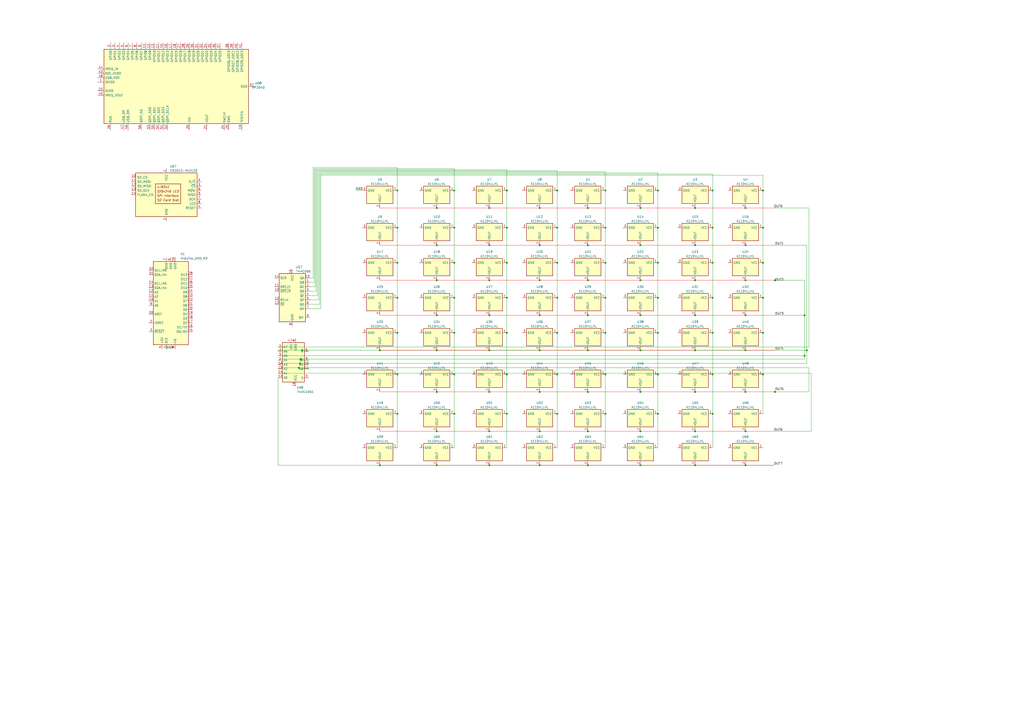
<source format=kicad_sch>
(kicad_sch (version 20230121) (generator eeschema)

  (uuid ddf3d333-b931-4291-b16d-8001611bda5e)

  (paper "A2")

  (lib_symbols
    (symbol "74xx:74HC4051" (in_bom yes) (on_board yes)
      (property "Reference" "U" (at -5.08 11.43 0)
        (effects (font (size 1.27 1.27)))
      )
      (property "Value" "74HC4051" (at -7.62 -13.97 0)
        (effects (font (size 1.27 1.27)))
      )
      (property "Footprint" "" (at 0 -10.16 0)
        (effects (font (size 1.27 1.27)) hide)
      )
      (property "Datasheet" "http://www.ti.com/lit/ds/symlink/cd74hc4051.pdf" (at 0 -10.16 0)
        (effects (font (size 1.27 1.27)) hide)
      )
      (property "ki_keywords" "HCMOS Multiplexer Demultiplexer Analog" (at 0 0 0)
        (effects (font (size 1.27 1.27)) hide)
      )
      (property "ki_description" "8-channel analog multiplexer/demultiplexer, DIP-16/SOIC-16/TSSOP-16" (at 0 0 0)
        (effects (font (size 1.27 1.27)) hide)
      )
      (property "ki_fp_filters" "DIP*W7.62mm* SOIC*3.9x9.9mm*P1.27mm* SOIC*5.3x10.2mm*P1.27mm* TSSOP*4.4x5mm*P0.65mm*" (at 0 0 0)
        (effects (font (size 1.27 1.27)) hide)
      )
      (symbol "74HC4051_0_1"
        (rectangle (start -5.08 10.16) (end 7.62 -12.7)
          (stroke (width 0.254) (type default))
          (fill (type background))
        )
      )
      (symbol "74HC4051_1_1"
        (pin passive line (at 10.16 -2.54 180) (length 2.54)
          (name "A4" (effects (font (size 1.27 1.27))))
          (number "1" (effects (font (size 1.27 1.27))))
        )
        (pin input line (at -7.62 0 0) (length 2.54)
          (name "S1" (effects (font (size 1.27 1.27))))
          (number "10" (effects (font (size 1.27 1.27))))
        )
        (pin input line (at -7.62 2.54 0) (length 2.54)
          (name "S0" (effects (font (size 1.27 1.27))))
          (number "11" (effects (font (size 1.27 1.27))))
        )
        (pin passive line (at 10.16 0 180) (length 2.54)
          (name "A3" (effects (font (size 1.27 1.27))))
          (number "12" (effects (font (size 1.27 1.27))))
        )
        (pin passive line (at 10.16 7.62 180) (length 2.54)
          (name "A0" (effects (font (size 1.27 1.27))))
          (number "13" (effects (font (size 1.27 1.27))))
        )
        (pin passive line (at 10.16 5.08 180) (length 2.54)
          (name "A1" (effects (font (size 1.27 1.27))))
          (number "14" (effects (font (size 1.27 1.27))))
        )
        (pin passive line (at 10.16 2.54 180) (length 2.54)
          (name "A2" (effects (font (size 1.27 1.27))))
          (number "15" (effects (font (size 1.27 1.27))))
        )
        (pin power_in line (at 0 12.7 270) (length 2.54)
          (name "VCC" (effects (font (size 1.27 1.27))))
          (number "16" (effects (font (size 1.27 1.27))))
        )
        (pin passive line (at 10.16 -7.62 180) (length 2.54)
          (name "A6" (effects (font (size 1.27 1.27))))
          (number "2" (effects (font (size 1.27 1.27))))
        )
        (pin passive line (at -7.62 7.62 0) (length 2.54)
          (name "A" (effects (font (size 1.27 1.27))))
          (number "3" (effects (font (size 1.27 1.27))))
        )
        (pin passive line (at 10.16 -10.16 180) (length 2.54)
          (name "A7" (effects (font (size 1.27 1.27))))
          (number "4" (effects (font (size 1.27 1.27))))
        )
        (pin passive line (at 10.16 -5.08 180) (length 2.54)
          (name "A5" (effects (font (size 1.27 1.27))))
          (number "5" (effects (font (size 1.27 1.27))))
        )
        (pin input line (at -7.62 -7.62 0) (length 2.54)
          (name "~{E}" (effects (font (size 1.27 1.27))))
          (number "6" (effects (font (size 1.27 1.27))))
        )
        (pin power_in line (at 2.54 -15.24 90) (length 2.54)
          (name "VEE" (effects (font (size 1.27 1.27))))
          (number "7" (effects (font (size 1.27 1.27))))
        )
        (pin power_in line (at 0 -15.24 90) (length 2.54)
          (name "GND" (effects (font (size 1.27 1.27))))
          (number "8" (effects (font (size 1.27 1.27))))
        )
        (pin input line (at -7.62 -2.54 0) (length 2.54)
          (name "S2" (effects (font (size 1.27 1.27))))
          (number "9" (effects (font (size 1.27 1.27))))
        )
      )
    )
    (symbol "74xx:74HC595" (in_bom yes) (on_board yes)
      (property "Reference" "U" (at -7.62 13.97 0)
        (effects (font (size 1.27 1.27)))
      )
      (property "Value" "74HC595" (at -7.62 -16.51 0)
        (effects (font (size 1.27 1.27)))
      )
      (property "Footprint" "" (at 0 0 0)
        (effects (font (size 1.27 1.27)) hide)
      )
      (property "Datasheet" "http://www.ti.com/lit/ds/symlink/sn74hc595.pdf" (at 0 0 0)
        (effects (font (size 1.27 1.27)) hide)
      )
      (property "ki_keywords" "HCMOS SR 3State" (at 0 0 0)
        (effects (font (size 1.27 1.27)) hide)
      )
      (property "ki_description" "8-bit serial in/out Shift Register 3-State Outputs" (at 0 0 0)
        (effects (font (size 1.27 1.27)) hide)
      )
      (property "ki_fp_filters" "DIP*W7.62mm* SOIC*3.9x9.9mm*P1.27mm* TSSOP*4.4x5mm*P0.65mm* SOIC*5.3x10.2mm*P1.27mm* SOIC*7.5x10.3mm*P1.27mm*" (at 0 0 0)
        (effects (font (size 1.27 1.27)) hide)
      )
      (symbol "74HC595_1_0"
        (pin tri_state line (at 10.16 7.62 180) (length 2.54)
          (name "QB" (effects (font (size 1.27 1.27))))
          (number "1" (effects (font (size 1.27 1.27))))
        )
        (pin input line (at -10.16 2.54 0) (length 2.54)
          (name "~{SRCLR}" (effects (font (size 1.27 1.27))))
          (number "10" (effects (font (size 1.27 1.27))))
        )
        (pin input line (at -10.16 5.08 0) (length 2.54)
          (name "SRCLK" (effects (font (size 1.27 1.27))))
          (number "11" (effects (font (size 1.27 1.27))))
        )
        (pin input line (at -10.16 -2.54 0) (length 2.54)
          (name "RCLK" (effects (font (size 1.27 1.27))))
          (number "12" (effects (font (size 1.27 1.27))))
        )
        (pin input line (at -10.16 -5.08 0) (length 2.54)
          (name "~{OE}" (effects (font (size 1.27 1.27))))
          (number "13" (effects (font (size 1.27 1.27))))
        )
        (pin input line (at -10.16 10.16 0) (length 2.54)
          (name "SER" (effects (font (size 1.27 1.27))))
          (number "14" (effects (font (size 1.27 1.27))))
        )
        (pin tri_state line (at 10.16 10.16 180) (length 2.54)
          (name "QA" (effects (font (size 1.27 1.27))))
          (number "15" (effects (font (size 1.27 1.27))))
        )
        (pin power_in line (at 0 15.24 270) (length 2.54)
          (name "VCC" (effects (font (size 1.27 1.27))))
          (number "16" (effects (font (size 1.27 1.27))))
        )
        (pin tri_state line (at 10.16 5.08 180) (length 2.54)
          (name "QC" (effects (font (size 1.27 1.27))))
          (number "2" (effects (font (size 1.27 1.27))))
        )
        (pin tri_state line (at 10.16 2.54 180) (length 2.54)
          (name "QD" (effects (font (size 1.27 1.27))))
          (number "3" (effects (font (size 1.27 1.27))))
        )
        (pin tri_state line (at 10.16 0 180) (length 2.54)
          (name "QE" (effects (font (size 1.27 1.27))))
          (number "4" (effects (font (size 1.27 1.27))))
        )
        (pin tri_state line (at 10.16 -2.54 180) (length 2.54)
          (name "QF" (effects (font (size 1.27 1.27))))
          (number "5" (effects (font (size 1.27 1.27))))
        )
        (pin tri_state line (at 10.16 -5.08 180) (length 2.54)
          (name "QG" (effects (font (size 1.27 1.27))))
          (number "6" (effects (font (size 1.27 1.27))))
        )
        (pin tri_state line (at 10.16 -7.62 180) (length 2.54)
          (name "QH" (effects (font (size 1.27 1.27))))
          (number "7" (effects (font (size 1.27 1.27))))
        )
        (pin power_in line (at 0 -17.78 90) (length 2.54)
          (name "GND" (effects (font (size 1.27 1.27))))
          (number "8" (effects (font (size 1.27 1.27))))
        )
        (pin output line (at 10.16 -12.7 180) (length 2.54)
          (name "QH'" (effects (font (size 1.27 1.27))))
          (number "9" (effects (font (size 1.27 1.27))))
        )
      )
      (symbol "74HC595_1_1"
        (rectangle (start -7.62 12.7) (end 7.62 -15.24)
          (stroke (width 0.254) (type default))
          (fill (type background))
        )
      )
    )
    (symbol "Driver_Display:CR2013-MI2120" (pin_names (offset 0.762)) (in_bom yes) (on_board yes)
      (property "Reference" "U" (at -17.526 13.97 0)
        (effects (font (size 1.27 1.27)) (justify left))
      )
      (property "Value" "CR2013-MI2120" (at 1.905 13.97 0)
        (effects (font (size 1.27 1.27)) (justify left))
      )
      (property "Footprint" "Display:CR2013-MI2120" (at 0 -17.78 0)
        (effects (font (size 1.27 1.27)) hide)
      )
      (property "Datasheet" "http://pan.baidu.com/s/11Y990" (at -16.51 12.7 0)
        (effects (font (size 1.27 1.27)) hide)
      )
      (property "ki_keywords" "driver display" (at 0 0 0)
        (effects (font (size 1.27 1.27)) hide)
      )
      (property "ki_description" "ILI9341 controller, SPI TFT LCD Display, 9-pin breakout PCB, 4-pin SD card interface, 5V/3.3V" (at 0 0 0)
        (effects (font (size 1.27 1.27)) hide)
      )
      (property "ki_fp_filters" "*CR2013*MI2120*" (at 0 0 0)
        (effects (font (size 1.27 1.27)) hide)
      )
      (symbol "CR2013-MI2120_0_0"
        (text "320x240 LCD" (at 0.889 2.032 0)
          (effects (font (size 1.27 1.27) italic))
        )
        (text "ILI9341" (at -5.461 4.572 0)
          (effects (font (size 1.27 1.27) italic) (justify left))
        )
        (text "SD Card Slot" (at -5.461 -3.048 0)
          (effects (font (size 1.27 1.27) italic) (justify left))
        )
        (text "SPI Interface" (at -5.461 -0.508 0)
          (effects (font (size 1.27 1.27) italic) (justify left))
        )
      )
      (symbol "CR2013-MI2120_0_1"
        (rectangle (start -17.78 12.7) (end 17.78 -12.7)
          (stroke (width 0.254) (type default))
          (fill (type background))
        )
        (rectangle (start -6.35 6.35) (end 8.255 -5.08)
          (stroke (width 0.254) (type default))
          (fill (type none))
        )
      )
      (symbol "CR2013-MI2120_1_1"
        (pin power_in line (at 0 15.24 270) (length 2.54)
          (name "VCC" (effects (font (size 1.27 1.27))))
          (number "1" (effects (font (size 1.27 1.27))))
        )
        (pin input line (at -20.32 10.16 0) (length 2.54)
          (name "SD_CS" (effects (font (size 1.27 1.27))))
          (number "10" (effects (font (size 1.27 1.27))))
        )
        (pin input line (at -20.32 7.62 0) (length 2.54)
          (name "SD_MOSI" (effects (font (size 1.27 1.27))))
          (number "11" (effects (font (size 1.27 1.27))))
        )
        (pin output line (at -20.32 5.08 0) (length 2.54)
          (name "SD_MISO" (effects (font (size 1.27 1.27))))
          (number "12" (effects (font (size 1.27 1.27))))
        )
        (pin input line (at -20.32 2.54 0) (length 2.54)
          (name "SD_SCK" (effects (font (size 1.27 1.27))))
          (number "13" (effects (font (size 1.27 1.27))))
        )
        (pin input line (at -20.32 0 0) (length 2.54)
          (name "FLASH_CD" (effects (font (size 1.27 1.27))))
          (number "14" (effects (font (size 1.27 1.27))))
        )
        (pin power_in line (at 0 -15.24 90) (length 2.54)
          (name "GND" (effects (font (size 1.27 1.27))))
          (number "2" (effects (font (size 1.27 1.27))))
        )
        (pin input line (at 20.32 5.08 180) (length 2.54)
          (name "~{CS}" (effects (font (size 1.27 1.27))))
          (number "3" (effects (font (size 1.27 1.27))))
        )
        (pin input line (at 20.32 -7.62 180) (length 2.54)
          (name "RESET" (effects (font (size 1.27 1.27))))
          (number "4" (effects (font (size 1.27 1.27))))
        )
        (pin input line (at 20.32 7.62 180) (length 2.54)
          (name "D/~{C}" (effects (font (size 1.27 1.27))))
          (number "5" (effects (font (size 1.27 1.27))))
        )
        (pin input line (at 20.32 2.54 180) (length 2.54)
          (name "MOSI" (effects (font (size 1.27 1.27))))
          (number "6" (effects (font (size 1.27 1.27))))
        )
        (pin input line (at 20.32 -2.54 180) (length 2.54)
          (name "SCK" (effects (font (size 1.27 1.27))))
          (number "7" (effects (font (size 1.27 1.27))))
        )
        (pin input line (at 20.32 -5.08 180) (length 2.54)
          (name "LED" (effects (font (size 1.27 1.27))))
          (number "8" (effects (font (size 1.27 1.27))))
        )
        (pin output line (at 20.32 0 180) (length 2.54)
          (name "MISO" (effects (font (size 1.27 1.27))))
          (number "9" (effects (font (size 1.27 1.27))))
        )
      )
    )
    (symbol "MCU_Module:Arduino_UNO_R3" (in_bom yes) (on_board yes)
      (property "Reference" "A" (at -10.16 23.495 0)
        (effects (font (size 1.27 1.27)) (justify left bottom))
      )
      (property "Value" "Arduino_UNO_R3" (at 5.08 -26.67 0)
        (effects (font (size 1.27 1.27)) (justify left top))
      )
      (property "Footprint" "Module:Arduino_UNO_R3" (at 0 0 0)
        (effects (font (size 1.27 1.27) italic) hide)
      )
      (property "Datasheet" "https://www.arduino.cc/en/Main/arduinoBoardUno" (at 0 0 0)
        (effects (font (size 1.27 1.27)) hide)
      )
      (property "ki_keywords" "Arduino UNO R3 Microcontroller Module Atmel AVR USB" (at 0 0 0)
        (effects (font (size 1.27 1.27)) hide)
      )
      (property "ki_description" "Arduino UNO Microcontroller Module, release 3" (at 0 0 0)
        (effects (font (size 1.27 1.27)) hide)
      )
      (property "ki_fp_filters" "Arduino*UNO*R3*" (at 0 0 0)
        (effects (font (size 1.27 1.27)) hide)
      )
      (symbol "Arduino_UNO_R3_0_1"
        (rectangle (start -10.16 22.86) (end 10.16 -25.4)
          (stroke (width 0.254) (type default))
          (fill (type background))
        )
      )
      (symbol "Arduino_UNO_R3_1_1"
        (pin no_connect line (at -10.16 -20.32 0) (length 2.54) hide
          (name "NC" (effects (font (size 1.27 1.27))))
          (number "1" (effects (font (size 1.27 1.27))))
        )
        (pin bidirectional line (at 12.7 -2.54 180) (length 2.54)
          (name "A1" (effects (font (size 1.27 1.27))))
          (number "10" (effects (font (size 1.27 1.27))))
        )
        (pin bidirectional line (at 12.7 -5.08 180) (length 2.54)
          (name "A2" (effects (font (size 1.27 1.27))))
          (number "11" (effects (font (size 1.27 1.27))))
        )
        (pin bidirectional line (at 12.7 -7.62 180) (length 2.54)
          (name "A3" (effects (font (size 1.27 1.27))))
          (number "12" (effects (font (size 1.27 1.27))))
        )
        (pin bidirectional line (at 12.7 -10.16 180) (length 2.54)
          (name "SDA/A4" (effects (font (size 1.27 1.27))))
          (number "13" (effects (font (size 1.27 1.27))))
        )
        (pin bidirectional line (at 12.7 -12.7 180) (length 2.54)
          (name "SCL/A5" (effects (font (size 1.27 1.27))))
          (number "14" (effects (font (size 1.27 1.27))))
        )
        (pin bidirectional line (at -12.7 15.24 0) (length 2.54)
          (name "D0/RX" (effects (font (size 1.27 1.27))))
          (number "15" (effects (font (size 1.27 1.27))))
        )
        (pin bidirectional line (at -12.7 12.7 0) (length 2.54)
          (name "D1/TX" (effects (font (size 1.27 1.27))))
          (number "16" (effects (font (size 1.27 1.27))))
        )
        (pin bidirectional line (at -12.7 10.16 0) (length 2.54)
          (name "D2" (effects (font (size 1.27 1.27))))
          (number "17" (effects (font (size 1.27 1.27))))
        )
        (pin bidirectional line (at -12.7 7.62 0) (length 2.54)
          (name "D3" (effects (font (size 1.27 1.27))))
          (number "18" (effects (font (size 1.27 1.27))))
        )
        (pin bidirectional line (at -12.7 5.08 0) (length 2.54)
          (name "D4" (effects (font (size 1.27 1.27))))
          (number "19" (effects (font (size 1.27 1.27))))
        )
        (pin output line (at 12.7 10.16 180) (length 2.54)
          (name "IOREF" (effects (font (size 1.27 1.27))))
          (number "2" (effects (font (size 1.27 1.27))))
        )
        (pin bidirectional line (at -12.7 2.54 0) (length 2.54)
          (name "D5" (effects (font (size 1.27 1.27))))
          (number "20" (effects (font (size 1.27 1.27))))
        )
        (pin bidirectional line (at -12.7 0 0) (length 2.54)
          (name "D6" (effects (font (size 1.27 1.27))))
          (number "21" (effects (font (size 1.27 1.27))))
        )
        (pin bidirectional line (at -12.7 -2.54 0) (length 2.54)
          (name "D7" (effects (font (size 1.27 1.27))))
          (number "22" (effects (font (size 1.27 1.27))))
        )
        (pin bidirectional line (at -12.7 -5.08 0) (length 2.54)
          (name "D8" (effects (font (size 1.27 1.27))))
          (number "23" (effects (font (size 1.27 1.27))))
        )
        (pin bidirectional line (at -12.7 -7.62 0) (length 2.54)
          (name "D9" (effects (font (size 1.27 1.27))))
          (number "24" (effects (font (size 1.27 1.27))))
        )
        (pin bidirectional line (at -12.7 -10.16 0) (length 2.54)
          (name "D10" (effects (font (size 1.27 1.27))))
          (number "25" (effects (font (size 1.27 1.27))))
        )
        (pin bidirectional line (at -12.7 -12.7 0) (length 2.54)
          (name "D11" (effects (font (size 1.27 1.27))))
          (number "26" (effects (font (size 1.27 1.27))))
        )
        (pin bidirectional line (at -12.7 -15.24 0) (length 2.54)
          (name "D12" (effects (font (size 1.27 1.27))))
          (number "27" (effects (font (size 1.27 1.27))))
        )
        (pin bidirectional line (at -12.7 -17.78 0) (length 2.54)
          (name "D13" (effects (font (size 1.27 1.27))))
          (number "28" (effects (font (size 1.27 1.27))))
        )
        (pin power_in line (at -2.54 -27.94 90) (length 2.54)
          (name "GND" (effects (font (size 1.27 1.27))))
          (number "29" (effects (font (size 1.27 1.27))))
        )
        (pin input line (at 12.7 15.24 180) (length 2.54)
          (name "~{RESET}" (effects (font (size 1.27 1.27))))
          (number "3" (effects (font (size 1.27 1.27))))
        )
        (pin input line (at 12.7 5.08 180) (length 2.54)
          (name "AREF" (effects (font (size 1.27 1.27))))
          (number "30" (effects (font (size 1.27 1.27))))
        )
        (pin bidirectional line (at 12.7 -17.78 180) (length 2.54)
          (name "SDA/A4" (effects (font (size 1.27 1.27))))
          (number "31" (effects (font (size 1.27 1.27))))
        )
        (pin bidirectional line (at 12.7 -20.32 180) (length 2.54)
          (name "SCL/A5" (effects (font (size 1.27 1.27))))
          (number "32" (effects (font (size 1.27 1.27))))
        )
        (pin power_out line (at 2.54 25.4 270) (length 2.54)
          (name "3V3" (effects (font (size 1.27 1.27))))
          (number "4" (effects (font (size 1.27 1.27))))
        )
        (pin power_out line (at 5.08 25.4 270) (length 2.54)
          (name "+5V" (effects (font (size 1.27 1.27))))
          (number "5" (effects (font (size 1.27 1.27))))
        )
        (pin power_in line (at 0 -27.94 90) (length 2.54)
          (name "GND" (effects (font (size 1.27 1.27))))
          (number "6" (effects (font (size 1.27 1.27))))
        )
        (pin power_in line (at 2.54 -27.94 90) (length 2.54)
          (name "GND" (effects (font (size 1.27 1.27))))
          (number "7" (effects (font (size 1.27 1.27))))
        )
        (pin power_in line (at -2.54 25.4 270) (length 2.54)
          (name "VIN" (effects (font (size 1.27 1.27))))
          (number "8" (effects (font (size 1.27 1.27))))
        )
        (pin bidirectional line (at 12.7 0 180) (length 2.54)
          (name "A0" (effects (font (size 1.27 1.27))))
          (number "9" (effects (font (size 1.27 1.27))))
        )
      )
    )
    (symbol "MCU_RaspberryPi:RP2040" (in_bom yes) (on_board yes)
      (property "Reference" "U" (at 17.78 45.72 0)
        (effects (font (size 1.27 1.27)))
      )
      (property "Value" "RP2040" (at 17.78 43.18 0)
        (effects (font (size 1.27 1.27)))
      )
      (property "Footprint" "Package_DFN_QFN:QFN-56-1EP_7x7mm_P0.4mm_EP3.2x3.2mm" (at 0 0 0)
        (effects (font (size 1.27 1.27)) hide)
      )
      (property "Datasheet" "https://datasheets.raspberrypi.com/rp2040/rp2040-datasheet.pdf" (at 0 0 0)
        (effects (font (size 1.27 1.27)) hide)
      )
      (property "ki_keywords" "RP2040 ARM Cortex-M0+ USB" (at 0 0 0)
        (effects (font (size 1.27 1.27)) hide)
      )
      (property "ki_description" "A microcontroller by Raspberry Pi" (at 0 0 0)
        (effects (font (size 1.27 1.27)) hide)
      )
      (property "ki_fp_filters" "QFN*1EP*7x7mm?P0.4mm*" (at 0 0 0)
        (effects (font (size 1.27 1.27)) hide)
      )
      (symbol "RP2040_0_1"
        (rectangle (start -21.59 41.91) (end 21.59 -41.91)
          (stroke (width 0.254) (type default))
          (fill (type background))
        )
      )
      (symbol "RP2040_1_1"
        (pin power_in line (at 2.54 45.72 270) (length 3.81)
          (name "IOVDD" (effects (font (size 1.27 1.27))))
          (number "1" (effects (font (size 1.27 1.27))))
        )
        (pin passive line (at 2.54 45.72 270) (length 3.81) hide
          (name "IOVDD" (effects (font (size 1.27 1.27))))
          (number "10" (effects (font (size 1.27 1.27))))
        )
        (pin bidirectional line (at 25.4 17.78 180) (length 3.81)
          (name "GPIO8" (effects (font (size 1.27 1.27))))
          (number "11" (effects (font (size 1.27 1.27))))
        )
        (pin bidirectional line (at 25.4 15.24 180) (length 3.81)
          (name "GPIO9" (effects (font (size 1.27 1.27))))
          (number "12" (effects (font (size 1.27 1.27))))
        )
        (pin bidirectional line (at 25.4 12.7 180) (length 3.81)
          (name "GPIO10" (effects (font (size 1.27 1.27))))
          (number "13" (effects (font (size 1.27 1.27))))
        )
        (pin bidirectional line (at 25.4 10.16 180) (length 3.81)
          (name "GPIO11" (effects (font (size 1.27 1.27))))
          (number "14" (effects (font (size 1.27 1.27))))
        )
        (pin bidirectional line (at 25.4 7.62 180) (length 3.81)
          (name "GPIO12" (effects (font (size 1.27 1.27))))
          (number "15" (effects (font (size 1.27 1.27))))
        )
        (pin bidirectional line (at 25.4 5.08 180) (length 3.81)
          (name "GPIO13" (effects (font (size 1.27 1.27))))
          (number "16" (effects (font (size 1.27 1.27))))
        )
        (pin bidirectional line (at 25.4 2.54 180) (length 3.81)
          (name "GPIO14" (effects (font (size 1.27 1.27))))
          (number "17" (effects (font (size 1.27 1.27))))
        )
        (pin bidirectional line (at 25.4 0 180) (length 3.81)
          (name "GPIO15" (effects (font (size 1.27 1.27))))
          (number "18" (effects (font (size 1.27 1.27))))
        )
        (pin input line (at -25.4 -38.1 0) (length 3.81)
          (name "TESTEN" (effects (font (size 1.27 1.27))))
          (number "19" (effects (font (size 1.27 1.27))))
        )
        (pin bidirectional line (at 25.4 38.1 180) (length 3.81)
          (name "GPIO0" (effects (font (size 1.27 1.27))))
          (number "2" (effects (font (size 1.27 1.27))))
        )
        (pin input line (at -25.4 -7.62 0) (length 3.81)
          (name "XIN" (effects (font (size 1.27 1.27))))
          (number "20" (effects (font (size 1.27 1.27))))
        )
        (pin passive line (at -25.4 -17.78 0) (length 3.81)
          (name "XOUT" (effects (font (size 1.27 1.27))))
          (number "21" (effects (font (size 1.27 1.27))))
        )
        (pin passive line (at 2.54 45.72 270) (length 3.81) hide
          (name "IOVDD" (effects (font (size 1.27 1.27))))
          (number "22" (effects (font (size 1.27 1.27))))
        )
        (pin power_in line (at -2.54 45.72 270) (length 3.81)
          (name "DVDD" (effects (font (size 1.27 1.27))))
          (number "23" (effects (font (size 1.27 1.27))))
        )
        (pin input line (at -25.4 -27.94 0) (length 3.81)
          (name "SWCLK" (effects (font (size 1.27 1.27))))
          (number "24" (effects (font (size 1.27 1.27))))
        )
        (pin bidirectional line (at -25.4 -30.48 0) (length 3.81)
          (name "SWD" (effects (font (size 1.27 1.27))))
          (number "25" (effects (font (size 1.27 1.27))))
        )
        (pin input line (at -25.4 38.1 0) (length 3.81)
          (name "RUN" (effects (font (size 1.27 1.27))))
          (number "26" (effects (font (size 1.27 1.27))))
        )
        (pin bidirectional line (at 25.4 -2.54 180) (length 3.81)
          (name "GPIO16" (effects (font (size 1.27 1.27))))
          (number "27" (effects (font (size 1.27 1.27))))
        )
        (pin bidirectional line (at 25.4 -5.08 180) (length 3.81)
          (name "GPIO17" (effects (font (size 1.27 1.27))))
          (number "28" (effects (font (size 1.27 1.27))))
        )
        (pin bidirectional line (at 25.4 -7.62 180) (length 3.81)
          (name "GPIO18" (effects (font (size 1.27 1.27))))
          (number "29" (effects (font (size 1.27 1.27))))
        )
        (pin bidirectional line (at 25.4 35.56 180) (length 3.81)
          (name "GPIO1" (effects (font (size 1.27 1.27))))
          (number "3" (effects (font (size 1.27 1.27))))
        )
        (pin bidirectional line (at 25.4 -10.16 180) (length 3.81)
          (name "GPIO19" (effects (font (size 1.27 1.27))))
          (number "30" (effects (font (size 1.27 1.27))))
        )
        (pin bidirectional line (at 25.4 -12.7 180) (length 3.81)
          (name "GPIO20" (effects (font (size 1.27 1.27))))
          (number "31" (effects (font (size 1.27 1.27))))
        )
        (pin bidirectional line (at 25.4 -15.24 180) (length 3.81)
          (name "GPIO21" (effects (font (size 1.27 1.27))))
          (number "32" (effects (font (size 1.27 1.27))))
        )
        (pin passive line (at 2.54 45.72 270) (length 3.81) hide
          (name "IOVDD" (effects (font (size 1.27 1.27))))
          (number "33" (effects (font (size 1.27 1.27))))
        )
        (pin bidirectional line (at 25.4 -17.78 180) (length 3.81)
          (name "GPIO22" (effects (font (size 1.27 1.27))))
          (number "34" (effects (font (size 1.27 1.27))))
        )
        (pin bidirectional line (at 25.4 -20.32 180) (length 3.81)
          (name "GPIO23" (effects (font (size 1.27 1.27))))
          (number "35" (effects (font (size 1.27 1.27))))
        )
        (pin bidirectional line (at 25.4 -22.86 180) (length 3.81)
          (name "GPIO24" (effects (font (size 1.27 1.27))))
          (number "36" (effects (font (size 1.27 1.27))))
        )
        (pin bidirectional line (at 25.4 -25.4 180) (length 3.81)
          (name "GPIO25" (effects (font (size 1.27 1.27))))
          (number "37" (effects (font (size 1.27 1.27))))
        )
        (pin bidirectional line (at 25.4 -30.48 180) (length 3.81)
          (name "GPIO26_ADC0" (effects (font (size 1.27 1.27))))
          (number "38" (effects (font (size 1.27 1.27))))
        )
        (pin bidirectional line (at 25.4 -33.02 180) (length 3.81)
          (name "GPIO27_ADC1" (effects (font (size 1.27 1.27))))
          (number "39" (effects (font (size 1.27 1.27))))
        )
        (pin bidirectional line (at 25.4 33.02 180) (length 3.81)
          (name "GPIO2" (effects (font (size 1.27 1.27))))
          (number "4" (effects (font (size 1.27 1.27))))
        )
        (pin bidirectional line (at 25.4 -35.56 180) (length 3.81)
          (name "GPIO28_ADC2" (effects (font (size 1.27 1.27))))
          (number "40" (effects (font (size 1.27 1.27))))
        )
        (pin bidirectional line (at 25.4 -38.1 180) (length 3.81)
          (name "GPIO29_ADC3" (effects (font (size 1.27 1.27))))
          (number "41" (effects (font (size 1.27 1.27))))
        )
        (pin passive line (at 2.54 45.72 270) (length 3.81) hide
          (name "IOVDD" (effects (font (size 1.27 1.27))))
          (number "42" (effects (font (size 1.27 1.27))))
        )
        (pin power_in line (at 7.62 45.72 270) (length 3.81)
          (name "ADC_AVDD" (effects (font (size 1.27 1.27))))
          (number "43" (effects (font (size 1.27 1.27))))
        )
        (pin power_in line (at 10.16 45.72 270) (length 3.81)
          (name "VREG_IN" (effects (font (size 1.27 1.27))))
          (number "44" (effects (font (size 1.27 1.27))))
        )
        (pin power_out line (at -5.08 45.72 270) (length 3.81)
          (name "VREG_VOUT" (effects (font (size 1.27 1.27))))
          (number "45" (effects (font (size 1.27 1.27))))
        )
        (pin bidirectional line (at -25.4 27.94 0) (length 3.81)
          (name "USB_DM" (effects (font (size 1.27 1.27))))
          (number "46" (effects (font (size 1.27 1.27))))
        )
        (pin bidirectional line (at -25.4 30.48 0) (length 3.81)
          (name "USB_DP" (effects (font (size 1.27 1.27))))
          (number "47" (effects (font (size 1.27 1.27))))
        )
        (pin power_in line (at 5.08 45.72 270) (length 3.81)
          (name "USB_VDD" (effects (font (size 1.27 1.27))))
          (number "48" (effects (font (size 1.27 1.27))))
        )
        (pin passive line (at 2.54 45.72 270) (length 3.81) hide
          (name "IOVDD" (effects (font (size 1.27 1.27))))
          (number "49" (effects (font (size 1.27 1.27))))
        )
        (pin bidirectional line (at 25.4 30.48 180) (length 3.81)
          (name "GPIO3" (effects (font (size 1.27 1.27))))
          (number "5" (effects (font (size 1.27 1.27))))
        )
        (pin passive line (at -2.54 45.72 270) (length 3.81) hide
          (name "DVDD" (effects (font (size 1.27 1.27))))
          (number "50" (effects (font (size 1.27 1.27))))
        )
        (pin bidirectional line (at -25.4 7.62 0) (length 3.81)
          (name "QSPI_SD3" (effects (font (size 1.27 1.27))))
          (number "51" (effects (font (size 1.27 1.27))))
        )
        (pin output line (at -25.4 5.08 0) (length 3.81)
          (name "QSPI_SCLK" (effects (font (size 1.27 1.27))))
          (number "52" (effects (font (size 1.27 1.27))))
        )
        (pin bidirectional line (at -25.4 15.24 0) (length 3.81)
          (name "QSPI_SD0" (effects (font (size 1.27 1.27))))
          (number "53" (effects (font (size 1.27 1.27))))
        )
        (pin bidirectional line (at -25.4 10.16 0) (length 3.81)
          (name "QSPI_SD2" (effects (font (size 1.27 1.27))))
          (number "54" (effects (font (size 1.27 1.27))))
        )
        (pin bidirectional line (at -25.4 12.7 0) (length 3.81)
          (name "QSPI_SD1" (effects (font (size 1.27 1.27))))
          (number "55" (effects (font (size 1.27 1.27))))
        )
        (pin bidirectional line (at -25.4 20.32 0) (length 3.81)
          (name "QSPI_SS" (effects (font (size 1.27 1.27))))
          (number "56" (effects (font (size 1.27 1.27))))
        )
        (pin power_in line (at 0 -45.72 90) (length 3.81)
          (name "GND" (effects (font (size 1.27 1.27))))
          (number "57" (effects (font (size 1.27 1.27))))
        )
        (pin bidirectional line (at 25.4 27.94 180) (length 3.81)
          (name "GPIO4" (effects (font (size 1.27 1.27))))
          (number "6" (effects (font (size 1.27 1.27))))
        )
        (pin bidirectional line (at 25.4 25.4 180) (length 3.81)
          (name "GPIO5" (effects (font (size 1.27 1.27))))
          (number "7" (effects (font (size 1.27 1.27))))
        )
        (pin bidirectional line (at 25.4 22.86 180) (length 3.81)
          (name "GPIO6" (effects (font (size 1.27 1.27))))
          (number "8" (effects (font (size 1.27 1.27))))
        )
        (pin bidirectional line (at 25.4 20.32 180) (length 3.81)
          (name "GPIO7" (effects (font (size 1.27 1.27))))
          (number "9" (effects (font (size 1.27 1.27))))
        )
      )
    )
    (symbol "Sensor_Magnetic:A1104LLHL" (in_bom yes) (on_board yes)
      (property "Reference" "U" (at 0 11.43 0)
        (effects (font (size 1.27 1.27)) (justify left))
      )
      (property "Value" "A1104LLHL" (at 0 8.89 0)
        (effects (font (size 1.27 1.27)) (justify left))
      )
      (property "Footprint" "Package_TO_SOT_SMD:SOT-23W" (at 0 -8.89 0)
        (effects (font (size 1.27 1.27) italic) (justify left) hide)
      )
      (property "Datasheet" "https://www.allegromicro.com/-/media/files/datasheets/a110x-datasheet.ashx" (at 0 16.51 0)
        (effects (font (size 1.27 1.27)) hide)
      )
      (property "ki_keywords" "hall switch" (at 0 0 0)
        (effects (font (size 1.27 1.27)) hide)
      )
      (property "ki_description" "Hall effect switch, unipolar, Bop=240G, Brp=200G, -40C to +125C, SOT-23W" (at 0 0 0)
        (effects (font (size 1.27 1.27)) hide)
      )
      (property "ki_fp_filters" "SOT?23*" (at 0 0 0)
        (effects (font (size 1.27 1.27)) hide)
      )
      (symbol "A1104LLHL_0_1"
        (rectangle (start -5.08 7.62) (end 5.08 -7.62)
          (stroke (width 0.254) (type default))
          (fill (type background))
        )
      )
      (symbol "A1104LLHL_1_1"
        (pin power_in line (at -2.54 10.16 270) (length 2.54)
          (name "VCC" (effects (font (size 1.27 1.27))))
          (number "1" (effects (font (size 1.27 1.27))))
        )
        (pin open_collector line (at 7.62 0 180) (length 2.54)
          (name "VOUT" (effects (font (size 1.27 1.27))))
          (number "2" (effects (font (size 1.27 1.27))))
        )
        (pin power_in line (at -2.54 -10.16 90) (length 2.54)
          (name "GND" (effects (font (size 1.27 1.27))))
          (number "3" (effects (font (size 1.27 1.27))))
        )
      )
    )
  )

  (junction (at 371.475 162.56) (diameter 0) (color 0 0 0 0)
    (uuid 011750f6-9bd0-47ef-87d3-e7ba5b35fa71)
  )
  (junction (at 220.345 203.2) (diameter 0) (color 0 0 0 0)
    (uuid 030d0eef-2f1f-40c5-871a-10607360bc22)
  )
  (junction (at 466.725 182.88) (diameter 0) (color 0 0 0 0)
    (uuid 0585ee9e-3978-4091-83e2-207962aef1bd)
  )
  (junction (at 381.635 240.03) (diameter 0) (color 0 0 0 0)
    (uuid 0a5faf2c-d75b-47bb-a6a3-ccbf7d890aa6)
  )
  (junction (at 442.595 132.08) (diameter 0) (color 0 0 0 0)
    (uuid 0c2a4766-16d7-496f-9ee0-06c9d38e5533)
  )
  (junction (at 253.365 162.56) (diameter 0) (color 0 0 0 0)
    (uuid 0c4f32fb-fffa-4b07-87f2-e06a2e32921e)
  )
  (junction (at 313.055 227.33) (diameter 0) (color 0 0 0 0)
    (uuid 0f3e0046-c6a9-4ac6-8de6-c261d35be275)
  )
  (junction (at 403.225 203.2) (diameter 0) (color 0 0 0 0)
    (uuid 0f5f924a-de74-484e-b567-c7161f808d53)
  )
  (junction (at 294.005 172.72) (diameter 0) (color 0 0 0 0)
    (uuid 0f950363-97e8-430e-b675-23f951597e93)
  )
  (junction (at 313.055 142.24) (diameter 0) (color 0 0 0 0)
    (uuid 0f972246-b0e3-4fba-9998-09205602b915)
  )
  (junction (at 340.995 203.2) (diameter 0) (color 0 0 0 0)
    (uuid 11edab8a-51f1-4749-8609-2211adac547a)
  )
  (junction (at 294.005 132.08) (diameter 0) (color 0 0 0 0)
    (uuid 123bffcd-3605-4fda-b116-bebf8c2e60ff)
  )
  (junction (at 263.525 152.4) (diameter 0) (color 0 0 0 0)
    (uuid 131236b9-7553-40ca-9e09-f040bb5c538b)
  )
  (junction (at 253.365 269.875) (diameter 0) (color 0 0 0 0)
    (uuid 131440c8-9ee7-48e3-8815-1458775a5241)
  )
  (junction (at 371.475 250.19) (diameter 0) (color 0 0 0 0)
    (uuid 137be590-02ea-4ebb-8f84-e265d7de0cb9)
  )
  (junction (at 263.525 172.72) (diameter 0) (color 0 0 0 0)
    (uuid 16951b4f-878d-467d-b0ff-b5f202ac07e9)
  )
  (junction (at 283.845 142.24) (diameter 0) (color 0 0 0 0)
    (uuid 1728b5fb-47d8-45e5-8470-0c7118f27e1b)
  )
  (junction (at 351.155 110.49) (diameter 0) (color 0 0 0 0)
    (uuid 18076720-8ea8-4073-9b54-966dcfb0db97)
  )
  (junction (at 413.385 217.17) (diameter 0) (color 0 0 0 0)
    (uuid 1fa92020-a9aa-4035-a168-e064a62129da)
  )
  (junction (at 294.005 240.03) (diameter 0) (color 0 0 0 0)
    (uuid 2057d7d9-af12-4745-bf14-bcb7ad524a01)
  )
  (junction (at 371.475 227.33) (diameter 0) (color 0 0 0 0)
    (uuid 20a4babb-29d5-4f1e-beca-e98d2f52eee8)
  )
  (junction (at 294.005 152.4) (diameter 0) (color 0 0 0 0)
    (uuid 24a2c193-977e-46a5-a186-7ac83dcd849d)
  )
  (junction (at 351.155 132.08) (diameter 0) (color 0 0 0 0)
    (uuid 2610dfdc-d808-4fb2-aacc-5379ba81e75b)
  )
  (junction (at 340.995 162.56) (diameter 0) (color 0 0 0 0)
    (uuid 26dd64b5-ec4e-403e-9428-2d78b41c4176)
  )
  (junction (at 403.225 250.19) (diameter 0) (color 0 0 0 0)
    (uuid 28f40478-c1d8-4236-b489-3067b546594f)
  )
  (junction (at 230.505 152.4) (diameter 0) (color 0 0 0 0)
    (uuid 2ad1c85b-f087-4004-b961-681ad087b7b9)
  )
  (junction (at 340.995 182.88) (diameter 0) (color 0 0 0 0)
    (uuid 2c234d6b-6f8b-4f06-ae25-15364c63c940)
  )
  (junction (at 323.215 172.72) (diameter 0) (color 0 0 0 0)
    (uuid 2ca65ccb-11f8-46e4-adf8-845e39b3b150)
  )
  (junction (at 283.845 162.56) (diameter 0) (color 0 0 0 0)
    (uuid 2d7f6e31-a2ad-43ef-bf9c-5303de17020c)
  )
  (junction (at 175.26 203.2) (diameter 0) (color 0 0 0 0)
    (uuid 2daf1a74-a622-4002-967b-ea52c15ea9bc)
  )
  (junction (at 340.995 250.19) (diameter 0) (color 0 0 0 0)
    (uuid 30f11efe-df6b-41b5-a965-adae9e3bf532)
  )
  (junction (at 253.365 120.65) (diameter 0) (color 0 0 0 0)
    (uuid 3436065a-d982-4b58-806e-ca03453485c4)
  )
  (junction (at 173.99 210.82) (diameter 0) (color 0 0 0 0)
    (uuid 36f7d17c-4c4e-439d-84d6-50e2bb3302ef)
  )
  (junction (at 467.995 203.2) (diameter 0) (color 0 0 0 0)
    (uuid 3841197f-7ff2-4d51-b46e-a0f9765e3b63)
  )
  (junction (at 263.525 240.03) (diameter 0) (color 0 0 0 0)
    (uuid 394b463f-10fa-4e54-af29-62137599bcd4)
  )
  (junction (at 381.635 172.72) (diameter 0) (color 0 0 0 0)
    (uuid 3aeca8a8-62f6-4219-b7ce-e3d0d6025f83)
  )
  (junction (at 351.155 193.04) (diameter 0) (color 0 0 0 0)
    (uuid 3c9aa741-7398-415e-a814-0c48c677eaf2)
  )
  (junction (at 442.595 217.17) (diameter 0) (color 0 0 0 0)
    (uuid 3dda337a-bf3a-405c-999d-7cf5547c37ce)
  )
  (junction (at 230.505 132.08) (diameter 0) (color 0 0 0 0)
    (uuid 3eac4d3c-5298-4dd2-9090-8b8c79c45b4f)
  )
  (junction (at 413.385 172.72) (diameter 0) (color 0 0 0 0)
    (uuid 49078d5f-c3f5-49e2-b1bc-0ba06404e066)
  )
  (junction (at 253.365 227.33) (diameter 0) (color 0 0 0 0)
    (uuid 4b683e42-d276-4e20-9b38-ef8830772159)
  )
  (junction (at 381.635 193.04) (diameter 0) (color 0 0 0 0)
    (uuid 4bc17cea-bbba-4f8a-a24e-b55852b22d5c)
  )
  (junction (at 174.625 208.28) (diameter 0) (color 0 0 0 0)
    (uuid 4ec1bdd6-e43d-4e01-8953-0c8c1f14b6b5)
  )
  (junction (at 313.055 269.875) (diameter 0) (color 0 0 0 0)
    (uuid 509a064b-ff06-4e18-9e97-d7c1f68ec867)
  )
  (junction (at 449.58 162.56) (diameter 0) (color 0 0 0 0)
    (uuid 55cb3f9a-02e0-4842-9440-27062482c60c)
  )
  (junction (at 432.435 203.2) (diameter 0) (color 0 0 0 0)
    (uuid 5d0bece8-0a38-4d4a-be85-6b9513bbb48e)
  )
  (junction (at 340.995 120.65) (diameter 0) (color 0 0 0 0)
    (uuid 61f5a75e-3242-439e-8f94-9775da65caf0)
  )
  (junction (at 323.215 217.17) (diameter 0) (color 0 0 0 0)
    (uuid 6219ce34-ab77-4ae4-a17e-ebb3e482a204)
  )
  (junction (at 323.215 110.49) (diameter 0) (color 0 0 0 0)
    (uuid 625872ac-b108-4950-9c16-ea8a890487d5)
  )
  (junction (at 432.435 250.19) (diameter 0) (color 0 0 0 0)
    (uuid 6453d9cd-eb06-4f46-873c-8952cb1021bb)
  )
  (junction (at 371.475 182.88) (diameter 0) (color 0 0 0 0)
    (uuid 6547a7b7-1a97-473c-94d2-373d9d699dd0)
  )
  (junction (at 403.225 182.88) (diameter 0) (color 0 0 0 0)
    (uuid 6979d4ad-4fda-46da-a730-0fb479377954)
  )
  (junction (at 313.055 120.65) (diameter 0) (color 0 0 0 0)
    (uuid 6b04b436-9db6-44cb-9daa-f7960a836344)
  )
  (junction (at 381.635 217.17) (diameter 0) (color 0 0 0 0)
    (uuid 6d1bb63e-74dd-48a0-bd97-dcaac9669497)
  )
  (junction (at 351.155 240.03) (diameter 0) (color 0 0 0 0)
    (uuid 7082867d-b919-4c76-9484-543d8b6872ce)
  )
  (junction (at 313.055 250.19) (diameter 0) (color 0 0 0 0)
    (uuid 70e025ff-30ef-4d84-a41b-e44c5c5aa4a4)
  )
  (junction (at 381.635 152.4) (diameter 0) (color 0 0 0 0)
    (uuid 717d1d5c-bf76-4811-b3fa-c48576703bf2)
  )
  (junction (at 283.845 250.19) (diameter 0) (color 0 0 0 0)
    (uuid 729a4b7b-e3d5-49dd-b724-5752e8238c2c)
  )
  (junction (at 442.595 152.4) (diameter 0) (color 0 0 0 0)
    (uuid 7430418f-268a-4045-984d-5a2c4089e89d)
  )
  (junction (at 403.225 227.33) (diameter 0) (color 0 0 0 0)
    (uuid 74c200ae-ed78-48b4-b3d0-8213bc0fc37d)
  )
  (junction (at 413.385 132.08) (diameter 0) (color 0 0 0 0)
    (uuid 766b89dc-c083-4892-80fa-583d050ce1d6)
  )
  (junction (at 263.525 110.49) (diameter 0) (color 0 0 0 0)
    (uuid 787d7bb2-e34a-4d5b-9dbf-4ab8bbbabf8a)
  )
  (junction (at 449.58 227.33) (diameter 0) (color 0 0 0 0)
    (uuid 7b99a2dc-ee50-452a-9241-ea9954b3a3b3)
  )
  (junction (at 323.215 193.04) (diameter 0) (color 0 0 0 0)
    (uuid 7cc8d6e4-bb0c-4afc-9e0d-a3c650e09d6a)
  )
  (junction (at 413.385 110.49) (diameter 0) (color 0 0 0 0)
    (uuid 7e4ab8ff-b3e4-43ec-a487-d314dd3795ee)
  )
  (junction (at 351.155 172.72) (diameter 0) (color 0 0 0 0)
    (uuid 82b50885-802c-4793-a45b-b4c3d8224b36)
  )
  (junction (at 220.345 269.875) (diameter 0) (color 0 0 0 0)
    (uuid 830208ef-ec4b-4eeb-a77e-477d80e0835a)
  )
  (junction (at 432.435 182.88) (diameter 0) (color 0 0 0 0)
    (uuid 830c0628-1df0-45c4-9ba1-b1b542609e41)
  )
  (junction (at 313.055 182.88) (diameter 0) (color 0 0 0 0)
    (uuid 854de25b-8007-4920-bf55-f15f79a49fa8)
  )
  (junction (at 403.225 269.875) (diameter 0) (color 0 0 0 0)
    (uuid 8557d08f-d64a-48d3-a21d-cffb4fb801ae)
  )
  (junction (at 253.365 203.2) (diameter 0) (color 0 0 0 0)
    (uuid 8c844116-c087-4232-9c8e-165b2dd588d5)
  )
  (junction (at 442.595 172.72) (diameter 0) (color 0 0 0 0)
    (uuid 8f35ceeb-3589-4398-857a-c20efc3ccd0a)
  )
  (junction (at 381.635 132.08) (diameter 0) (color 0 0 0 0)
    (uuid 91930fbf-5ce0-4db3-a93f-f33eb651528f)
  )
  (junction (at 263.525 132.08) (diameter 0) (color 0 0 0 0)
    (uuid 921dc74b-4f2d-48ee-8007-ff99010a2dae)
  )
  (junction (at 442.595 193.04) (diameter 0) (color 0 0 0 0)
    (uuid 9771776f-9681-4166-bbff-c7dc74f5bcef)
  )
  (junction (at 413.385 193.04) (diameter 0) (color 0 0 0 0)
    (uuid 9cd706f9-6dec-4a90-9989-6e44cf7f7ced)
  )
  (junction (at 283.845 182.88) (diameter 0) (color 0 0 0 0)
    (uuid a04254b0-b7f6-49ec-8861-943779ba89fd)
  )
  (junction (at 294.005 110.49) (diameter 0) (color 0 0 0 0)
    (uuid a0c7cd86-3069-41cd-a4c0-46d0bf207c32)
  )
  (junction (at 313.055 162.56) (diameter 0) (color 0 0 0 0)
    (uuid a1771aae-6ba2-4738-8ae6-ddff8ecdf92e)
  )
  (junction (at 413.385 240.03) (diameter 0) (color 0 0 0 0)
    (uuid a288f363-5a7b-4f1d-9898-2e6d77c97cea)
  )
  (junction (at 432.435 227.33) (diameter 0) (color 0 0 0 0)
    (uuid a3947d62-f01b-4e93-819c-8951de76b0b8)
  )
  (junction (at 283.845 269.875) (diameter 0) (color 0 0 0 0)
    (uuid a729775c-8490-4992-82eb-ea04c56ff630)
  )
  (junction (at 230.505 217.17) (diameter 0) (color 0 0 0 0)
    (uuid aa344911-faa5-41dd-aba7-7212e8b36ca5)
  )
  (junction (at 283.845 227.33) (diameter 0) (color 0 0 0 0)
    (uuid b24a203d-0844-4d1a-9306-af0c8caaafd3)
  )
  (junction (at 253.365 250.19) (diameter 0) (color 0 0 0 0)
    (uuid ba380076-6018-4a11-a1af-690813efd7fc)
  )
  (junction (at 263.525 193.04) (diameter 0) (color 0 0 0 0)
    (uuid be6c3364-d10b-494b-a215-0ee0edbf8b94)
  )
  (junction (at 403.225 162.56) (diameter 0) (color 0 0 0 0)
    (uuid c1a8d31a-6a31-4ceb-9068-82a8e7de186d)
  )
  (junction (at 442.595 110.49) (diameter 0) (color 0 0 0 0)
    (uuid c2c871a7-40c0-4123-a22d-6f9d392f14de)
  )
  (junction (at 323.215 132.08) (diameter 0) (color 0 0 0 0)
    (uuid c61089e3-a470-49cf-a14e-157787b14e79)
  )
  (junction (at 294.005 193.04) (diameter 0) (color 0 0 0 0)
    (uuid cc21c93b-0dd4-4132-8c40-17d3c10ea6bf)
  )
  (junction (at 371.475 269.875) (diameter 0) (color 0 0 0 0)
    (uuid cd3175c9-eec5-405f-9e81-aae6ee5c7bdd)
  )
  (junction (at 371.475 120.65) (diameter 0) (color 0 0 0 0)
    (uuid cee0410e-9544-466b-936f-bdabb3048e4a)
  )
  (junction (at 294.005 217.17) (diameter 0) (color 0 0 0 0)
    (uuid cefd7fc1-9ad3-4264-acb8-348b965971bc)
  )
  (junction (at 413.385 152.4) (diameter 0) (color 0 0 0 0)
    (uuid cfde4e41-fe0f-4ef4-b971-2543add7010f)
  )
  (junction (at 323.215 240.03) (diameter 0) (color 0 0 0 0)
    (uuid d193d797-b8e9-4fff-89bf-7583fcd44e15)
  )
  (junction (at 230.505 193.04) (diameter 0) (color 0 0 0 0)
    (uuid d244efa3-e392-4fb7-818c-1c29abaf0aef)
  )
  (junction (at 323.215 152.4) (diameter 0) (color 0 0 0 0)
    (uuid d39898aa-6d35-42da-912b-adda3de5873c)
  )
  (junction (at 371.475 142.24) (diameter 0) (color 0 0 0 0)
    (uuid d42f7b5d-38f9-4de0-9339-0a19c441d575)
  )
  (junction (at 466.725 206.375) (diameter 0) (color 0 0 0 0)
    (uuid d870594b-35e0-40b2-89d0-9d20ea90308c)
  )
  (junction (at 351.155 217.17) (diameter 0) (color 0 0 0 0)
    (uuid d8dcfa3e-c8b9-411b-b433-8eeeb06d2920)
  )
  (junction (at 432.435 142.24) (diameter 0) (color 0 0 0 0)
    (uuid d9799a90-040b-41fc-91f0-4e24a9e24f27)
  )
  (junction (at 253.365 182.88) (diameter 0) (color 0 0 0 0)
    (uuid d9bbdd48-b8ec-477d-be6e-e7d70d039ce1)
  )
  (junction (at 230.505 172.72) (diameter 0) (color 0 0 0 0)
    (uuid da8d61ca-6106-44b1-90c6-2adeda76a97c)
  )
  (junction (at 432.435 120.65) (diameter 0) (color 0 0 0 0)
    (uuid dab33c55-44b0-4a20-92e6-a7e6c786a228)
  )
  (junction (at 340.995 269.875) (diameter 0) (color 0 0 0 0)
    (uuid dbefe4cb-ff96-49b0-9f2f-55df2b747e65)
  )
  (junction (at 403.225 142.24) (diameter 0) (color 0 0 0 0)
    (uuid dc3aa56b-8e53-4ad8-9b5e-3e8638d70e33)
  )
  (junction (at 371.475 203.2) (diameter 0) (color 0 0 0 0)
    (uuid de0ae084-788a-4a3a-8d4b-c0f6e6d65ef7)
  )
  (junction (at 283.845 120.65) (diameter 0) (color 0 0 0 0)
    (uuid de32544c-c90a-4a00-a1e7-642d6461f562)
  )
  (junction (at 283.845 203.2) (diameter 0) (color 0 0 0 0)
    (uuid e27e268a-9509-4f93-846d-9908002142fe)
  )
  (junction (at 432.435 269.875) (diameter 0) (color 0 0 0 0)
    (uuid e3505ad8-3d85-4d38-aae9-27faadcba50f)
  )
  (junction (at 403.225 120.65) (diameter 0) (color 0 0 0 0)
    (uuid e36d6391-59fc-4580-b771-73e7b42d7892)
  )
  (junction (at 230.505 110.49) (diameter 0) (color 0 0 0 0)
    (uuid e55fb45d-765a-4b55-8d4c-060151d95acc)
  )
  (junction (at 381.635 110.49) (diameter 0) (color 0 0 0 0)
    (uuid e5ed0ed8-d1bf-45c2-aee7-d93dd5fecd43)
  )
  (junction (at 263.525 217.17) (diameter 0) (color 0 0 0 0)
    (uuid e67c5a8a-cc31-42ad-a1b5-cd51fb7500e4)
  )
  (junction (at 340.995 227.33) (diameter 0) (color 0 0 0 0)
    (uuid e8c8f1ce-6419-4fbd-bcad-f4cc6355134c)
  )
  (junction (at 313.055 203.2) (diameter 0) (color 0 0 0 0)
    (uuid f180351a-ce46-435e-942f-fcd7deeb2195)
  )
  (junction (at 230.505 240.03) (diameter 0) (color 0 0 0 0)
    (uuid f3725dfe-05ef-46b3-81f4-c15c04032761)
  )
  (junction (at 173.355 213.36) (diameter 0) (color 0 0 0 0)
    (uuid f400b3ae-3bd9-46fc-8d06-47b0fe5f9485)
  )
  (junction (at 351.155 152.4) (diameter 0) (color 0 0 0 0)
    (uuid f50a8fc2-cc9d-437f-b084-89a438a9b9b1)
  )
  (junction (at 340.995 142.24) (diameter 0) (color 0 0 0 0)
    (uuid f8a8c45b-e967-43fa-b83c-f582ae3e0207)
  )
  (junction (at 253.365 142.24) (diameter 0) (color 0 0 0 0)
    (uuid f8e8b85d-16a7-4f61-a821-82c7538dc4e8)
  )
  (junction (at 432.435 162.56) (diameter 0) (color 0 0 0 0)
    (uuid fdb44dc5-1a79-462a-a8b8-88e7866836d0)
  )

  (wire (pts (xy 173.99 211.455) (xy 173.99 210.82))
    (stroke (width 0) (type default))
    (uuid 00a80880-3f64-44e8-93af-8771d631e58e)
  )
  (wire (pts (xy 432.435 182.88) (xy 449.58 182.88))
    (stroke (width 0) (type default) (color 255 11 0 1))
    (uuid 021e430d-fe26-4a70-a09e-f9aa4b9bb7e6)
  )
  (wire (pts (xy 220.345 142.24) (xy 253.365 142.24))
    (stroke (width 0) (type default) (color 255 11 0 1))
    (uuid 0286efcc-5079-4c5b-af98-edd044e64c33)
  )
  (wire (pts (xy 340.995 203.2) (xy 371.475 203.2))
    (stroke (width 0) (type default) (color 255 11 0 1))
    (uuid 02ff5cc1-d1f2-4bc8-9454-4e048b5d3873)
  )
  (wire (pts (xy 449.58 182.88) (xy 466.725 182.88))
    (stroke (width 0) (type default))
    (uuid 03ed370b-8e48-499c-aeaa-9cdc59d000fc)
  )
  (wire (pts (xy 351.155 132.08) (xy 351.155 110.49))
    (stroke (width 0) (type default))
    (uuid 0555640b-7c65-42c0-8972-17183b2e5b37)
  )
  (wire (pts (xy 294.005 110.49) (xy 294.005 98.425))
    (stroke (width 0) (type default))
    (uuid 08917f6e-56c8-4853-847b-076b873a4fef)
  )
  (wire (pts (xy 263.525 152.4) (xy 263.525 172.72))
    (stroke (width 0) (type default))
    (uuid 08bdef5e-8cc8-4aa0-8f1c-6edf3617d992)
  )
  (wire (pts (xy 449.58 227.33) (xy 449.58 226.695))
    (stroke (width 0) (type default))
    (uuid 08de15a6-6144-411a-b695-577431b1bca8)
  )
  (wire (pts (xy 220.345 250.19) (xy 253.365 250.19))
    (stroke (width 0) (type default) (color 255 11 0 1))
    (uuid 090196cf-0e7a-47a3-974c-a7bb221ca795)
  )
  (wire (pts (xy 442.595 132.08) (xy 442.595 152.4))
    (stroke (width 0) (type default))
    (uuid 0b34156a-6454-4d0d-a56c-bb6511cd5c4c)
  )
  (wire (pts (xy 173.99 210.82) (xy 467.995 210.82))
    (stroke (width 0) (type default))
    (uuid 0c7e6cc9-16f6-4b02-901e-c81156c0d228)
  )
  (wire (pts (xy 466.725 208.28) (xy 466.725 206.375))
    (stroke (width 0) (type default))
    (uuid 0e3fbc2a-2460-4587-a6ac-4eecd4babe61)
  )
  (wire (pts (xy 179.705 179.07) (xy 186.055 179.07))
    (stroke (width 0) (type default))
    (uuid 109412a6-3a84-4797-a759-98c948b0cff2)
  )
  (wire (pts (xy 253.365 142.24) (xy 283.845 142.24))
    (stroke (width 0) (type default) (color 255 11 0 1))
    (uuid 10a96b9b-3365-43a1-98b4-659db514f2a0)
  )
  (wire (pts (xy 371.475 269.875) (xy 403.225 269.875))
    (stroke (width 0) (type default) (color 255 11 0 1))
    (uuid 11571e34-b719-41cc-8ba7-09a2602fb9bb)
  )
  (wire (pts (xy 220.345 182.88) (xy 253.365 182.88))
    (stroke (width 0) (type default) (color 255 11 0 1))
    (uuid 11b1f0fc-df06-44f4-8322-f0dd03f60448)
  )
  (wire (pts (xy 182.88 98.425) (xy 182.88 166.37))
    (stroke (width 0) (type default))
    (uuid 13c32cd7-99bf-41b5-88a6-3bd90bceab10)
  )
  (wire (pts (xy 283.845 120.65) (xy 313.055 120.65))
    (stroke (width 0) (type default) (color 255 0 19 1))
    (uuid 152fd702-3866-4fcd-9e55-622ba0351f51)
  )
  (wire (pts (xy 340.995 182.88) (xy 371.475 182.88))
    (stroke (width 0) (type default) (color 255 11 0 1))
    (uuid 1593002f-b7ec-4673-a979-a233a0042b03)
  )
  (wire (pts (xy 469.265 227.33) (xy 449.58 227.33))
    (stroke (width 0) (type default))
    (uuid 1735df87-71f2-4900-885b-eebc6f4a52d0)
  )
  (wire (pts (xy 469.265 201.295) (xy 469.265 120.65))
    (stroke (width 0) (type default))
    (uuid 17fa1a70-bfe7-4713-8af7-edccca1179c3)
  )
  (wire (pts (xy 253.365 269.875) (xy 283.845 269.875))
    (stroke (width 0) (type default) (color 255 11 0 1))
    (uuid 181137c8-daf4-43dd-8714-b0f5c343c553)
  )
  (wire (pts (xy 283.845 203.2) (xy 313.055 203.2))
    (stroke (width 0) (type default))
    (uuid 188ad144-7653-42f3-b1bc-065a53604a34)
  )
  (wire (pts (xy 442.595 101.6) (xy 186.055 101.6))
    (stroke (width 0) (type default))
    (uuid 1a8058a4-26a8-491c-b24b-5efe88b06254)
  )
  (wire (pts (xy 283.845 203.2) (xy 313.055 203.2))
    (stroke (width 0) (type default) (color 255 11 0 1))
    (uuid 1b7aa357-82f2-484b-98aa-8bc36e53f4c0)
  )
  (wire (pts (xy 323.215 132.08) (xy 323.215 110.49))
    (stroke (width 0) (type default))
    (uuid 1c942364-18d6-4118-ae63-5b8e95771733)
  )
  (wire (pts (xy 432.435 162.56) (xy 449.58 162.56))
    (stroke (width 0) (type default) (color 255 11 0 1))
    (uuid 1f3efdd2-3270-4272-bcd4-06b1fa1390ac)
  )
  (wire (pts (xy 181.61 97.155) (xy 181.61 161.29))
    (stroke (width 0) (type default))
    (uuid 209d2277-f310-4cfc-8cab-6df9986df09d)
  )
  (wire (pts (xy 163.195 213.36) (xy 173.355 213.36))
    (stroke (width 0) (type default))
    (uuid 215c3a92-b433-4ebd-8a2c-1e2f393d3011)
  )
  (wire (pts (xy 371.475 203.2) (xy 403.225 203.2))
    (stroke (width 0) (type default))
    (uuid 2169806e-8ce3-4172-9430-8e16ed241d17)
  )
  (wire (pts (xy 294.005 172.72) (xy 294.005 193.04))
    (stroke (width 0) (type default))
    (uuid 234829c0-1cb7-4125-aea5-e233e8e49166)
  )
  (wire (pts (xy 179.07 213.995) (xy 173.355 213.995))
    (stroke (width 0) (type default))
    (uuid 240dee73-79f1-47b9-9cdb-0815af4ada9e)
  )
  (wire (pts (xy 230.505 110.49) (xy 230.505 97.155))
    (stroke (width 0) (type default))
    (uuid 24df7a21-2864-401e-b2f9-ba5dfc86db67)
  )
  (wire (pts (xy 340.995 269.875) (xy 371.475 269.875))
    (stroke (width 0) (type default) (color 255 11 0 1))
    (uuid 27b0c250-7541-43cd-8a06-dffe197d4093)
  )
  (wire (pts (xy 371.475 250.19) (xy 403.225 250.19))
    (stroke (width 0) (type default) (color 255 11 0 1))
    (uuid 27dac2a4-dcfb-4594-97a6-1437621330ef)
  )
  (wire (pts (xy 432.435 250.19) (xy 448.945 250.19))
    (stroke (width 0) (type default) (color 255 11 0 1))
    (uuid 289bf4d6-b09a-4ab5-a496-b989f3568e35)
  )
  (wire (pts (xy 403.225 142.24) (xy 432.435 142.24))
    (stroke (width 0) (type default) (color 255 11 0 1))
    (uuid 2aa2f6ab-3224-4cf8-91ef-43ba7000761a)
  )
  (wire (pts (xy 351.155 110.49) (xy 351.155 99.695))
    (stroke (width 0) (type default))
    (uuid 2e201f7c-3688-4715-b225-29187cfe0645)
  )
  (wire (pts (xy 432.435 227.33) (xy 449.58 227.33))
    (stroke (width 0) (type default) (color 255 11 0 1))
    (uuid 328b7679-fb73-4b75-8c79-b47ee6d46e68)
  )
  (wire (pts (xy 313.055 227.33) (xy 340.995 227.33))
    (stroke (width 0) (type default) (color 255 11 0 1))
    (uuid 32cd022f-7ea3-4fe4-9d9d-8f9935cb2cfd)
  )
  (wire (pts (xy 340.995 120.65) (xy 371.475 120.65))
    (stroke (width 0) (type default) (color 255 0 19 1))
    (uuid 363cc9d2-3433-4875-8358-5f3720350197)
  )
  (wire (pts (xy 351.155 152.4) (xy 351.155 132.08))
    (stroke (width 0) (type default))
    (uuid 393f7d5c-ed56-443b-b90a-974e545a3640)
  )
  (wire (pts (xy 185.42 100.965) (xy 185.42 176.53))
    (stroke (width 0) (type default))
    (uuid 3ad9cd60-7174-485f-9c41-4a2f9d5cf03d)
  )
  (wire (pts (xy 381.635 132.08) (xy 381.635 152.4))
    (stroke (width 0) (type default))
    (uuid 3b467f11-b5af-435c-900f-67015fdfaa52)
  )
  (wire (pts (xy 442.595 172.72) (xy 442.595 193.04))
    (stroke (width 0) (type default))
    (uuid 3dcd02f7-c8d5-4a51-9a90-13f5544369d9)
  )
  (wire (pts (xy 413.385 152.4) (xy 413.385 132.08))
    (stroke (width 0) (type default))
    (uuid 43196556-18d2-4734-9657-ce6a43306f02)
  )
  (wire (pts (xy 340.995 203.2) (xy 371.475 203.2))
    (stroke (width 0) (type default))
    (uuid 456ff31a-f937-45b1-9c52-6862c4f690ae)
  )
  (wire (pts (xy 469.265 120.65) (xy 448.945 120.65))
    (stroke (width 0) (type default))
    (uuid 45774abe-196a-4bc1-a167-7c3e7d5e59fd)
  )
  (wire (pts (xy 179.07 211.455) (xy 173.99 211.455))
    (stroke (width 0) (type default))
    (uuid 464e93bf-4d3c-4275-94e0-55eb554e24fe)
  )
  (wire (pts (xy 179.07 203.835) (xy 175.26 203.835))
    (stroke (width 0) (type default))
    (uuid 46968e24-fc51-42c1-b16a-4573a8c8cc10)
  )
  (wire (pts (xy 253.365 182.88) (xy 283.845 182.88))
    (stroke (width 0) (type default) (color 255 11 0 1))
    (uuid 475157d5-3fbc-4b98-b8eb-8800f2d41400)
  )
  (wire (pts (xy 179.705 168.91) (xy 183.515 168.91))
    (stroke (width 0) (type default))
    (uuid 4818f4d7-6a52-41df-9cf4-7491d17c9bff)
  )
  (wire (pts (xy 283.845 269.875) (xy 313.055 269.875))
    (stroke (width 0) (type default) (color 255 11 0 1))
    (uuid 4824b3d3-9cae-4710-95d5-069802a5ec7a)
  )
  (wire (pts (xy 175.26 203.835) (xy 175.26 203.2))
    (stroke (width 0) (type default))
    (uuid 482dad0c-f4eb-4091-9579-f1ca05ac7a64)
  )
  (wire (pts (xy 403.225 203.2) (xy 432.435 203.2))
    (stroke (width 0) (type default) (color 255 11 0 1))
    (uuid 4983e40e-2fa1-431e-9eff-c8449be6894e)
  )
  (wire (pts (xy 432.435 203.2) (xy 449.58 203.2))
    (stroke (width 0) (type default) (color 255 11 0 1))
    (uuid 4a8cd342-ad9b-4301-acd9-0aab5824a354)
  )
  (wire (pts (xy 432.435 269.875) (xy 448.945 269.875))
    (stroke (width 0) (type default))
    (uuid 4be6d6f9-0a2b-4ced-a1d7-a2d80a595f7a)
  )
  (wire (pts (xy 294.005 240.03) (xy 294.005 259.715))
    (stroke (width 0) (type default))
    (uuid 4c1f6368-ec74-4721-bfaa-eaec8c9edbc1)
  )
  (wire (pts (xy 313.055 162.56) (xy 340.995 162.56))
    (stroke (width 0) (type default) (color 255 11 0 1))
    (uuid 4d0d9445-214b-48f6-b06a-988ef6124bbb)
  )
  (wire (pts (xy 403.225 250.19) (xy 432.435 250.19))
    (stroke (width 0) (type default) (color 255 11 0 1))
    (uuid 4eb512fd-cdbf-49e9-9060-8d8cb71df7e8)
  )
  (wire (pts (xy 253.365 227.33) (xy 283.845 227.33))
    (stroke (width 0) (type default) (color 255 11 0 1))
    (uuid 5019e966-9970-4d01-8995-91113c532914)
  )
  (wire (pts (xy 294.005 152.4) (xy 294.005 172.72))
    (stroke (width 0) (type default))
    (uuid 51c8eba5-154a-41d3-9769-f74a3ca8b1d9)
  )
  (wire (pts (xy 313.055 269.875) (xy 340.995 269.875))
    (stroke (width 0) (type default))
    (uuid 566173e8-679e-4806-9e80-5dfd9cf757f9)
  )
  (wire (pts (xy 253.365 250.19) (xy 283.845 250.19))
    (stroke (width 0) (type default) (color 255 11 0 1))
    (uuid 56882597-cf63-407a-85d6-1e466c7c02e2)
  )
  (wire (pts (xy 403.225 269.875) (xy 432.435 269.875))
    (stroke (width 0) (type default))
    (uuid 569f993d-8c17-4431-b14d-949f33b2cd8d)
  )
  (wire (pts (xy 161.29 206.375) (xy 466.725 206.375))
    (stroke (width 0) (type default))
    (uuid 56dd84a4-4528-4de6-86f6-ff089e598ccb)
  )
  (wire (pts (xy 442.595 193.04) (xy 442.595 217.17))
    (stroke (width 0) (type default))
    (uuid 57b58f5a-47e9-45b3-8c33-b53a475b6edf)
  )
  (wire (pts (xy 313.055 203.2) (xy 340.995 203.2))
    (stroke (width 0) (type default) (color 255 11 0 1))
    (uuid 5812fff9-c863-455a-b366-7f765a9988bd)
  )
  (wire (pts (xy 184.785 173.99) (xy 179.705 173.99))
    (stroke (width 0) (type default))
    (uuid 58343146-885a-4b40-9168-45b3e24ff2b1)
  )
  (wire (pts (xy 413.385 217.17) (xy 413.385 193.04))
    (stroke (width 0) (type default))
    (uuid 59ea9555-1496-4968-851b-ea219b17f228)
  )
  (wire (pts (xy 161.29 213.995) (xy 163.195 213.995))
    (stroke (width 0) (type default))
    (uuid 5cbf8592-4101-48a0-9acd-8053b540f888)
  )
  (wire (pts (xy 466.725 182.88) (xy 466.725 162.56))
    (stroke (width 0) (type default))
    (uuid 5f6598c8-6748-4dbb-9a4c-ddf735a6ef24)
  )
  (wire (pts (xy 313.055 250.19) (xy 340.995 250.19))
    (stroke (width 0) (type default) (color 255 11 0 1))
    (uuid 5f6b4132-4f87-4710-8e0f-ff8024ac8ac1)
  )
  (wire (pts (xy 263.525 110.49) (xy 263.525 97.79))
    (stroke (width 0) (type default))
    (uuid 5f950df4-ff9a-41fd-b9fc-161c9cb8cc10)
  )
  (wire (pts (xy 351.155 99.695) (xy 184.15 99.695))
    (stroke (width 0) (type default))
    (uuid 5ffa7380-56a3-4c33-bdb6-8ca7881786fa)
  )
  (wire (pts (xy 230.505 217.17) (xy 230.505 240.03))
    (stroke (width 0) (type default))
    (uuid 62cef3bd-aa27-4a70-8600-68e9bb69e5ea)
  )
  (wire (pts (xy 371.475 269.875) (xy 403.225 269.875))
    (stroke (width 0) (type default))
    (uuid 63fbce90-40c9-48c0-b0d8-1464a48eee91)
  )
  (wire (pts (xy 381.635 110.49) (xy 381.635 100.33))
    (stroke (width 0) (type default))
    (uuid 64d0db73-9e4f-45e6-b77b-8f88b9e6111b)
  )
  (wire (pts (xy 179.705 163.83) (xy 182.245 163.83))
    (stroke (width 0) (type default))
    (uuid 658b0ffb-84d7-4781-b1ab-cccabbd2b0b2)
  )
  (wire (pts (xy 184.15 171.45) (xy 179.705 171.45))
    (stroke (width 0) (type default))
    (uuid 65a77d74-9ee6-4cad-ac3d-77d3eb19c4c0)
  )
  (wire (pts (xy 253.365 269.875) (xy 283.845 269.875))
    (stroke (width 0) (type default))
    (uuid 67224ce8-55f3-4b82-adf3-a54622953e66)
  )
  (wire (pts (xy 381.635 100.33) (xy 184.785 100.33))
    (stroke (width 0) (type default))
    (uuid 6748fee6-5606-4326-9995-07b272823478)
  )
  (wire (pts (xy 263.525 240.03) (xy 263.525 259.715))
    (stroke (width 0) (type default))
    (uuid 675edd20-9f85-4bd1-9bf4-9942d0aac3a1)
  )
  (wire (pts (xy 371.475 142.24) (xy 403.225 142.24))
    (stroke (width 0) (type default) (color 255 11 0 1))
    (uuid 6a0ac3f0-9eab-4b53-b16c-f2d398f1e80e)
  )
  (wire (pts (xy 381.635 193.04) (xy 381.635 217.17))
    (stroke (width 0) (type default))
    (uuid 6ab41dcf-7eb7-4fa4-a0eb-828e3df1abff)
  )
  (wire (pts (xy 263.525 217.17) (xy 263.525 240.03))
    (stroke (width 0) (type default))
    (uuid 6abb5a0e-719e-42d5-86aa-af84cddafc45)
  )
  (wire (pts (xy 161.29 203.835) (xy 161.29 203.2))
    (stroke (width 0) (type default))
    (uuid 6bfc5549-dcd9-4bf3-a50e-1d16f8374f25)
  )
  (wire (pts (xy 351.155 193.04) (xy 351.155 172.72))
    (stroke (width 0) (type default))
    (uuid 6c6ed82c-2f7c-44a7-b9a0-11d43d284e8e)
  )
  (wire (pts (xy 263.525 110.49) (xy 263.525 132.08))
    (stroke (width 0) (type default))
    (uuid 6d00ef64-43e9-46b1-a53d-329caad2535d)
  )
  (wire (pts (xy 173.355 213.36) (xy 469.265 213.36))
    (stroke (width 0) (type default))
    (uuid 6e0a9534-bc0a-406e-8828-c91c0d640d9c)
  )
  (wire (pts (xy 283.845 269.875) (xy 313.055 269.875))
    (stroke (width 0) (type default))
    (uuid 6ec02fe5-6287-4fa9-91f2-48f0c5dab635)
  )
  (wire (pts (xy 467.995 203.2) (xy 467.995 142.24))
    (stroke (width 0) (type default))
    (uuid 6fdff307-f11c-4b51-80c7-59b06425d17c)
  )
  (wire (pts (xy 283.845 227.33) (xy 313.055 227.33))
    (stroke (width 0) (type default) (color 255 11 0 1))
    (uuid 705e219b-f810-4450-ae42-d6c2d8a7cf18)
  )
  (wire (pts (xy 381.635 110.49) (xy 381.635 132.08))
    (stroke (width 0) (type default))
    (uuid 7367948b-c053-45fe-ab71-8f69557dc722)
  )
  (wire (pts (xy 313.055 142.24) (xy 340.995 142.24))
    (stroke (width 0) (type default) (color 255 11 0 1))
    (uuid 748bc061-1f10-4ed3-b114-26029cecf778)
  )
  (wire (pts (xy 230.505 110.49) (xy 230.505 132.08))
    (stroke (width 0) (type default))
    (uuid 75b971d0-481b-482f-ad96-1cc1b0756475)
  )
  (wire (pts (xy 432.435 142.24) (xy 449.58 142.24))
    (stroke (width 0) (type default) (color 255 11 0 1))
    (uuid 76cb1230-9fa4-4662-9935-7e55a70e9998)
  )
  (wire (pts (xy 175.26 203.2) (xy 220.345 203.2))
    (stroke (width 0) (type default))
    (uuid 7864c1a5-d9c0-4c72-a317-924a50a7ebd2)
  )
  (wire (pts (xy 466.725 182.88) (xy 466.725 206.375))
    (stroke (width 0) (type default))
    (uuid 78aa1c7f-c6c9-4dd1-a85b-52b5c8e2b7f8)
  )
  (wire (pts (xy 294.005 193.04) (xy 294.005 217.17))
    (stroke (width 0) (type default))
    (uuid 7a05d434-b09a-4bfa-b417-b15172853e63)
  )
  (wire (pts (xy 467.995 142.24) (xy 449.58 142.24))
    (stroke (width 0) (type default))
    (uuid 7ccc64d4-1057-481a-949f-f850362db34b)
  )
  (wire (pts (xy 413.385 172.72) (xy 413.385 152.4))
    (stroke (width 0) (type default))
    (uuid 7e449aad-def8-402f-86af-9400a7b45797)
  )
  (wire (pts (xy 283.845 142.24) (xy 313.055 142.24))
    (stroke (width 0) (type default) (color 255 11 0 1))
    (uuid 7ec0026c-22cc-45cb-a8a3-00b1f81503c6)
  )
  (wire (pts (xy 179.07 208.915) (xy 174.625 208.915))
    (stroke (width 0) (type default))
    (uuid 7fca5b65-d9a0-4d8e-8daa-6a45245d26aa)
  )
  (wire (pts (xy 161.29 208.915) (xy 161.925 208.915))
    (stroke (width 0) (type default))
    (uuid 81fabedc-7bb2-4685-b327-67cefc83bc02)
  )
  (wire (pts (xy 470.535 250.19) (xy 448.945 250.19))
    (stroke (width 0) (type default))
    (uuid 8434f210-9d87-41b9-be6b-ae3a908b5cc7)
  )
  (wire (pts (xy 323.215 152.4) (xy 323.215 132.08))
    (stroke (width 0) (type default))
    (uuid 84beb782-a284-4c43-b44e-c88dfe1460aa)
  )
  (wire (pts (xy 323.215 240.03) (xy 323.215 217.17))
    (stroke (width 0) (type default))
    (uuid 84d80dbc-7a18-4dbe-83a2-d93aecde3aa2)
  )
  (wire (pts (xy 220.345 203.2) (xy 253.365 203.2))
    (stroke (width 0) (type default))
    (uuid 84e88366-b3a9-40e4-953f-eaa30e08fed2)
  )
  (wire (pts (xy 323.215 99.06) (xy 183.515 99.06))
    (stroke (width 0) (type default))
    (uuid 854c418f-375b-493a-8dca-bd312972ca1d)
  )
  (wire (pts (xy 186.055 101.6) (xy 186.055 179.07))
    (stroke (width 0) (type default))
    (uuid 85fffdd5-67c0-4c16-8bbb-8be93bbc6329)
  )
  (wire (pts (xy 173.355 213.995) (xy 173.355 213.36))
    (stroke (width 0) (type default))
    (uuid 86700cc8-8942-446b-9e35-cc838666ef6e)
  )
  (wire (pts (xy 220.345 120.65) (xy 253.365 120.65))
    (stroke (width 0) (type default) (color 255 0 19 1))
    (uuid 868ca664-af92-4571-a0cc-fc0db79d23c3)
  )
  (wire (pts (xy 381.635 240.03) (xy 381.635 259.715))
    (stroke (width 0) (type default))
    (uuid 86aa7a64-cd2a-481a-b34a-c3d0284c6e39)
  )
  (wire (pts (xy 161.29 216.535) (xy 470.535 216.535))
    (stroke (width 0) (type default))
    (uuid 89037b81-d206-4b0b-925d-0cd22fa3bb86)
  )
  (wire (pts (xy 381.635 172.72) (xy 381.635 193.04))
    (stroke (width 0) (type default))
    (uuid 89be4504-96ec-458d-abee-2b283d67ef5f)
  )
  (wire (pts (xy 413.385 240.03) (xy 413.385 217.17))
    (stroke (width 0) (type default))
    (uuid 8c2a289a-da3c-44d2-9e32-b5fa5e69cc0e)
  )
  (wire (pts (xy 371.475 120.65) (xy 403.225 120.65))
    (stroke (width 0) (type default) (color 255 0 19 1))
    (uuid 8db3eb16-fcc6-4abd-902e-96744a8e6847)
  )
  (wire (pts (xy 253.365 203.2) (xy 283.845 203.2))
    (stroke (width 0) (type default))
    (uuid 8df8904a-0076-4e18-afa7-01b03584d1c5)
  )
  (wire (pts (xy 371.475 227.33) (xy 403.225 227.33))
    (stroke (width 0) (type default) (color 255 11 0 1))
    (uuid 8e4a79c3-dc75-4e01-a25a-74c8b7b32e5b)
  )
  (wire (pts (xy 220.345 269.875) (xy 253.365 269.875))
    (stroke (width 0) (type default) (color 255 11 0 1))
    (uuid 8f25e90e-0314-45fa-a322-a0b6a7b27d19)
  )
  (wire (pts (xy 469.265 213.36) (xy 469.265 227.33))
    (stroke (width 0) (type default))
    (uuid 9007492f-7acc-48c2-9473-2f9b3613064e)
  )
  (wire (pts (xy 413.385 193.04) (xy 413.385 172.72))
    (stroke (width 0) (type default))
    (uuid 94c03b61-d817-410e-bbbc-eb1018426bf4)
  )
  (wire (pts (xy 432.435 269.875) (xy 448.945 269.875))
    (stroke (width 0) (type default) (color 255 11 0 1))
    (uuid 9544f52b-f2d5-454f-831c-3c436021b6d8)
  )
  (wire (pts (xy 294.005 98.425) (xy 182.88 98.425))
    (stroke (width 0) (type default))
    (uuid 95bb20c8-c456-4058-9c47-40b2adfa5803)
  )
  (wire (pts (xy 381.635 217.17) (xy 381.635 240.03))
    (stroke (width 0) (type default))
    (uuid 9a85a69c-e5fe-4d04-93da-ff9451800db8)
  )
  (wire (pts (xy 449.58 227.33) (xy 449.58 226.695))
    (stroke (width 0) (type default) (color 255 11 0 1))
    (uuid 9bd013ba-e896-48cd-b422-d526bfb0456b)
  )
  (wire (pts (xy 174.625 208.28) (xy 466.725 208.28))
    (stroke (width 0) (type default))
    (uuid 9ceb0424-2c72-4470-906b-937fae48212f)
  )
  (wire (pts (xy 179.705 166.37) (xy 182.88 166.37))
    (stroke (width 0) (type default))
    (uuid 9d361722-f50e-43c5-8598-38d809eaeb93)
  )
  (wire (pts (xy 230.505 97.155) (xy 181.61 97.155))
    (stroke (width 0) (type default))
    (uuid 9ecbcaec-3bf2-476b-84f3-dee35fcfdd7b)
  )
  (wire (pts (xy 220.345 203.2) (xy 253.365 203.2))
    (stroke (width 0) (type default) (color 255 11 0 1))
    (uuid 9fb70482-a761-43a6-aada-562475c85a4a)
  )
  (wire (pts (xy 413.385 110.49) (xy 413.385 100.965))
    (stroke (width 0) (type default))
    (uuid a0840f5b-224a-4248-9295-f1750a8c754c)
  )
  (wire (pts (xy 162.56 211.455) (xy 162.56 210.82))
    (stroke (width 0) (type default))
    (uuid a20f6d3d-40ff-458f-b2c9-689aff9ae3d6)
  )
  (wire (pts (xy 432.435 203.2) (xy 467.995 203.2))
    (stroke (width 0) (type default))
    (uuid a25c8300-991d-4128-bc11-407994b1d104)
  )
  (wire (pts (xy 313.055 203.2) (xy 340.995 203.2))
    (stroke (width 0) (type default))
    (uuid a738ebb3-177a-457b-b49c-dfe177b6fd78)
  )
  (wire (pts (xy 263.525 97.79) (xy 182.245 97.79))
    (stroke (width 0) (type default))
    (uuid a866788a-4650-41b6-8ea0-fb6d44a3ab05)
  )
  (wire (pts (xy 220.345 227.33) (xy 253.365 227.33))
    (stroke (width 0) (type default) (color 255 11 0 1))
    (uuid a929b36a-b9cc-4d14-9acb-0543aeb31d15)
  )
  (wire (pts (xy 263.525 193.04) (xy 263.525 217.17))
    (stroke (width 0) (type default))
    (uuid a99e3972-d5b4-4ba5-b890-4b54212a67ff)
  )
  (wire (pts (xy 294.005 132.08) (xy 294.005 152.4))
    (stroke (width 0) (type default))
    (uuid a9c8fb83-5e89-4df7-9dc3-6c818bb10cc7)
  )
  (wire (pts (xy 179.705 176.53) (xy 185.42 176.53))
    (stroke (width 0) (type default))
    (uuid aa8e1425-0c7d-4bbb-a293-fbb6216962cb)
  )
  (wire (pts (xy 323.215 193.04) (xy 323.215 172.72))
    (stroke (width 0) (type default))
    (uuid ab5899d3-a8d0-40c7-884a-131781bb51fb)
  )
  (wire (pts (xy 371.475 203.2) (xy 403.225 203.2))
    (stroke (width 0) (type default) (color 255 11 0 1))
    (uuid ac95eb21-10d2-4447-aac2-18f84e07565c)
  )
  (wire (pts (xy 442.595 110.49) (xy 442.595 132.08))
    (stroke (width 0) (type default))
    (uuid ad502588-1fb1-4f3d-aa37-5e3109321998)
  )
  (wire (pts (xy 294.005 217.17) (xy 294.005 240.03))
    (stroke (width 0) (type default))
    (uuid af60bad3-684c-4556-a77a-133da016a6b9)
  )
  (wire (pts (xy 403.225 203.2) (xy 432.435 203.2))
    (stroke (width 0) (type default))
    (uuid b1919dae-0681-4fdf-9ea8-cf6dc8277d60)
  )
  (wire (pts (xy 263.525 172.72) (xy 263.525 193.04))
    (stroke (width 0) (type default))
    (uuid b198ab51-d52c-43cc-bf6c-9094c1fa9b7c)
  )
  (wire (pts (xy 323.215 240.03) (xy 323.215 259.715))
    (stroke (width 0) (type default))
    (uuid b1a05dfe-e801-462a-8ffb-0517d44743e9)
  )
  (wire (pts (xy 413.385 100.965) (xy 185.42 100.965))
    (stroke (width 0) (type default))
    (uuid b212621f-4d51-4bbb-8684-ced23c7ce327)
  )
  (wire (pts (xy 161.29 211.455) (xy 162.56 211.455))
    (stroke (width 0) (type default))
    (uuid b2728f88-05b4-46c2-ba81-93d153d341ab)
  )
  (wire (pts (xy 230.505 240.03) (xy 230.505 259.715))
    (stroke (width 0) (type default))
    (uuid b3b50612-42cd-44ea-9b80-5afc4f03e122)
  )
  (wire (pts (xy 442.595 110.49) (xy 442.595 101.6))
    (stroke (width 0) (type default))
    (uuid b45458a5-7843-446d-bdc0-b13417d6c78d)
  )
  (wire (pts (xy 351.155 172.72) (xy 351.155 152.4))
    (stroke (width 0) (type default))
    (uuid b512a5cd-77f3-4b35-bbaa-5cba28f61d4e)
  )
  (wire (pts (xy 161.925 208.915) (xy 161.925 208.28))
    (stroke (width 0) (type default))
    (uuid b5c567ae-0911-4d17-a443-b9be621dad41)
  )
  (wire (pts (xy 162.56 210.82) (xy 173.99 210.82))
    (stroke (width 0) (type default))
    (uuid b62d0d06-d775-4fb9-978e-0a00ad8f5456)
  )
  (wire (pts (xy 323.215 110.49) (xy 323.215 99.06))
    (stroke (width 0) (type default))
    (uuid bbfe3076-95f1-4a55-9936-f91cf938b5fe)
  )
  (wire (pts (xy 340.995 269.875) (xy 371.475 269.875))
    (stroke (width 0) (type default))
    (uuid bce0be06-c62d-4de2-b6e5-86c344c6f247)
  )
  (wire (pts (xy 283.845 250.19) (xy 313.055 250.19))
    (stroke (width 0) (type default) (color 255 11 0 1))
    (uuid bea6a360-b8b7-4643-9f78-3e4a60727fcb)
  )
  (wire (pts (xy 253.365 203.2) (xy 283.845 203.2))
    (stroke (width 0) (type default) (color 255 11 0 1))
    (uuid c276cb7c-0103-42c0-9ab1-8b5ba8366c27)
  )
  (wire (pts (xy 467.995 210.82) (xy 467.995 203.2))
    (stroke (width 0) (type default))
    (uuid c3557bf6-4652-40d1-8b64-142c174a1c62)
  )
  (wire (pts (xy 163.195 213.995) (xy 163.195 213.36))
    (stroke (width 0) (type default))
    (uuid c3f67714-c555-431d-b06e-2af35ef31688)
  )
  (wire (pts (xy 220.345 269.875) (xy 253.365 269.875))
    (stroke (width 0) (type default))
    (uuid c5052a12-1abd-4c28-bec4-f45c737c35bf)
  )
  (wire (pts (xy 313.055 182.88) (xy 340.995 182.88))
    (stroke (width 0) (type default) (color 255 11 0 1))
    (uuid c7bfe54b-62b9-454d-8d75-7a1ad66ed6d7)
  )
  (wire (pts (xy 181.61 161.29) (xy 179.705 161.29))
    (stroke (width 0) (type default))
    (uuid c9cc6d8d-a54b-4146-8533-2ab012e5369e)
  )
  (wire (pts (xy 230.505 152.4) (xy 230.505 172.72))
    (stroke (width 0) (type default))
    (uuid cab77662-7873-41ee-861e-c37b0fdcc637)
  )
  (wire (pts (xy 161.925 208.28) (xy 174.625 208.28))
    (stroke (width 0) (type default))
    (uuid cf1fbfa1-c8fb-44c8-bdc4-c97fd61d7ef4)
  )
  (wire (pts (xy 466.725 162.56) (xy 449.58 162.56))
    (stroke (width 0) (type default))
    (uuid d07740f4-7617-4b16-8f8c-50454f30c683)
  )
  (wire (pts (xy 403.225 227.33) (xy 432.435 227.33))
    (stroke (width 0) (type default) (color 255 11 0 1))
    (uuid d0d96a6e-14ae-4727-8f8b-5fd9099b4b38)
  )
  (wire (pts (xy 403.225 120.65) (xy 432.435 120.65))
    (stroke (width 0) (type default) (color 255 0 19 1))
    (uuid d213a09a-2640-44d0-97a2-968d27e618b1)
  )
  (wire (pts (xy 183.515 99.06) (xy 183.515 168.91))
    (stroke (width 0) (type default))
    (uuid d233a46e-8192-4793-a911-21a26e2120e0)
  )
  (wire (pts (xy 253.365 162.56) (xy 283.845 162.56))
    (stroke (width 0) (type default) (color 255 11 0 1))
    (uuid d237a52b-a8e0-4858-b29b-bd3269daf5bc)
  )
  (wire (pts (xy 206.375 110.49) (xy 210.185 110.49))
    (stroke (width 0) (type default))
    (uuid d26e1821-5a0f-4db4-a6b9-68f7defcbb59)
  )
  (wire (pts (xy 161.29 203.2) (xy 175.26 203.2))
    (stroke (width 0) (type default))
    (uuid d35b7bbf-6f2a-43cf-b277-0acffa9d59bd)
  )
  (wire (pts (xy 442.595 217.17) (xy 442.595 240.03))
    (stroke (width 0) (type default))
    (uuid d4f60be8-8b49-4637-b8ab-53fc94921aa3)
  )
  (wire (pts (xy 230.505 193.04) (xy 230.505 217.17))
    (stroke (width 0) (type default))
    (uuid d700989f-12b2-4aef-9668-d13a9468c8fe)
  )
  (wire (pts (xy 230.505 132.08) (xy 230.505 152.4))
    (stroke (width 0) (type default))
    (uuid d81ad1b0-d881-4ef3-9b93-2bd797a0dbcb)
  )
  (wire (pts (xy 351.155 240.03) (xy 351.155 217.17))
    (stroke (width 0) (type default))
    (uuid db009910-96cd-41d9-8331-281ac98c9cd3)
  )
  (wire (pts (xy 220.345 162.56) (xy 253.365 162.56))
    (stroke (width 0) (type default) (color 255 11 0 1))
    (uuid db66873b-e4f3-433d-912d-08c0e612f03a)
  )
  (wire (pts (xy 413.385 132.08) (xy 413.385 110.49))
    (stroke (width 0) (type default))
    (uuid dbf5cde2-d8db-4e7d-b158-1fbe753cafad)
  )
  (wire (pts (xy 449.58 162.56) (xy 449.58 163.195))
    (stroke (width 0) (type default) (color 255 11 0 1))
    (uuid dc3fddac-bee9-4d03-887d-bd9f544a2a4c)
  )
  (wire (pts (xy 403.225 182.88) (xy 432.435 182.88))
    (stroke (width 0) (type default) (color 255 11 0 1))
    (uuid dcf45038-729b-4573-a46d-25fd0c886a36)
  )
  (wire (pts (xy 340.995 250.19) (xy 371.475 250.19))
    (stroke (width 0) (type default) (color 255 11 0 1))
    (uuid decd89f2-4970-4fa9-a1b5-a7beca98942c)
  )
  (wire (pts (xy 184.785 100.33) (xy 184.785 173.99))
    (stroke (width 0) (type default))
    (uuid dfac3b33-084e-4476-8801-69402033f2d3)
  )
  (wire (pts (xy 381.635 152.4) (xy 381.635 172.72))
    (stroke (width 0) (type default))
    (uuid e15aeec6-ab95-4b81-85af-347b4fcb2bb7)
  )
  (wire (pts (xy 161.29 201.295) (xy 469.265 201.295))
    (stroke (width 0) (type default))
    (uuid e27a5626-ddcf-494a-a246-07588f5d2e81)
  )
  (wire (pts (xy 340.995 162.56) (xy 371.475 162.56))
    (stroke (width 0) (type default) (color 255 11 0 1))
    (uuid e39eda67-1f36-463b-a9a6-642a3aa33295)
  )
  (wire (pts (xy 470.535 216.535) (xy 470.535 250.19))
    (stroke (width 0) (type default))
    (uuid e3c2b18e-8729-4659-9ea9-a1d432feb6ee)
  )
  (wire (pts (xy 340.995 227.33) (xy 371.475 227.33))
    (stroke (width 0) (type default) (color 255 11 0 1))
    (uuid e4d3d3e0-967d-4b54-a4e0-1a7557e3107b)
  )
  (wire (pts (xy 413.385 240.03) (xy 413.385 259.715))
    (stroke (width 0) (type default))
    (uuid e52ed059-e606-4d67-858e-7f7f03a2a4fc)
  )
  (wire (pts (xy 294.005 110.49) (xy 294.005 132.08))
    (stroke (width 0) (type default))
    (uuid e5c72cd9-ab8d-4fa0-9227-fbf346c318d4)
  )
  (wire (pts (xy 313.055 120.65) (xy 340.995 120.65))
    (stroke (width 0) (type default) (color 255 0 19 1))
    (uuid e7989eb8-1be2-4426-981f-c59a3ea01d65)
  )
  (wire (pts (xy 442.595 152.4) (xy 442.595 172.72))
    (stroke (width 0) (type default))
    (uuid e94ecd60-22d6-483f-b762-dab3c968c096)
  )
  (wire (pts (xy 161.29 219.075) (xy 161.29 269.875))
    (stroke (width 0) (type default))
    (uuid ea502c12-706f-42a4-9e96-a39f1d85e2c5)
  )
  (wire (pts (xy 283.845 162.56) (xy 313.055 162.56))
    (stroke (width 0) (type default) (color 255 11 0 1))
    (uuid ea6e9684-7aa4-4314-932d-238c52f4a95c)
  )
  (wire (pts (xy 230.505 172.72) (xy 230.505 193.04))
    (stroke (width 0) (type default))
    (uuid ec4dd281-ecad-4b8f-bcc0-9190b9536ad8)
  )
  (wire (pts (xy 182.245 97.79) (xy 182.245 163.83))
    (stroke (width 0) (type default))
    (uuid ec8813fc-a5c3-452a-aed3-b7b9ad01c76c)
  )
  (wire (pts (xy 161.29 269.875) (xy 220.345 269.875))
    (stroke (width 0) (type default))
    (uuid f01c9bab-ecee-4a0d-a3bf-84d8a4871469)
  )
  (wire (pts (xy 403.225 269.875) (xy 432.435 269.875))
    (stroke (width 0) (type default) (color 255 11 0 1))
    (uuid f021216d-c3da-4fc5-9ed9-65371c618b6b)
  )
  (wire (pts (xy 323.215 217.17) (xy 323.215 193.04))
    (stroke (width 0) (type default))
    (uuid f0482c57-12d6-4dc4-a869-8a8f4f16dab6)
  )
  (wire (pts (xy 184.15 99.695) (xy 184.15 171.45))
    (stroke (width 0) (type default))
    (uuid f1576227-e2d1-461a-8dbe-88125ff4feb0)
  )
  (wire (pts (xy 351.155 240.03) (xy 351.155 259.715))
    (stroke (width 0) (type default))
    (uuid f23583d1-002b-4b93-841a-16931e36559b)
  )
  (wire (pts (xy 340.995 142.24) (xy 371.475 142.24))
    (stroke (width 0) (type default) (color 255 11 0 1))
    (uuid f3752977-fd1b-4866-b678-05cdeb360160)
  )
  (wire (pts (xy 283.845 182.88) (xy 313.055 182.88))
    (stroke (width 0) (type default) (color 255 11 0 1))
    (uuid f470fe24-3216-4f75-983d-336b8225268c)
  )
  (wire (pts (xy 323.215 172.72) (xy 323.215 152.4))
    (stroke (width 0) (type default))
    (uuid f52130d5-b535-4d35-8b6e-06c411bc33ee)
  )
  (wire (pts (xy 96.52 200.025) (xy 96.52 202.565))
    (stroke (width 0) (type default))
    (uuid f6171fb7-09dd-4e46-a0ed-1e7fa6737094)
  )
  (wire (pts (xy 253.365 120.65) (xy 283.845 120.65))
    (stroke (width 0) (type default) (color 255 0 19 1))
    (uuid f73e1665-3cc6-48c2-8712-c4a73fb4b6c5)
  )
  (wire (pts (xy 371.475 182.88) (xy 403.225 182.88))
    (stroke (width 0) (type default) (color 255 11 0 1))
    (uuid f77ca41c-c6da-4930-808c-ece1e24fc361)
  )
  (wire (pts (xy 371.475 162.56) (xy 403.225 162.56))
    (stroke (width 0) (type default) (color 255 11 0 1))
    (uuid f84edaba-fd59-4998-88b4-858e49733c07)
  )
  (wire (pts (xy 174.625 208.915) (xy 174.625 208.28))
    (stroke (width 0) (type default))
    (uuid f90af2ec-15d6-4627-8e18-a063eec4ee88)
  )
  (wire (pts (xy 432.435 120.65) (xy 448.945 120.65))
    (stroke (width 0) (type default) (color 255 0 19 1))
    (uuid fbb75fda-cc52-4d2d-b294-174ce6f66f04)
  )
  (wire (pts (xy 351.155 217.17) (xy 351.155 193.04))
    (stroke (width 0) (type default))
    (uuid fcd22705-c9fb-4dd5-ae0f-93c443cc4b14)
  )
  (wire (pts (xy 263.525 132.08) (xy 263.525 152.4))
    (stroke (width 0) (type default))
    (uuid fdd04d27-a4f0-49cd-bf71-f411d2fbbef4)
  )
  (wire (pts (xy 403.225 162.56) (xy 432.435 162.56))
    (stroke (width 0) (type default) (color 255 11 0 1))
    (uuid fec40566-d0d0-4ec0-bfe1-c13e795ffac0)
  )
  (wire (pts (xy 313.055 269.875) (xy 340.995 269.875))
    (stroke (width 0) (type default) (color 255 11 0 1))
    (uuid ff5cfcc0-2c51-4cd8-954c-33fb4c41971d)
  )

  (label "OUT5" (at 449.58 226.695 0) (fields_autoplaced)
    (effects (font (size 1.27 1.27)) (justify left bottom))
    (uuid 0215f467-b438-4766-b3c3-533547b4b473)
  )
  (label "OUT0" (at 448.945 120.65 0) (fields_autoplaced)
    (effects (font (size 1.27 1.27)) (justify left bottom))
    (uuid 1aed5265-5b6a-4cf9-bbdd-a81ae238474a)
  )
  (label "OUT2" (at 449.58 163.195 0) (fields_autoplaced)
    (effects (font (size 1.27 1.27)) (justify left bottom))
    (uuid 4400e94b-538d-4cc4-9e65-d8521df436e2)
  )
  (label "OUT7" (at 448.945 269.875 0) (fields_autoplaced)
    (effects (font (size 1.27 1.27)) (justify left bottom))
    (uuid 54b271ab-268f-42e1-834f-5863a904e100)
  )
  (label "OUT1" (at 449.58 142.24 0) (fields_autoplaced)
    (effects (font (size 1.27 1.27)) (justify left bottom))
    (uuid 551f326a-5c5d-4ac7-a9b0-5c38f0767ce1)
  )
  (label "OUT6" (at 448.945 250.19 0) (fields_autoplaced)
    (effects (font (size 1.27 1.27)) (justify left bottom))
    (uuid 8fc8feac-98fe-4941-91c5-b17208104084)
  )
  (label "OUT4" (at 449.58 203.2 0) (fields_autoplaced)
    (effects (font (size 1.27 1.27)) (justify left bottom))
    (uuid 96085796-decc-45cb-b9e9-bdf82d46603a)
  )
  (label "GND" (at 96.52 202.565 0) (fields_autoplaced)
    (effects (font (size 1.27 1.27)) (justify left bottom))
    (uuid a8a801f1-3ea5-48a3-9fcd-b1a0c2d12584)
  )
  (label "GND" (at 206.375 110.49 0) (fields_autoplaced)
    (effects (font (size 1.27 1.27)) (justify left bottom))
    (uuid acb7c34a-ee46-4547-9ce3-402df3b77d78)
  )
  (label "OUT3" (at 449.58 182.88 0) (fields_autoplaced)
    (effects (font (size 1.27 1.27)) (justify left bottom))
    (uuid b80ce0e3-d3b3-4fd8-bf21-dd659b769506)
  )

  (symbol (lib_id "Sensor_Magnetic:A1104LLHL") (at 432.435 175.26 270) (unit 1)
    (in_bom yes) (on_board yes) (dnp no) (fields_autoplaced)
    (uuid 01e178a7-3b0f-45cc-8faa-2e5bad7983b2)
    (property "Reference" "U32" (at 432.435 166.37 90)
      (effects (font (size 1.27 1.27)))
    )
    (property "Value" "A1104LLHL" (at 432.435 168.91 90)
      (effects (font (size 1.27 1.27)))
    )
    (property "Footprint" "Package_TO_SOT_SMD:SOT-23W" (at 423.545 175.26 0)
      (effects (font (size 1.27 1.27) italic) (justify left) hide)
    )
    (property "Datasheet" "https://www.allegromicro.com/-/media/files/datasheets/a110x-datasheet.ashx" (at 448.945 175.26 0)
      (effects (font (size 1.27 1.27)) hide)
    )
    (pin "1" (uuid 1ee7b970-7af6-4c4a-90fe-324c2d3a8eec))
    (pin "2" (uuid bff7e25f-e8c5-4e3b-878d-d3d0375b99b2))
    (pin "3" (uuid 47fe4c41-635f-4ec1-929d-2369eeb050aa))
    (instances
      (project "chessboard"
        (path "/ddf3d333-b931-4291-b16d-8001611bda5e"
          (reference "U32") (unit 1)
        )
      )
    )
  )

  (symbol (lib_id "Sensor_Magnetic:A1104LLHL") (at 313.055 219.71 270) (unit 1)
    (in_bom yes) (on_board yes) (dnp no) (fields_autoplaced)
    (uuid 028b5c1e-1682-4782-8324-27f36a89966f)
    (property "Reference" "U44" (at 313.055 210.82 90)
      (effects (font (size 1.27 1.27)))
    )
    (property "Value" "A1104LLHL" (at 313.055 213.36 90)
      (effects (font (size 1.27 1.27)))
    )
    (property "Footprint" "Package_TO_SOT_SMD:SOT-23W" (at 304.165 219.71 0)
      (effects (font (size 1.27 1.27) italic) (justify left) hide)
    )
    (property "Datasheet" "https://www.allegromicro.com/-/media/files/datasheets/a110x-datasheet.ashx" (at 329.565 219.71 0)
      (effects (font (size 1.27 1.27)) hide)
    )
    (pin "1" (uuid d5b94cd1-0bcf-4010-abf0-3996dae7b8ba))
    (pin "2" (uuid 3b597b07-30ec-4291-a573-c137236bfa0f))
    (pin "3" (uuid 464b1a31-c5ee-42b8-be89-944b91af0941))
    (instances
      (project "chessboard"
        (path "/ddf3d333-b931-4291-b16d-8001611bda5e"
          (reference "U44") (unit 1)
        )
      )
    )
  )

  (symbol (lib_id "Sensor_Magnetic:A1104LLHL") (at 253.365 134.62 270) (unit 1)
    (in_bom yes) (on_board yes) (dnp no) (fields_autoplaced)
    (uuid 034a9694-c18f-4e81-b7eb-aad49b7fc203)
    (property "Reference" "U10" (at 253.365 125.73 90)
      (effects (font (size 1.27 1.27)))
    )
    (property "Value" "A1104LLHL" (at 253.365 128.27 90)
      (effects (font (size 1.27 1.27)))
    )
    (property "Footprint" "Package_TO_SOT_SMD:SOT-23W" (at 244.475 134.62 0)
      (effects (font (size 1.27 1.27) italic) (justify left) hide)
    )
    (property "Datasheet" "https://www.allegromicro.com/-/media/files/datasheets/a110x-datasheet.ashx" (at 269.875 134.62 0)
      (effects (font (size 1.27 1.27)) hide)
    )
    (pin "1" (uuid 4d09bc76-0ae6-44e7-b90b-55fdc031cc0d))
    (pin "2" (uuid ae9a4609-e0a6-4f56-9310-3652075bc9c3))
    (pin "3" (uuid 7b5adbb8-9ad1-4d27-897b-d7f9dcc11b6a))
    (instances
      (project "chessboard"
        (path "/ddf3d333-b931-4291-b16d-8001611bda5e"
          (reference "U10") (unit 1)
        )
      )
    )
  )

  (symbol (lib_id "Sensor_Magnetic:A1104LLHL") (at 220.345 195.58 270) (unit 1)
    (in_bom yes) (on_board yes) (dnp no)
    (uuid 0420086c-a453-4de5-b434-0ab33c1f12c3)
    (property "Reference" "U33" (at 220.345 186.69 90)
      (effects (font (size 1.27 1.27)))
    )
    (property "Value" "A1104LLHL" (at 220.345 189.23 90)
      (effects (font (size 1.27 1.27)))
    )
    (property "Footprint" "Package_TO_SOT_SMD:SOT-23W" (at 211.455 195.58 0)
      (effects (font (size 1.27 1.27) italic) (justify left) hide)
    )
    (property "Datasheet" "https://www.allegromicro.com/-/media/files/datasheets/a110x-datasheet.ashx" (at 236.855 195.58 0)
      (effects (font (size 1.27 1.27)) hide)
    )
    (pin "1" (uuid abe87a75-5d7f-41f6-865e-49ab12455429))
    (pin "2" (uuid f2cd08c8-75dc-4caf-8a71-90043849b712))
    (pin "3" (uuid a5f191af-61c6-4c37-95f8-17dd184a1f9a))
    (instances
      (project "chessboard"
        (path "/ddf3d333-b931-4291-b16d-8001611bda5e"
          (reference "U33") (unit 1)
        )
      )
    )
  )

  (symbol (lib_id "Sensor_Magnetic:A1104LLHL") (at 283.845 219.71 270) (unit 1)
    (in_bom yes) (on_board yes) (dnp no) (fields_autoplaced)
    (uuid 043b837f-0d5c-4b72-859f-6f4f96606417)
    (property "Reference" "U43" (at 283.845 210.82 90)
      (effects (font (size 1.27 1.27)))
    )
    (property "Value" "A1104LLHL" (at 283.845 213.36 90)
      (effects (font (size 1.27 1.27)))
    )
    (property "Footprint" "Package_TO_SOT_SMD:SOT-23W" (at 274.955 219.71 0)
      (effects (font (size 1.27 1.27) italic) (justify left) hide)
    )
    (property "Datasheet" "https://www.allegromicro.com/-/media/files/datasheets/a110x-datasheet.ashx" (at 300.355 219.71 0)
      (effects (font (size 1.27 1.27)) hide)
    )
    (pin "1" (uuid aeceeaf5-f93d-42ac-8f59-5bb159972bd1))
    (pin "2" (uuid a55d459e-fc49-4412-a95f-7e29f8a4b8d4))
    (pin "3" (uuid d3ecf571-52e2-445d-8623-4bdf2fbb80d7))
    (instances
      (project "chessboard"
        (path "/ddf3d333-b931-4291-b16d-8001611bda5e"
          (reference "U43") (unit 1)
        )
      )
    )
  )

  (symbol (lib_id "Sensor_Magnetic:A1104LLHL") (at 313.055 242.57 270) (unit 1)
    (in_bom yes) (on_board yes) (dnp no) (fields_autoplaced)
    (uuid 1479ed6c-ceea-47bf-8060-9f5fb013dd74)
    (property "Reference" "U52" (at 313.055 233.68 90)
      (effects (font (size 1.27 1.27)))
    )
    (property "Value" "A1104LLHL" (at 313.055 236.22 90)
      (effects (font (size 1.27 1.27)))
    )
    (property "Footprint" "Package_TO_SOT_SMD:SOT-23W" (at 304.165 242.57 0)
      (effects (font (size 1.27 1.27) italic) (justify left) hide)
    )
    (property "Datasheet" "https://www.allegromicro.com/-/media/files/datasheets/a110x-datasheet.ashx" (at 329.565 242.57 0)
      (effects (font (size 1.27 1.27)) hide)
    )
    (pin "1" (uuid 4c028837-81c2-4fa6-a962-5cf23ce2ad63))
    (pin "2" (uuid d68509b1-3d32-4212-b850-d9e639aeffd9))
    (pin "3" (uuid 85d08d55-c34b-4f2e-ba62-902fb322ad83))
    (instances
      (project "chessboard"
        (path "/ddf3d333-b931-4291-b16d-8001611bda5e"
          (reference "U52") (unit 1)
        )
      )
    )
  )

  (symbol (lib_id "Sensor_Magnetic:A1104LLHL") (at 432.435 262.255 270) (unit 1)
    (in_bom yes) (on_board yes) (dnp no) (fields_autoplaced)
    (uuid 1a17c2bc-8e98-4229-be09-505b0098d37b)
    (property "Reference" "U66" (at 432.435 253.365 90)
      (effects (font (size 1.27 1.27)))
    )
    (property "Value" "A1104LLHL" (at 432.435 255.905 90)
      (effects (font (size 1.27 1.27)))
    )
    (property "Footprint" "Package_TO_SOT_SMD:SOT-23W" (at 423.545 262.255 0)
      (effects (font (size 1.27 1.27) italic) (justify left) hide)
    )
    (property "Datasheet" "https://www.allegromicro.com/-/media/files/datasheets/a110x-datasheet.ashx" (at 448.945 262.255 0)
      (effects (font (size 1.27 1.27)) hide)
    )
    (pin "1" (uuid 97774320-9b39-4ab4-aa42-6a1b234ca26b))
    (pin "2" (uuid 0f2a433e-3907-4143-901d-50ac72ffb046))
    (pin "3" (uuid d62faa7c-2b1c-4be5-bd7d-97596258637c))
    (instances
      (project "chessboard"
        (path "/ddf3d333-b931-4291-b16d-8001611bda5e"
          (reference "U66") (unit 1)
        )
      )
    )
  )

  (symbol (lib_id "Sensor_Magnetic:A1104LLHL") (at 253.365 113.03 270) (unit 1)
    (in_bom yes) (on_board yes) (dnp no) (fields_autoplaced)
    (uuid 1b380061-b3ae-4fa5-ada2-8dc2745edf84)
    (property "Reference" "U6" (at 253.365 104.14 90)
      (effects (font (size 1.27 1.27)))
    )
    (property "Value" "A1104LLHL" (at 253.365 106.68 90)
      (effects (font (size 1.27 1.27)))
    )
    (property "Footprint" "Package_TO_SOT_SMD:SOT-23W" (at 244.475 113.03 0)
      (effects (font (size 1.27 1.27) italic) (justify left) hide)
    )
    (property "Datasheet" "https://www.allegromicro.com/-/media/files/datasheets/a110x-datasheet.ashx" (at 269.875 113.03 0)
      (effects (font (size 1.27 1.27)) hide)
    )
    (pin "1" (uuid 9a33e6ef-b8f9-455f-8a35-735c37117ed9))
    (pin "2" (uuid 3a28c7fa-baea-49d0-8cc2-d9d83c9d04a3))
    (pin "3" (uuid 88dc9314-977b-4675-ac7b-a6a825b8dbbf))
    (instances
      (project "chessboard"
        (path "/ddf3d333-b931-4291-b16d-8001611bda5e"
          (reference "U6") (unit 1)
        )
      )
    )
  )

  (symbol (lib_id "Sensor_Magnetic:A1104LLHL") (at 220.345 154.94 270) (unit 1)
    (in_bom yes) (on_board yes) (dnp no)
    (uuid 1b64cace-36f5-4a64-94a3-f677d00865c6)
    (property "Reference" "U17" (at 220.345 146.05 90)
      (effects (font (size 1.27 1.27)))
    )
    (property "Value" "A1104LLHL" (at 220.345 148.59 90)
      (effects (font (size 1.27 1.27)))
    )
    (property "Footprint" "Package_TO_SOT_SMD:SOT-23W" (at 211.455 154.94 0)
      (effects (font (size 1.27 1.27) italic) (justify left) hide)
    )
    (property "Datasheet" "https://www.allegromicro.com/-/media/files/datasheets/a110x-datasheet.ashx" (at 236.855 154.94 0)
      (effects (font (size 1.27 1.27)) hide)
    )
    (pin "1" (uuid ba304b1e-4e8e-4c18-8748-2e20ed560918))
    (pin "2" (uuid 3cfbeadc-4228-43d2-b82a-f8a452b8611e))
    (pin "3" (uuid 9c2549c2-337a-4189-909a-c4823d3e7426))
    (instances
      (project "chessboard"
        (path "/ddf3d333-b931-4291-b16d-8001611bda5e"
          (reference "U17") (unit 1)
        )
      )
    )
  )

  (symbol (lib_id "Sensor_Magnetic:A1104LLHL") (at 253.365 175.26 270) (unit 1)
    (in_bom yes) (on_board yes) (dnp no) (fields_autoplaced)
    (uuid 1c914691-7083-4f14-b0d8-6042c78e781d)
    (property "Reference" "U26" (at 253.365 166.37 90)
      (effects (font (size 1.27 1.27)))
    )
    (property "Value" "A1104LLHL" (at 253.365 168.91 90)
      (effects (font (size 1.27 1.27)))
    )
    (property "Footprint" "Package_TO_SOT_SMD:SOT-23W" (at 244.475 175.26 0)
      (effects (font (size 1.27 1.27) italic) (justify left) hide)
    )
    (property "Datasheet" "https://www.allegromicro.com/-/media/files/datasheets/a110x-datasheet.ashx" (at 269.875 175.26 0)
      (effects (font (size 1.27 1.27)) hide)
    )
    (pin "1" (uuid c3a44f61-4b4b-420d-8d17-d685cc4cb994))
    (pin "2" (uuid e48ca398-b825-496b-913b-751e345a92d4))
    (pin "3" (uuid 1bf3e155-ddda-44b3-8461-24865486af29))
    (instances
      (project "chessboard"
        (path "/ddf3d333-b931-4291-b16d-8001611bda5e"
          (reference "U26") (unit 1)
        )
      )
    )
  )

  (symbol (lib_id "Sensor_Magnetic:A1104LLHL") (at 432.435 154.94 270) (unit 1)
    (in_bom yes) (on_board yes) (dnp no) (fields_autoplaced)
    (uuid 2108c373-5e5d-40af-80a0-299669507e2c)
    (property "Reference" "U24" (at 432.435 146.05 90)
      (effects (font (size 1.27 1.27)))
    )
    (property "Value" "A1104LLHL" (at 432.435 148.59 90)
      (effects (font (size 1.27 1.27)))
    )
    (property "Footprint" "Package_TO_SOT_SMD:SOT-23W" (at 423.545 154.94 0)
      (effects (font (size 1.27 1.27) italic) (justify left) hide)
    )
    (property "Datasheet" "https://www.allegromicro.com/-/media/files/datasheets/a110x-datasheet.ashx" (at 448.945 154.94 0)
      (effects (font (size 1.27 1.27)) hide)
    )
    (pin "1" (uuid 04923e26-6c54-47a0-a86b-a60e2cd5fb07))
    (pin "2" (uuid ee45713c-0ffc-487c-ba6d-a810ea820a44))
    (pin "3" (uuid 989ceaef-64e3-4f05-97aa-7700f97bbdea))
    (instances
      (project "chessboard"
        (path "/ddf3d333-b931-4291-b16d-8001611bda5e"
          (reference "U24") (unit 1)
        )
      )
    )
  )

  (symbol (lib_id "Sensor_Magnetic:A1104LLHL") (at 403.225 154.94 270) (unit 1)
    (in_bom yes) (on_board yes) (dnp no) (fields_autoplaced)
    (uuid 2784953a-b475-4e52-bb48-c760f96dffb1)
    (property "Reference" "U23" (at 403.225 146.05 90)
      (effects (font (size 1.27 1.27)))
    )
    (property "Value" "A1104LLHL" (at 403.225 148.59 90)
      (effects (font (size 1.27 1.27)))
    )
    (property "Footprint" "Package_TO_SOT_SMD:SOT-23W" (at 394.335 154.94 0)
      (effects (font (size 1.27 1.27) italic) (justify left) hide)
    )
    (property "Datasheet" "https://www.allegromicro.com/-/media/files/datasheets/a110x-datasheet.ashx" (at 419.735 154.94 0)
      (effects (font (size 1.27 1.27)) hide)
    )
    (pin "1" (uuid 3e3df27a-dae9-4a9b-8cec-a65c39aec75e))
    (pin "2" (uuid fef6f434-76f7-4424-863e-db82d4233981))
    (pin "3" (uuid 9ddada4f-1d75-42c2-a231-31db585fde63))
    (instances
      (project "chessboard"
        (path "/ddf3d333-b931-4291-b16d-8001611bda5e"
          (reference "U23") (unit 1)
        )
      )
    )
  )

  (symbol (lib_id "Sensor_Magnetic:A1104LLHL") (at 283.845 113.03 270) (unit 1)
    (in_bom yes) (on_board yes) (dnp no) (fields_autoplaced)
    (uuid 29db8b5d-f46d-41f2-ac53-40cbcaa6b1e5)
    (property "Reference" "U7" (at 283.845 104.14 90)
      (effects (font (size 1.27 1.27)))
    )
    (property "Value" "A1104LLHL" (at 283.845 106.68 90)
      (effects (font (size 1.27 1.27)))
    )
    (property "Footprint" "Package_TO_SOT_SMD:SOT-23W" (at 274.955 113.03 0)
      (effects (font (size 1.27 1.27) italic) (justify left) hide)
    )
    (property "Datasheet" "https://www.allegromicro.com/-/media/files/datasheets/a110x-datasheet.ashx" (at 300.355 113.03 0)
      (effects (font (size 1.27 1.27)) hide)
    )
    (pin "1" (uuid f5df1159-a0d9-4ec0-94b4-83428196c5f8))
    (pin "2" (uuid 8e49fca9-60a2-4b1a-8e84-aed16b3430b4))
    (pin "3" (uuid 72fcc355-b2ad-4700-af49-6dfdcba05345))
    (instances
      (project "chessboard"
        (path "/ddf3d333-b931-4291-b16d-8001611bda5e"
          (reference "U7") (unit 1)
        )
      )
    )
  )

  (symbol (lib_id "Sensor_Magnetic:A1104LLHL") (at 340.995 242.57 270) (unit 1)
    (in_bom yes) (on_board yes) (dnp no) (fields_autoplaced)
    (uuid 2a6b90ab-dd02-4211-85a9-959ce8e7ed20)
    (property "Reference" "U53" (at 340.995 233.68 90)
      (effects (font (size 1.27 1.27)))
    )
    (property "Value" "A1104LLHL" (at 340.995 236.22 90)
      (effects (font (size 1.27 1.27)))
    )
    (property "Footprint" "Package_TO_SOT_SMD:SOT-23W" (at 332.105 242.57 0)
      (effects (font (size 1.27 1.27) italic) (justify left) hide)
    )
    (property "Datasheet" "https://www.allegromicro.com/-/media/files/datasheets/a110x-datasheet.ashx" (at 357.505 242.57 0)
      (effects (font (size 1.27 1.27)) hide)
    )
    (pin "1" (uuid f78582fd-84ab-4177-aad4-a96d022b98e6))
    (pin "2" (uuid a8da487f-49e8-4335-8411-e3cbba2565b4))
    (pin "3" (uuid 0eb4f7a0-229d-4967-b7ba-3c40a1b36e86))
    (instances
      (project "chessboard"
        (path "/ddf3d333-b931-4291-b16d-8001611bda5e"
          (reference "U53") (unit 1)
        )
      )
    )
  )

  (symbol (lib_id "Sensor_Magnetic:A1104LLHL") (at 403.225 195.58 270) (unit 1)
    (in_bom yes) (on_board yes) (dnp no) (fields_autoplaced)
    (uuid 2fea9580-2c38-4c69-86d3-f28bb4649e5d)
    (property "Reference" "U39" (at 403.225 186.69 90)
      (effects (font (size 1.27 1.27)))
    )
    (property "Value" "A1104LLHL" (at 403.225 189.23 90)
      (effects (font (size 1.27 1.27)))
    )
    (property "Footprint" "Package_TO_SOT_SMD:SOT-23W" (at 394.335 195.58 0)
      (effects (font (size 1.27 1.27) italic) (justify left) hide)
    )
    (property "Datasheet" "https://www.allegromicro.com/-/media/files/datasheets/a110x-datasheet.ashx" (at 419.735 195.58 0)
      (effects (font (size 1.27 1.27)) hide)
    )
    (pin "1" (uuid b213134a-3576-46ea-babd-cd4e492a6a98))
    (pin "2" (uuid b43318da-64c2-425e-84dc-f487583cbd66))
    (pin "3" (uuid 9b4f7ed0-471c-4550-ab1f-165147a13be9))
    (instances
      (project "chessboard"
        (path "/ddf3d333-b931-4291-b16d-8001611bda5e"
          (reference "U39") (unit 1)
        )
      )
    )
  )

  (symbol (lib_id "Sensor_Magnetic:A1104LLHL") (at 403.225 113.03 270) (unit 1)
    (in_bom yes) (on_board yes) (dnp no) (fields_autoplaced)
    (uuid 32822870-793f-46d1-a33a-149178fddc05)
    (property "Reference" "U3" (at 403.225 104.14 90)
      (effects (font (size 1.27 1.27)))
    )
    (property "Value" "A1104LLHL" (at 403.225 106.68 90)
      (effects (font (size 1.27 1.27)))
    )
    (property "Footprint" "Package_TO_SOT_SMD:SOT-23W" (at 394.335 113.03 0)
      (effects (font (size 1.27 1.27) italic) (justify left) hide)
    )
    (property "Datasheet" "https://www.allegromicro.com/-/media/files/datasheets/a110x-datasheet.ashx" (at 419.735 113.03 0)
      (effects (font (size 1.27 1.27)) hide)
    )
    (pin "1" (uuid c3a6868f-c902-4870-81f1-5522500b5d65))
    (pin "2" (uuid f2d5b51c-e411-4d9c-96f5-a4fb849e1d61))
    (pin "3" (uuid 918a83c5-c296-4d1b-be23-15d938d065e7))
    (instances
      (project "chessboard"
        (path "/ddf3d333-b931-4291-b16d-8001611bda5e"
          (reference "U3") (unit 1)
        )
      )
    )
  )

  (symbol (lib_id "Sensor_Magnetic:A1104LLHL") (at 371.475 242.57 270) (unit 1)
    (in_bom yes) (on_board yes) (dnp no) (fields_autoplaced)
    (uuid 339c615f-4258-4397-b06f-1eb8401c9935)
    (property "Reference" "U54" (at 371.475 233.68 90)
      (effects (font (size 1.27 1.27)))
    )
    (property "Value" "A1104LLHL" (at 371.475 236.22 90)
      (effects (font (size 1.27 1.27)))
    )
    (property "Footprint" "Package_TO_SOT_SMD:SOT-23W" (at 362.585 242.57 0)
      (effects (font (size 1.27 1.27) italic) (justify left) hide)
    )
    (property "Datasheet" "https://www.allegromicro.com/-/media/files/datasheets/a110x-datasheet.ashx" (at 387.985 242.57 0)
      (effects (font (size 1.27 1.27)) hide)
    )
    (pin "1" (uuid e31e8179-7868-4721-a561-3b774d6b71d7))
    (pin "2" (uuid 937928f0-080e-40de-8614-856fec6f93eb))
    (pin "3" (uuid e9300dd5-c838-41d6-bb6b-e05fcceeb643))
    (instances
      (project "chessboard"
        (path "/ddf3d333-b931-4291-b16d-8001611bda5e"
          (reference "U54") (unit 1)
        )
      )
    )
  )

  (symbol (lib_id "74xx:74HC4051") (at 171.45 211.455 180) (unit 1)
    (in_bom yes) (on_board yes) (dnp no) (fields_autoplaced)
    (uuid 359d7a27-ecea-4180-9dc8-cd6efa6042de)
    (property "Reference" "U58" (at 172.0341 224.79 0)
      (effects (font (size 1.27 1.27)) (justify right))
    )
    (property "Value" "74HC4051" (at 172.0341 227.33 0)
      (effects (font (size 1.27 1.27)) (justify right))
    )
    (property "Footprint" "" (at 171.45 201.295 0)
      (effects (font (size 1.27 1.27)) hide)
    )
    (property "Datasheet" "http://www.ti.com/lit/ds/symlink/cd74hc4051.pdf" (at 171.45 201.295 0)
      (effects (font (size 1.27 1.27)) hide)
    )
    (pin "1" (uuid 85af64d1-c7b3-4959-ab23-c48bdc4f07d7))
    (pin "10" (uuid 03e4bec2-d588-4b72-a32f-99cae0eea95d))
    (pin "11" (uuid 816a6587-318c-479e-adeb-f282c4cf5fce))
    (pin "12" (uuid 0ad8c8ce-86a7-458c-84de-a4be361240ba))
    (pin "13" (uuid 1bb890a2-2cbd-4b76-bfa0-2c756c5a0232))
    (pin "14" (uuid 47a8ea95-de7b-49f7-b18f-06e6d5a1be45))
    (pin "15" (uuid 639add87-da0c-4c04-a6c7-7c231782a54d))
    (pin "16" (uuid afbf19d0-61e5-45f3-babd-233ec25f5c39))
    (pin "2" (uuid 31094225-2d90-4b21-a443-935b87654f95))
    (pin "3" (uuid ebc93bd3-569b-441d-b9ca-2c7b8a053ac7))
    (pin "4" (uuid ef878815-e2ee-4896-9f61-a832783646ab))
    (pin "5" (uuid cc7d4bdd-11fa-4572-9b68-8419a8499254))
    (pin "6" (uuid 45a8b86e-6066-4ead-a20a-26b3b7bd66aa))
    (pin "7" (uuid 71ba709d-3be9-4f87-831d-d34cc749883f))
    (pin "8" (uuid 60029447-b308-448e-8efa-442ef47182b1))
    (pin "9" (uuid 9fe678ef-4644-4528-922d-86b139e1778e))
    (instances
      (project "chessboard"
        (path "/ddf3d333-b931-4291-b16d-8001611bda5e"
          (reference "U58") (unit 1)
        )
      )
    )
  )

  (symbol (lib_id "Sensor_Magnetic:A1104LLHL") (at 340.995 154.94 270) (unit 1)
    (in_bom yes) (on_board yes) (dnp no) (fields_autoplaced)
    (uuid 38407e64-51c0-485c-bfa0-81cded63ca4d)
    (property "Reference" "U21" (at 340.995 146.05 90)
      (effects (font (size 1.27 1.27)))
    )
    (property "Value" "A1104LLHL" (at 340.995 148.59 90)
      (effects (font (size 1.27 1.27)))
    )
    (property "Footprint" "Package_TO_SOT_SMD:SOT-23W" (at 332.105 154.94 0)
      (effects (font (size 1.27 1.27) italic) (justify left) hide)
    )
    (property "Datasheet" "https://www.allegromicro.com/-/media/files/datasheets/a110x-datasheet.ashx" (at 357.505 154.94 0)
      (effects (font (size 1.27 1.27)) hide)
    )
    (pin "1" (uuid 0282cfd5-344b-4439-a000-9c919f409659))
    (pin "2" (uuid f6d5c5c0-96f7-4b25-911f-9bc4a1ee6b58))
    (pin "3" (uuid 99abe7b2-f2c0-43ea-bc83-ada8b9874ebf))
    (instances
      (project "chessboard"
        (path "/ddf3d333-b931-4291-b16d-8001611bda5e"
          (reference "U21") (unit 1)
        )
      )
    )
  )

  (symbol (lib_id "Sensor_Magnetic:A1104LLHL") (at 220.345 175.26 270) (unit 1)
    (in_bom yes) (on_board yes) (dnp no)
    (uuid 44ed3dcb-8e91-4b3c-810f-9d42a7209e89)
    (property "Reference" "U25" (at 220.345 166.37 90)
      (effects (font (size 1.27 1.27)))
    )
    (property "Value" "A1104LLHL" (at 220.345 168.91 90)
      (effects (font (size 1.27 1.27)))
    )
    (property "Footprint" "Package_TO_SOT_SMD:SOT-23W" (at 211.455 175.26 0)
      (effects (font (size 1.27 1.27) italic) (justify left) hide)
    )
    (property "Datasheet" "https://www.allegromicro.com/-/media/files/datasheets/a110x-datasheet.ashx" (at 236.855 175.26 0)
      (effects (font (size 1.27 1.27)) hide)
    )
    (pin "1" (uuid fa3a8c76-b731-4f27-814d-a3fc96848dff))
    (pin "2" (uuid 6966c57a-69b8-42c3-b708-bd8c3a2ec0e1))
    (pin "3" (uuid 66a0fa52-8900-4dcd-92ec-42af24aa9cf9))
    (instances
      (project "chessboard"
        (path "/ddf3d333-b931-4291-b16d-8001611bda5e"
          (reference "U25") (unit 1)
        )
      )
    )
  )

  (symbol (lib_id "Sensor_Magnetic:A1104LLHL") (at 313.055 134.62 270) (unit 1)
    (in_bom yes) (on_board yes) (dnp no) (fields_autoplaced)
    (uuid 4e95ab2d-d524-40e6-90c2-db2838b189cb)
    (property "Reference" "U12" (at 313.055 125.73 90)
      (effects (font (size 1.27 1.27)))
    )
    (property "Value" "A1104LLHL" (at 313.055 128.27 90)
      (effects (font (size 1.27 1.27)))
    )
    (property "Footprint" "Package_TO_SOT_SMD:SOT-23W" (at 304.165 134.62 0)
      (effects (font (size 1.27 1.27) italic) (justify left) hide)
    )
    (property "Datasheet" "https://www.allegromicro.com/-/media/files/datasheets/a110x-datasheet.ashx" (at 329.565 134.62 0)
      (effects (font (size 1.27 1.27)) hide)
    )
    (pin "1" (uuid 6c58bab6-9a84-4b3a-9d07-b580dd548f90))
    (pin "2" (uuid 3b3a27d3-6f4f-4e28-8b71-5f62a37b6611))
    (pin "3" (uuid 8652a07e-befe-4f31-a2ba-e366743f28b5))
    (instances
      (project "chessboard"
        (path "/ddf3d333-b931-4291-b16d-8001611bda5e"
          (reference "U12") (unit 1)
        )
      )
    )
  )

  (symbol (lib_id "Sensor_Magnetic:A1104LLHL") (at 432.435 195.58 270) (unit 1)
    (in_bom yes) (on_board yes) (dnp no) (fields_autoplaced)
    (uuid 540a57e6-7b21-4199-b2f1-586c98fb6c4c)
    (property "Reference" "U40" (at 432.435 186.69 90)
      (effects (font (size 1.27 1.27)))
    )
    (property "Value" "A1104LLHL" (at 432.435 189.23 90)
      (effects (font (size 1.27 1.27)))
    )
    (property "Footprint" "Package_TO_SOT_SMD:SOT-23W" (at 423.545 195.58 0)
      (effects (font (size 1.27 1.27) italic) (justify left) hide)
    )
    (property "Datasheet" "https://www.allegromicro.com/-/media/files/datasheets/a110x-datasheet.ashx" (at 448.945 195.58 0)
      (effects (font (size 1.27 1.27)) hide)
    )
    (pin "1" (uuid 4203d160-0764-4a8f-b308-a9c13bf4988d))
    (pin "2" (uuid c2fa21fd-b7c5-4b64-b9fd-a338a6b15731))
    (pin "3" (uuid c784b810-e1e5-4421-a96b-055768388260))
    (instances
      (project "chessboard"
        (path "/ddf3d333-b931-4291-b16d-8001611bda5e"
          (reference "U40") (unit 1)
        )
      )
    )
  )

  (symbol (lib_id "Sensor_Magnetic:A1104LLHL") (at 313.055 262.255 270) (unit 1)
    (in_bom yes) (on_board yes) (dnp no) (fields_autoplaced)
    (uuid 540abb8a-558f-455a-96e0-d625bdc0554d)
    (property "Reference" "U62" (at 313.055 253.365 90)
      (effects (font (size 1.27 1.27)))
    )
    (property "Value" "A1104LLHL" (at 313.055 255.905 90)
      (effects (font (size 1.27 1.27)))
    )
    (property "Footprint" "Package_TO_SOT_SMD:SOT-23W" (at 304.165 262.255 0)
      (effects (font (size 1.27 1.27) italic) (justify left) hide)
    )
    (property "Datasheet" "https://www.allegromicro.com/-/media/files/datasheets/a110x-datasheet.ashx" (at 329.565 262.255 0)
      (effects (font (size 1.27 1.27)) hide)
    )
    (pin "1" (uuid f2f333c6-003c-4394-a76a-f9457ee03403))
    (pin "2" (uuid fbc11bb4-e380-4d03-83a7-071fd2332c5b))
    (pin "3" (uuid 077ea53d-2cbe-4386-b9a8-f65a56b10a91))
    (instances
      (project "chessboard"
        (path "/ddf3d333-b931-4291-b16d-8001611bda5e"
          (reference "U62") (unit 1)
        )
      )
    )
  )

  (symbol (lib_id "Sensor_Magnetic:A1104LLHL") (at 403.225 175.26 270) (unit 1)
    (in_bom yes) (on_board yes) (dnp no) (fields_autoplaced)
    (uuid 55650897-ce34-455e-b08f-400f2dc61bc2)
    (property "Reference" "U31" (at 403.225 166.37 90)
      (effects (font (size 1.27 1.27)))
    )
    (property "Value" "A1104LLHL" (at 403.225 168.91 90)
      (effects (font (size 1.27 1.27)))
    )
    (property "Footprint" "Package_TO_SOT_SMD:SOT-23W" (at 394.335 175.26 0)
      (effects (font (size 1.27 1.27) italic) (justify left) hide)
    )
    (property "Datasheet" "https://www.allegromicro.com/-/media/files/datasheets/a110x-datasheet.ashx" (at 419.735 175.26 0)
      (effects (font (size 1.27 1.27)) hide)
    )
    (pin "1" (uuid 2682d5b7-a154-4231-8516-5818ceb29d31))
    (pin "2" (uuid d888877d-871b-454a-93c2-ce23951fac0b))
    (pin "3" (uuid 9b7b08d2-65fd-48e1-a4b0-bd6475ea40f3))
    (instances
      (project "chessboard"
        (path "/ddf3d333-b931-4291-b16d-8001611bda5e"
          (reference "U31") (unit 1)
        )
      )
    )
  )

  (symbol (lib_id "Sensor_Magnetic:A1104LLHL") (at 371.475 262.255 270) (unit 1)
    (in_bom yes) (on_board yes) (dnp no) (fields_autoplaced)
    (uuid 56e984ff-34b6-4187-ba06-70bf8ff6a7b9)
    (property "Reference" "U64" (at 371.475 253.365 90)
      (effects (font (size 1.27 1.27)))
    )
    (property "Value" "A1104LLHL" (at 371.475 255.905 90)
      (effects (font (size 1.27 1.27)))
    )
    (property "Footprint" "Package_TO_SOT_SMD:SOT-23W" (at 362.585 262.255 0)
      (effects (font (size 1.27 1.27) italic) (justify left) hide)
    )
    (property "Datasheet" "https://www.allegromicro.com/-/media/files/datasheets/a110x-datasheet.ashx" (at 387.985 262.255 0)
      (effects (font (size 1.27 1.27)) hide)
    )
    (pin "1" (uuid befbb9fa-2e3a-477a-9029-6e966bf8b6d6))
    (pin "2" (uuid 2d290f79-9b89-4d8f-957e-a310d2d3765c))
    (pin "3" (uuid 8f5c3f68-a09e-4689-9650-bed70ef9943c))
    (instances
      (project "chessboard"
        (path "/ddf3d333-b931-4291-b16d-8001611bda5e"
          (reference "U64") (unit 1)
        )
      )
    )
  )

  (symbol (lib_id "Sensor_Magnetic:A1104LLHL") (at 403.225 134.62 270) (unit 1)
    (in_bom yes) (on_board yes) (dnp no) (fields_autoplaced)
    (uuid 5e01bff2-acab-45b2-8b45-ce68fbda4ad8)
    (property "Reference" "U15" (at 403.225 125.73 90)
      (effects (font (size 1.27 1.27)))
    )
    (property "Value" "A1104LLHL" (at 403.225 128.27 90)
      (effects (font (size 1.27 1.27)))
    )
    (property "Footprint" "Package_TO_SOT_SMD:SOT-23W" (at 394.335 134.62 0)
      (effects (font (size 1.27 1.27) italic) (justify left) hide)
    )
    (property "Datasheet" "https://www.allegromicro.com/-/media/files/datasheets/a110x-datasheet.ashx" (at 419.735 134.62 0)
      (effects (font (size 1.27 1.27)) hide)
    )
    (pin "1" (uuid 22b95515-44a6-4c25-bfce-b023afc236fa))
    (pin "2" (uuid 9b3f00c8-e92e-4978-abc3-776aa1fa5046))
    (pin "3" (uuid 9356a5be-6bd0-472b-915a-31be22445639))
    (instances
      (project "chessboard"
        (path "/ddf3d333-b931-4291-b16d-8001611bda5e"
          (reference "U15") (unit 1)
        )
      )
    )
  )

  (symbol (lib_id "Sensor_Magnetic:A1104LLHL") (at 340.995 262.255 270) (unit 1)
    (in_bom yes) (on_board yes) (dnp no) (fields_autoplaced)
    (uuid 61a88d21-51d6-4818-909b-fc2e55a85fb3)
    (property "Reference" "U63" (at 340.995 253.365 90)
      (effects (font (size 1.27 1.27)))
    )
    (property "Value" "A1104LLHL" (at 340.995 255.905 90)
      (effects (font (size 1.27 1.27)))
    )
    (property "Footprint" "Package_TO_SOT_SMD:SOT-23W" (at 332.105 262.255 0)
      (effects (font (size 1.27 1.27) italic) (justify left) hide)
    )
    (property "Datasheet" "https://www.allegromicro.com/-/media/files/datasheets/a110x-datasheet.ashx" (at 357.505 262.255 0)
      (effects (font (size 1.27 1.27)) hide)
    )
    (pin "1" (uuid cd800096-c89c-4fd4-bcf3-173ffe5e54e7))
    (pin "2" (uuid ab7948f8-c055-4160-966a-f963b9d38393))
    (pin "3" (uuid 66f7bc10-1cc9-4924-b0eb-12a743e75c41))
    (instances
      (project "chessboard"
        (path "/ddf3d333-b931-4291-b16d-8001611bda5e"
          (reference "U63") (unit 1)
        )
      )
    )
  )

  (symbol (lib_id "Sensor_Magnetic:A1104LLHL") (at 432.435 242.57 270) (unit 1)
    (in_bom yes) (on_board yes) (dnp no) (fields_autoplaced)
    (uuid 6399d71c-bb71-48c6-9a25-b2b28eef7641)
    (property "Reference" "U56" (at 432.435 233.68 90)
      (effects (font (size 1.27 1.27)))
    )
    (property "Value" "A1104LLHL" (at 432.435 236.22 90)
      (effects (font (size 1.27 1.27)))
    )
    (property "Footprint" "Package_TO_SOT_SMD:SOT-23W" (at 423.545 242.57 0)
      (effects (font (size 1.27 1.27) italic) (justify left) hide)
    )
    (property "Datasheet" "https://www.allegromicro.com/-/media/files/datasheets/a110x-datasheet.ashx" (at 448.945 242.57 0)
      (effects (font (size 1.27 1.27)) hide)
    )
    (pin "1" (uuid de9e1ca1-4f91-4f56-8e63-b838315aa713))
    (pin "2" (uuid b496b5f2-d93a-479c-8d71-b95ef12cc575))
    (pin "3" (uuid b0040ebc-66b7-4db5-8edd-4c9b894cb07d))
    (instances
      (project "chessboard"
        (path "/ddf3d333-b931-4291-b16d-8001611bda5e"
          (reference "U56") (unit 1)
        )
      )
    )
  )

  (symbol (lib_id "Sensor_Magnetic:A1104LLHL") (at 253.365 154.94 270) (unit 1)
    (in_bom yes) (on_board yes) (dnp no) (fields_autoplaced)
    (uuid 65ae1693-4bd8-4120-8df8-e2bc1f3fd29b)
    (property "Reference" "U18" (at 253.365 146.05 90)
      (effects (font (size 1.27 1.27)))
    )
    (property "Value" "A1104LLHL" (at 253.365 148.59 90)
      (effects (font (size 1.27 1.27)))
    )
    (property "Footprint" "Package_TO_SOT_SMD:SOT-23W" (at 244.475 154.94 0)
      (effects (font (size 1.27 1.27) italic) (justify left) hide)
    )
    (property "Datasheet" "https://www.allegromicro.com/-/media/files/datasheets/a110x-datasheet.ashx" (at 269.875 154.94 0)
      (effects (font (size 1.27 1.27)) hide)
    )
    (pin "1" (uuid bd9a831a-ffe8-4ae0-8b6b-883694f0b9d0))
    (pin "2" (uuid 07b94f53-4306-4ffd-ba08-c03551335e72))
    (pin "3" (uuid 240a15a6-5cc9-4984-b3a6-05055aec3cb1))
    (instances
      (project "chessboard"
        (path "/ddf3d333-b931-4291-b16d-8001611bda5e"
          (reference "U18") (unit 1)
        )
      )
    )
  )

  (symbol (lib_id "Sensor_Magnetic:A1104LLHL") (at 371.475 219.71 270) (unit 1)
    (in_bom yes) (on_board yes) (dnp no) (fields_autoplaced)
    (uuid 71cf5aca-86c7-4e32-b456-0c02c9ad11e7)
    (property "Reference" "U46" (at 371.475 210.82 90)
      (effects (font (size 1.27 1.27)))
    )
    (property "Value" "A1104LLHL" (at 371.475 213.36 90)
      (effects (font (size 1.27 1.27)))
    )
    (property "Footprint" "Package_TO_SOT_SMD:SOT-23W" (at 362.585 219.71 0)
      (effects (font (size 1.27 1.27) italic) (justify left) hide)
    )
    (property "Datasheet" "https://www.allegromicro.com/-/media/files/datasheets/a110x-datasheet.ashx" (at 387.985 219.71 0)
      (effects (font (size 1.27 1.27)) hide)
    )
    (pin "1" (uuid f2cbda41-81d4-402e-b3d7-3d0d6d0f13ff))
    (pin "2" (uuid be3a9418-15bf-4127-8702-795710455b15))
    (pin "3" (uuid a7e247ee-5603-4c50-8a94-6f2ca4e10180))
    (instances
      (project "chessboard"
        (path "/ddf3d333-b931-4291-b16d-8001611bda5e"
          (reference "U46") (unit 1)
        )
      )
    )
  )

  (symbol (lib_id "Sensor_Magnetic:A1104LLHL") (at 220.345 262.255 270) (unit 1)
    (in_bom yes) (on_board yes) (dnp no)
    (uuid 725082f2-babc-4a1e-9b9e-7e179a608781)
    (property "Reference" "U59" (at 220.345 253.365 90)
      (effects (font (size 1.27 1.27)))
    )
    (property "Value" "A1104LLHL" (at 220.345 255.905 90)
      (effects (font (size 1.27 1.27)))
    )
    (property "Footprint" "Package_TO_SOT_SMD:SOT-23W" (at 211.455 262.255 0)
      (effects (font (size 1.27 1.27) italic) (justify left) hide)
    )
    (property "Datasheet" "https://www.allegromicro.com/-/media/files/datasheets/a110x-datasheet.ashx" (at 236.855 262.255 0)
      (effects (font (size 1.27 1.27)) hide)
    )
    (pin "1" (uuid f0acc6ea-bc45-432a-8516-66c5e4ca0117))
    (pin "2" (uuid 8c913273-0e6d-4fc2-b0b8-c4f2a2e4d0da))
    (pin "3" (uuid 7da8b9da-3a16-4dfe-8b0b-1f6124ab912c))
    (instances
      (project "chessboard"
        (path "/ddf3d333-b931-4291-b16d-8001611bda5e"
          (reference "U59") (unit 1)
        )
      )
    )
  )

  (symbol (lib_id "Sensor_Magnetic:A1104LLHL") (at 283.845 195.58 270) (unit 1)
    (in_bom yes) (on_board yes) (dnp no) (fields_autoplaced)
    (uuid 74cf44b4-2d71-46a4-9729-0222b422bda6)
    (property "Reference" "U35" (at 283.845 186.69 90)
      (effects (font (size 1.27 1.27)))
    )
    (property "Value" "A1104LLHL" (at 283.845 189.23 90)
      (effects (font (size 1.27 1.27)))
    )
    (property "Footprint" "Package_TO_SOT_SMD:SOT-23W" (at 274.955 195.58 0)
      (effects (font (size 1.27 1.27) italic) (justify left) hide)
    )
    (property "Datasheet" "https://www.allegromicro.com/-/media/files/datasheets/a110x-datasheet.ashx" (at 300.355 195.58 0)
      (effects (font (size 1.27 1.27)) hide)
    )
    (pin "1" (uuid 8081bfbd-5d12-4474-a688-548da1d2ece8))
    (pin "2" (uuid f8ec407e-a738-4b77-8dec-3bf5d3ad2ebe))
    (pin "3" (uuid 32e285f8-b44d-4baa-b1c1-26791c1ceaa1))
    (instances
      (project "chessboard"
        (path "/ddf3d333-b931-4291-b16d-8001611bda5e"
          (reference "U35") (unit 1)
        )
      )
    )
  )

  (symbol (lib_id "Sensor_Magnetic:A1104LLHL") (at 283.845 154.94 270) (unit 1)
    (in_bom yes) (on_board yes) (dnp no) (fields_autoplaced)
    (uuid 77fefcca-d029-40b3-8388-0df80a3f5010)
    (property "Reference" "U19" (at 283.845 146.05 90)
      (effects (font (size 1.27 1.27)))
    )
    (property "Value" "A1104LLHL" (at 283.845 148.59 90)
      (effects (font (size 1.27 1.27)))
    )
    (property "Footprint" "Package_TO_SOT_SMD:SOT-23W" (at 274.955 154.94 0)
      (effects (font (size 1.27 1.27) italic) (justify left) hide)
    )
    (property "Datasheet" "https://www.allegromicro.com/-/media/files/datasheets/a110x-datasheet.ashx" (at 300.355 154.94 0)
      (effects (font (size 1.27 1.27)) hide)
    )
    (pin "1" (uuid 6e28cf6c-288e-433a-a4d1-cb600bbc20c5))
    (pin "2" (uuid aa9da1e4-075a-4334-9ef7-0818e3840963))
    (pin "3" (uuid 197a0817-9c96-44ce-95ce-77816a49ccd4))
    (instances
      (project "chessboard"
        (path "/ddf3d333-b931-4291-b16d-8001611bda5e"
          (reference "U19") (unit 1)
        )
      )
    )
  )

  (symbol (lib_id "Sensor_Magnetic:A1104LLHL") (at 403.225 262.255 270) (unit 1)
    (in_bom yes) (on_board yes) (dnp no) (fields_autoplaced)
    (uuid 894ba68a-73e3-4d4a-8bb4-669490aef3ed)
    (property "Reference" "U65" (at 403.225 253.365 90)
      (effects (font (size 1.27 1.27)))
    )
    (property "Value" "A1104LLHL" (at 403.225 255.905 90)
      (effects (font (size 1.27 1.27)))
    )
    (property "Footprint" "Package_TO_SOT_SMD:SOT-23W" (at 394.335 262.255 0)
      (effects (font (size 1.27 1.27) italic) (justify left) hide)
    )
    (property "Datasheet" "https://www.allegromicro.com/-/media/files/datasheets/a110x-datasheet.ashx" (at 419.735 262.255 0)
      (effects (font (size 1.27 1.27)) hide)
    )
    (pin "1" (uuid 6401e71a-1149-4563-8461-d5a7fdea0c86))
    (pin "2" (uuid cb8ee94f-ba14-4803-b483-fabd15933106))
    (pin "3" (uuid affadaef-8ec3-4c0d-a34c-6fedf235837a))
    (instances
      (project "chessboard"
        (path "/ddf3d333-b931-4291-b16d-8001611bda5e"
          (reference "U65") (unit 1)
        )
      )
    )
  )

  (symbol (lib_id "Sensor_Magnetic:A1104LLHL") (at 403.225 242.57 270) (unit 1)
    (in_bom yes) (on_board yes) (dnp no) (fields_autoplaced)
    (uuid 8c453b64-fb41-4b2e-8470-9574124cd36a)
    (property "Reference" "U55" (at 403.225 233.68 90)
      (effects (font (size 1.27 1.27)))
    )
    (property "Value" "A1104LLHL" (at 403.225 236.22 90)
      (effects (font (size 1.27 1.27)))
    )
    (property "Footprint" "Package_TO_SOT_SMD:SOT-23W" (at 394.335 242.57 0)
      (effects (font (size 1.27 1.27) italic) (justify left) hide)
    )
    (property "Datasheet" "https://www.allegromicro.com/-/media/files/datasheets/a110x-datasheet.ashx" (at 419.735 242.57 0)
      (effects (font (size 1.27 1.27)) hide)
    )
    (pin "1" (uuid a903f283-04ea-4053-8835-c79554582db9))
    (pin "2" (uuid b952ec77-69b6-42d2-9c28-d300a86d7244))
    (pin "3" (uuid 4a134cd4-e7d9-4b6c-8055-9814404c8c04))
    (instances
      (project "chessboard"
        (path "/ddf3d333-b931-4291-b16d-8001611bda5e"
          (reference "U55") (unit 1)
        )
      )
    )
  )

  (symbol (lib_id "Sensor_Magnetic:A1104LLHL") (at 283.845 134.62 270) (unit 1)
    (in_bom yes) (on_board yes) (dnp no) (fields_autoplaced)
    (uuid 8e0aae59-cb5a-42e4-856c-689ca607fff3)
    (property "Reference" "U11" (at 283.845 125.73 90)
      (effects (font (size 1.27 1.27)))
    )
    (property "Value" "A1104LLHL" (at 283.845 128.27 90)
      (effects (font (size 1.27 1.27)))
    )
    (property "Footprint" "Package_TO_SOT_SMD:SOT-23W" (at 274.955 134.62 0)
      (effects (font (size 1.27 1.27) italic) (justify left) hide)
    )
    (property "Datasheet" "https://www.allegromicro.com/-/media/files/datasheets/a110x-datasheet.ashx" (at 300.355 134.62 0)
      (effects (font (size 1.27 1.27)) hide)
    )
    (pin "1" (uuid ceb55f08-c19e-44da-8b20-ebcbf7f19994))
    (pin "2" (uuid f772c0cc-85a5-4d36-a69b-1c05c11e199d))
    (pin "3" (uuid 2e7c3335-e8e1-47ab-b921-136c83965248))
    (instances
      (project "chessboard"
        (path "/ddf3d333-b931-4291-b16d-8001611bda5e"
          (reference "U11") (unit 1)
        )
      )
    )
  )

  (symbol (lib_id "Sensor_Magnetic:A1104LLHL") (at 371.475 154.94 270) (unit 1)
    (in_bom yes) (on_board yes) (dnp no) (fields_autoplaced)
    (uuid 904a92aa-0c77-495d-9b82-073c81660042)
    (property "Reference" "U22" (at 371.475 146.05 90)
      (effects (font (size 1.27 1.27)))
    )
    (property "Value" "A1104LLHL" (at 371.475 148.59 90)
      (effects (font (size 1.27 1.27)))
    )
    (property "Footprint" "Package_TO_SOT_SMD:SOT-23W" (at 362.585 154.94 0)
      (effects (font (size 1.27 1.27) italic) (justify left) hide)
    )
    (property "Datasheet" "https://www.allegromicro.com/-/media/files/datasheets/a110x-datasheet.ashx" (at 387.985 154.94 0)
      (effects (font (size 1.27 1.27)) hide)
    )
    (pin "1" (uuid 3efc5e9c-3f00-45c2-8266-4a04a9c49b20))
    (pin "2" (uuid f51f5e8a-a790-4cdf-aeb1-70cb5b778761))
    (pin "3" (uuid 9cb0f67c-2a51-42fa-a38a-54d0dbfa7b3e))
    (instances
      (project "chessboard"
        (path "/ddf3d333-b931-4291-b16d-8001611bda5e"
          (reference "U22") (unit 1)
        )
      )
    )
  )

  (symbol (lib_id "Sensor_Magnetic:A1104LLHL") (at 340.995 134.62 270) (unit 1)
    (in_bom yes) (on_board yes) (dnp no) (fields_autoplaced)
    (uuid 90fd6744-31e0-4987-b516-20cd23d66458)
    (property "Reference" "U13" (at 340.995 125.73 90)
      (effects (font (size 1.27 1.27)))
    )
    (property "Value" "A1104LLHL" (at 340.995 128.27 90)
      (effects (font (size 1.27 1.27)))
    )
    (property "Footprint" "Package_TO_SOT_SMD:SOT-23W" (at 332.105 134.62 0)
      (effects (font (size 1.27 1.27) italic) (justify left) hide)
    )
    (property "Datasheet" "https://www.allegromicro.com/-/media/files/datasheets/a110x-datasheet.ashx" (at 357.505 134.62 0)
      (effects (font (size 1.27 1.27)) hide)
    )
    (pin "1" (uuid e04e7353-62be-4b63-9bc6-ecead5a3067c))
    (pin "2" (uuid a84bc0f3-6bae-41a3-8e57-cdfd8e27192e))
    (pin "3" (uuid b0c07285-d560-409a-a117-cd52a8167962))
    (instances
      (project "chessboard"
        (path "/ddf3d333-b931-4291-b16d-8001611bda5e"
          (reference "U13") (unit 1)
        )
      )
    )
  )

  (symbol (lib_id "Sensor_Magnetic:A1104LLHL") (at 340.995 175.26 270) (unit 1)
    (in_bom yes) (on_board yes) (dnp no) (fields_autoplaced)
    (uuid 91ca84a7-eaa5-4cbe-8e37-cad6227fecfb)
    (property "Reference" "U29" (at 340.995 166.37 90)
      (effects (font (size 1.27 1.27)))
    )
    (property "Value" "A1104LLHL" (at 340.995 168.91 90)
      (effects (font (size 1.27 1.27)))
    )
    (property "Footprint" "Package_TO_SOT_SMD:SOT-23W" (at 332.105 175.26 0)
      (effects (font (size 1.27 1.27) italic) (justify left) hide)
    )
    (property "Datasheet" "https://www.allegromicro.com/-/media/files/datasheets/a110x-datasheet.ashx" (at 357.505 175.26 0)
      (effects (font (size 1.27 1.27)) hide)
    )
    (pin "1" (uuid f3da1451-6ed0-4c2a-a3c4-5672a89c7fd5))
    (pin "2" (uuid 8cedd004-f07c-4a6b-a93f-eb55eda880e6))
    (pin "3" (uuid b01320d4-dc8a-4401-b199-7832367c0ace))
    (instances
      (project "chessboard"
        (path "/ddf3d333-b931-4291-b16d-8001611bda5e"
          (reference "U29") (unit 1)
        )
      )
    )
  )

  (symbol (lib_id "Sensor_Magnetic:A1104LLHL") (at 313.055 113.03 270) (unit 1)
    (in_bom yes) (on_board yes) (dnp no) (fields_autoplaced)
    (uuid 943a502b-7eb7-4ec7-9b27-24e4d2d4dc21)
    (property "Reference" "U8" (at 313.055 104.14 90)
      (effects (font (size 1.27 1.27)))
    )
    (property "Value" "A1104LLHL" (at 313.055 106.68 90)
      (effects (font (size 1.27 1.27)))
    )
    (property "Footprint" "Package_TO_SOT_SMD:SOT-23W" (at 304.165 113.03 0)
      (effects (font (size 1.27 1.27) italic) (justify left) hide)
    )
    (property "Datasheet" "https://www.allegromicro.com/-/media/files/datasheets/a110x-datasheet.ashx" (at 329.565 113.03 0)
      (effects (font (size 1.27 1.27)) hide)
    )
    (pin "1" (uuid 5689f75a-2090-4e6a-9166-85374994e194))
    (pin "2" (uuid 9223f41f-512d-453e-a345-a13dcd58ab73))
    (pin "3" (uuid eca9c664-744f-40d7-9319-e8049ea3513d))
    (instances
      (project "chessboard"
        (path "/ddf3d333-b931-4291-b16d-8001611bda5e"
          (reference "U8") (unit 1)
        )
      )
    )
  )

  (symbol (lib_id "Sensor_Magnetic:A1104LLHL") (at 403.225 219.71 270) (unit 1)
    (in_bom yes) (on_board yes) (dnp no) (fields_autoplaced)
    (uuid 9ba53109-90ad-4d84-8290-c292e6363375)
    (property "Reference" "U47" (at 403.225 210.82 90)
      (effects (font (size 1.27 1.27)))
    )
    (property "Value" "A1104LLHL" (at 403.225 213.36 90)
      (effects (font (size 1.27 1.27)))
    )
    (property "Footprint" "Package_TO_SOT_SMD:SOT-23W" (at 394.335 219.71 0)
      (effects (font (size 1.27 1.27) italic) (justify left) hide)
    )
    (property "Datasheet" "https://www.allegromicro.com/-/media/files/datasheets/a110x-datasheet.ashx" (at 419.735 219.71 0)
      (effects (font (size 1.27 1.27)) hide)
    )
    (pin "1" (uuid c24c3ef5-155b-4685-bdc3-d7ec1f991274))
    (pin "2" (uuid c0fa59e6-7fa0-4e8e-bfc2-3b22b36855f4))
    (pin "3" (uuid f0337f02-2860-4c83-915d-d5a80235f14f))
    (instances
      (project "chessboard"
        (path "/ddf3d333-b931-4291-b16d-8001611bda5e"
          (reference "U47") (unit 1)
        )
      )
    )
  )

  (symbol (lib_id "Sensor_Magnetic:A1104LLHL") (at 283.845 242.57 270) (unit 1)
    (in_bom yes) (on_board yes) (dnp no) (fields_autoplaced)
    (uuid 9e01de47-24b4-46b2-a54a-677f5d2e3883)
    (property "Reference" "U51" (at 283.845 233.68 90)
      (effects (font (size 1.27 1.27)))
    )
    (property "Value" "A1104LLHL" (at 283.845 236.22 90)
      (effects (font (size 1.27 1.27)))
    )
    (property "Footprint" "Package_TO_SOT_SMD:SOT-23W" (at 274.955 242.57 0)
      (effects (font (size 1.27 1.27) italic) (justify left) hide)
    )
    (property "Datasheet" "https://www.allegromicro.com/-/media/files/datasheets/a110x-datasheet.ashx" (at 300.355 242.57 0)
      (effects (font (size 1.27 1.27)) hide)
    )
    (pin "1" (uuid af96f487-09a4-4c44-92d8-55e03911e64f))
    (pin "2" (uuid 5a8ee64d-4fe5-48c9-8fe7-18445908aec5))
    (pin "3" (uuid ea9b0dae-2b4f-4ea9-a303-23a52c03b1c9))
    (instances
      (project "chessboard"
        (path "/ddf3d333-b931-4291-b16d-8001611bda5e"
          (reference "U51") (unit 1)
        )
      )
    )
  )

  (symbol (lib_id "MCU_Module:Arduino_UNO_R3") (at 99.06 177.165 180) (unit 1)
    (in_bom yes) (on_board yes) (dnp no) (fields_autoplaced)
    (uuid a2d05f24-1fdb-4db9-b078-0efb3cfc444e)
    (property "Reference" "A1" (at 104.7497 147.32 0)
      (effects (font (size 1.27 1.27)) (justify right))
    )
    (property "Value" "Arduino_UNO_R3" (at 104.7497 149.86 0)
      (effects (font (size 1.27 1.27)) (justify right))
    )
    (property "Footprint" "Module:Arduino_UNO_R3" (at 99.06 177.165 0)
      (effects (font (size 1.27 1.27) italic) hide)
    )
    (property "Datasheet" "https://www.arduino.cc/en/Main/arduinoBoardUno" (at 99.06 177.165 0)
      (effects (font (size 1.27 1.27)) hide)
    )
    (pin "1" (uuid d59d9d46-5284-4d93-87f3-f26b4b8280b1))
    (pin "10" (uuid 0c8524b4-81a2-4b30-a97b-3ca6a9cf7a14))
    (pin "11" (uuid ea7daaac-783c-45fe-9ee1-450452462f1b))
    (pin "12" (uuid 286979db-d371-441e-9604-9f1dccdc7941))
    (pin "13" (uuid 0c932985-6b3d-4d0d-94cd-0628224f866c))
    (pin "14" (uuid 51dbaed3-4119-4fe4-978d-bb9bb496c92c))
    (pin "15" (uuid 1dd3c615-8dbb-4bde-8577-9e9a1c17c0aa))
    (pin "16" (uuid 34e206c3-fc82-4cb1-8924-05e202bdefb2))
    (pin "17" (uuid 3b0b1291-2730-4375-b312-0004852084d6))
    (pin "18" (uuid c77db48d-d7d0-4987-a047-7bc6d001e957))
    (pin "19" (uuid b9dc8429-8886-4281-8aa1-19b08b241c42))
    (pin "2" (uuid a82cb2ef-284b-46c9-9555-fb067bbd1201))
    (pin "20" (uuid 972e0414-3721-42d5-b7f2-e335845f47bb))
    (pin "21" (uuid a5c7189a-a22e-42fc-905f-52e632693ca0))
    (pin "22" (uuid 76ceecc1-a9bc-4471-8f3c-3463bcd9600d))
    (pin "23" (uuid 21cb4560-9993-45a9-bf31-181ea5cb6d16))
    (pin "24" (uuid 3942cd41-ed5e-41c5-80ae-0065d1f6207a))
    (pin "25" (uuid f369de08-4f18-47a7-ac5e-59c82ec07a5f))
    (pin "26" (uuid a21e7270-22ba-470e-aabb-8f083090367c))
    (pin "27" (uuid c72eacc1-ade3-4aec-bc6d-89d9eb0d2828))
    (pin "28" (uuid a86b5ecb-035d-4594-8a63-66d2142402b6))
    (pin "29" (uuid 7c48f1fe-6337-4be4-89f3-ffc425ee7e9b))
    (pin "3" (uuid 8990a066-3bb6-41d8-9281-54d0ef27737d))
    (pin "30" (uuid 9737a847-4b3a-45eb-b542-b0627046ff9e))
    (pin "31" (uuid d1f20791-c30a-45ef-b832-5c62ad6b6504))
    (pin "32" (uuid a9f34676-3cf2-4f60-a261-21094bf3b2c3))
    (pin "4" (uuid 76249f8b-8f55-4f50-aeec-f6fb7605d492))
    (pin "5" (uuid 8cc5fad9-9401-4268-a0aa-5094ae528211))
    (pin "6" (uuid c00dca91-b944-4215-a683-26c7348540e4))
    (pin "7" (uuid e280da18-46d4-4a08-a297-1f9ad11b7555))
    (pin "8" (uuid cc672720-b10d-42b8-a491-55257fff1f9a))
    (pin "9" (uuid 9e5f41fa-a29e-4216-bb23-ecc8210b5f47))
    (instances
      (project "chessboard"
        (path "/ddf3d333-b931-4291-b16d-8001611bda5e"
          (reference "A1") (unit 1)
        )
      )
    )
  )

  (symbol (lib_id "Sensor_Magnetic:A1104LLHL") (at 371.475 195.58 270) (unit 1)
    (in_bom yes) (on_board yes) (dnp no) (fields_autoplaced)
    (uuid a2d51201-fa23-44e1-9334-b0d6e6b26cf5)
    (property "Reference" "U38" (at 371.475 186.69 90)
      (effects (font (size 1.27 1.27)))
    )
    (property "Value" "A1104LLHL" (at 371.475 189.23 90)
      (effects (font (size 1.27 1.27)))
    )
    (property "Footprint" "Package_TO_SOT_SMD:SOT-23W" (at 362.585 195.58 0)
      (effects (font (size 1.27 1.27) italic) (justify left) hide)
    )
    (property "Datasheet" "https://www.allegromicro.com/-/media/files/datasheets/a110x-datasheet.ashx" (at 387.985 195.58 0)
      (effects (font (size 1.27 1.27)) hide)
    )
    (pin "1" (uuid eba1ff5c-dbb7-4a37-aa28-c2005bd96eae))
    (pin "2" (uuid 1e69e7b2-08b2-4291-a7fe-cddc4f685526))
    (pin "3" (uuid f4432961-485f-4bd7-ba4d-0c14fb0ba065))
    (instances
      (project "chessboard"
        (path "/ddf3d333-b931-4291-b16d-8001611bda5e"
          (reference "U38") (unit 1)
        )
      )
    )
  )

  (symbol (lib_id "Sensor_Magnetic:A1104LLHL") (at 253.365 262.255 270) (unit 1)
    (in_bom yes) (on_board yes) (dnp no) (fields_autoplaced)
    (uuid a87e2c1a-3499-442a-b964-1bdbd4cc5180)
    (property "Reference" "U60" (at 253.365 253.365 90)
      (effects (font (size 1.27 1.27)))
    )
    (property "Value" "A1104LLHL" (at 253.365 255.905 90)
      (effects (font (size 1.27 1.27)))
    )
    (property "Footprint" "Package_TO_SOT_SMD:SOT-23W" (at 244.475 262.255 0)
      (effects (font (size 1.27 1.27) italic) (justify left) hide)
    )
    (property "Datasheet" "https://www.allegromicro.com/-/media/files/datasheets/a110x-datasheet.ashx" (at 269.875 262.255 0)
      (effects (font (size 1.27 1.27)) hide)
    )
    (pin "1" (uuid c4425fb1-1539-4ae4-9507-9322272f1ade))
    (pin "2" (uuid f42a2243-d52f-4621-b09f-090b4ed87538))
    (pin "3" (uuid 82994923-a411-4629-8ef3-14b898d2f186))
    (instances
      (project "chessboard"
        (path "/ddf3d333-b931-4291-b16d-8001611bda5e"
          (reference "U60") (unit 1)
        )
      )
    )
  )

  (symbol (lib_id "MCU_RaspberryPi:RP2040") (at 102.235 50.165 90) (unit 1)
    (in_bom yes) (on_board yes) (dnp no) (fields_autoplaced)
    (uuid a88a9517-ed4d-4adf-86d7-819885b0edde)
    (property "Reference" "U68" (at 149.86 48.2347 90)
      (effects (font (size 1.27 1.27)))
    )
    (property "Value" "RP2040" (at 149.86 50.7747 90)
      (effects (font (size 1.27 1.27)))
    )
    (property "Footprint" "Package_DFN_QFN:QFN-56-1EP_7x7mm_P0.4mm_EP3.2x3.2mm" (at 102.235 50.165 0)
      (effects (font (size 1.27 1.27)) hide)
    )
    (property "Datasheet" "https://datasheets.raspberrypi.com/rp2040/rp2040-datasheet.pdf" (at 102.235 50.165 0)
      (effects (font (size 1.27 1.27)) hide)
    )
    (pin "1" (uuid 32f25a0d-a2fb-4b39-8698-023aa9cfe464))
    (pin "10" (uuid eff7ce1f-32a1-49b2-976a-31a92690c5b1))
    (pin "11" (uuid 6e912a41-00c6-41c1-82cb-3e56c8c7cfaa))
    (pin "12" (uuid 2df58f31-348c-413f-8da2-cedaa3f1c3c4))
    (pin "13" (uuid 7a940fba-d59d-43e6-b0eb-b05db6924b8e))
    (pin "14" (uuid 276e3cd3-da40-42cd-b933-3d28d39fc7d9))
    (pin "15" (uuid ca914ab9-87e1-4ce4-8ed1-e59b9a2c88e0))
    (pin "16" (uuid ecb67bdf-cb18-47d7-b9a7-087cb22c8565))
    (pin "17" (uuid 332760c4-f0de-47ea-aa6b-86282275f801))
    (pin "18" (uuid 106c89b9-ce0b-43f9-886a-e693f675d04b))
    (pin "19" (uuid 7f841c4c-aa1e-4613-b64a-dfaac6396fde))
    (pin "2" (uuid fb39c23d-7b2f-492f-907c-5a989a1bf4e1))
    (pin "20" (uuid af24dcd2-8af5-4b0d-a84d-f7f58056fd76))
    (pin "21" (uuid b777a43c-c987-488e-9e27-04945184512f))
    (pin "22" (uuid b3f24284-5097-4ee6-a62a-ef534c807ca0))
    (pin "23" (uuid e312f159-0623-4074-87fd-decdfa4e2228))
    (pin "24" (uuid 8d715d09-f766-495c-b247-d38cf035b147))
    (pin "25" (uuid 33ddbd56-facf-4409-8519-f29aa2695b08))
    (pin "26" (uuid 1a4e3f21-be4b-416d-a63d-028b3366447e))
    (pin "27" (uuid 163363d8-650e-4228-95d2-26c757be60b6))
    (pin "28" (uuid d680417b-8a41-4d39-993f-2cd51cdbe589))
    (pin "29" (uuid ecd88ddc-793d-42c2-8568-7ebcd270ae74))
    (pin "3" (uuid 17eee222-041f-4bd7-be3d-a4a6a7c3c2a8))
    (pin "30" (uuid ab50f10d-0b1b-41f0-adfd-255894b0c710))
    (pin "31" (uuid 786f89e4-d15c-4530-8b04-cd2f4af70512))
    (pin "32" (uuid 42745baf-683b-4a04-890a-3ef337e21aa7))
    (pin "33" (uuid bc223c1f-8be3-487e-ab54-6069164947b5))
    (pin "34" (uuid a9f7cbe4-8b85-4848-863f-3f0949c823b6))
    (pin "35" (uuid 25f189aa-7d45-4ebf-87d2-a2f41462acd7))
    (pin "36" (uuid 2a550e11-de15-462f-b955-1adad863331f))
    (pin "37" (uuid 11ccce38-e36a-4cfe-a7c4-cb97a7d425fd))
    (pin "38" (uuid 9f823749-390f-4eed-9b8a-b27fdc727bbd))
    (pin "39" (uuid 8fdf651c-6b23-472c-85e1-889c2cae73ae))
    (pin "4" (uuid 14f3c701-a796-481b-99b4-44d311fd2ecb))
    (pin "40" (uuid 802291e0-f58d-4239-8aa1-b30d9cb97695))
    (pin "41" (uuid a4d43c6c-1233-4a0a-ae20-263f0fe0987f))
    (pin "42" (uuid 8196247c-2f28-4c5d-a03f-42ab26c0c0cd))
    (pin "43" (uuid 55ed4328-e956-4408-b901-b77807f51c27))
    (pin "44" (uuid 1f053fff-a62c-49fc-a9af-176babeee157))
    (pin "45" (uuid c38d581a-8960-406d-aa19-1449fc174b4a))
    (pin "46" (uuid e6eb886f-d08e-45af-8ff2-c0a0673d1231))
    (pin "47" (uuid 72c2bf4b-bf2a-4b5d-901d-36985a18a270))
    (pin "48" (uuid a535695f-fbd0-46f4-a109-9950d55a472d))
    (pin "49" (uuid a910d209-6577-4124-bc42-3b561c44e53a))
    (pin "5" (uuid 44ba0f12-f4c8-4be5-90d3-2b50e604ae42))
    (pin "50" (uuid e4725d52-3ffb-4d0a-8e38-62204c9b437d))
    (pin "51" (uuid 1e43be4d-b0a4-44ee-b65b-a45a790cf404))
    (pin "52" (uuid 57ef9539-37ea-4583-b616-f36bfbb05b11))
    (pin "53" (uuid 58be1368-5c66-4407-a946-8d98df3fc347))
    (pin "54" (uuid f34ba8f0-b2ff-4fce-90fb-debb5d0db606))
    (pin "55" (uuid eaa65c31-0cba-4bf7-ad40-667af3169d42))
    (pin "56" (uuid 5c7f1aa8-bd11-446d-9df1-67f5024b8210))
    (pin "57" (uuid 2bf1f7fd-337a-4da4-820c-1d4133399e38))
    (pin "6" (uuid ca0921c6-ac02-4d78-b85f-bf5f0ef19ec4))
    (pin "7" (uuid b3e1e9f4-b934-4fbe-9aff-3fcb7d3b5f25))
    (pin "8" (uuid f61aa1f7-d11d-4062-be41-49ade6d772f2))
    (pin "9" (uuid fea68b05-4b79-43b5-8ded-37a9804d1c17))
    (instances
      (project "chessboard"
        (path "/ddf3d333-b931-4291-b16d-8001611bda5e"
          (reference "U68") (unit 1)
        )
      )
    )
  )

  (symbol (lib_id "Sensor_Magnetic:A1104LLHL") (at 313.055 175.26 270) (unit 1)
    (in_bom yes) (on_board yes) (dnp no) (fields_autoplaced)
    (uuid ab0454ee-72c7-4943-8ced-b0104a5be85b)
    (property "Reference" "U28" (at 313.055 166.37 90)
      (effects (font (size 1.27 1.27)))
    )
    (property "Value" "A1104LLHL" (at 313.055 168.91 90)
      (effects (font (size 1.27 1.27)))
    )
    (property "Footprint" "Package_TO_SOT_SMD:SOT-23W" (at 304.165 175.26 0)
      (effects (font (size 1.27 1.27) italic) (justify left) hide)
    )
    (property "Datasheet" "https://www.allegromicro.com/-/media/files/datasheets/a110x-datasheet.ashx" (at 329.565 175.26 0)
      (effects (font (size 1.27 1.27)) hide)
    )
    (pin "1" (uuid 520a52ba-fc39-4cf9-941b-76e43eeb746c))
    (pin "2" (uuid 347efbaa-b137-4d37-a908-e7922f2d779d))
    (pin "3" (uuid 305f0504-1c14-4470-b6dd-2869b99bbb18))
    (instances
      (project "chessboard"
        (path "/ddf3d333-b931-4291-b16d-8001611bda5e"
          (reference "U28") (unit 1)
        )
      )
    )
  )

  (symbol (lib_id "74xx:74HC595") (at 169.545 171.45 0) (unit 1)
    (in_bom yes) (on_board yes) (dnp no) (fields_autoplaced)
    (uuid ad448c9e-499a-42d4-9484-bc0e391c2921)
    (property "Reference" "U57" (at 171.5009 154.94 0)
      (effects (font (size 1.27 1.27)) (justify left))
    )
    (property "Value" "74HC595" (at 171.5009 157.48 0)
      (effects (font (size 1.27 1.27)) (justify left))
    )
    (property "Footprint" "" (at 169.545 171.45 0)
      (effects (font (size 1.27 1.27)) hide)
    )
    (property "Datasheet" "http://www.ti.com/lit/ds/symlink/sn74hc595.pdf" (at 169.545 171.45 0)
      (effects (font (size 1.27 1.27)) hide)
    )
    (pin "1" (uuid 52c8777f-3277-48d4-9bab-409bd3cbc95c))
    (pin "10" (uuid 5e8e3a03-cc6b-4c16-a3dd-5347077e7d54))
    (pin "11" (uuid 41f1a4ca-4ad0-4fd9-a3cc-c686bdc9fee1))
    (pin "12" (uuid a7732bfd-3d65-4cff-8424-a65ab6ea55c7))
    (pin "13" (uuid aa6b47f7-5464-4cf2-b208-8291ccf8caee))
    (pin "14" (uuid d805eeb0-d183-49b4-bd6c-4676fdbfc0b4))
    (pin "15" (uuid 2c50b723-e5e2-49af-875f-2aa76c8118f8))
    (pin "16" (uuid cd43d62e-1a81-41d4-a128-d0a740480b0a))
    (pin "2" (uuid 71f75b00-753f-45a8-ab59-dbe795e68288))
    (pin "3" (uuid cfcf1df8-11a6-4fa1-8d74-5bd2c2098856))
    (pin "4" (uuid 21555982-2b6b-4bcd-864a-00b49ce5ffc0))
    (pin "5" (uuid 35c16957-8ab7-4190-8e37-d7e276e0dfe5))
    (pin "6" (uuid 5e783703-870c-4d6f-b478-665dde3207fb))
    (pin "7" (uuid ca48d28e-8899-4138-ae57-d2b7370ba43c))
    (pin "8" (uuid e24dd654-0119-4a82-95c0-95e745e18268))
    (pin "9" (uuid ea392780-5825-492e-8e64-fb03a37ac024))
    (instances
      (project "chessboard"
        (path "/ddf3d333-b931-4291-b16d-8001611bda5e"
          (reference "U57") (unit 1)
        )
      )
    )
  )

  (symbol (lib_id "Sensor_Magnetic:A1104LLHL") (at 220.345 134.62 270) (unit 1)
    (in_bom yes) (on_board yes) (dnp no)
    (uuid b146c6b2-2bb3-4009-9cea-b306b9cf6bc3)
    (property "Reference" "U9" (at 220.345 125.73 90)
      (effects (font (size 1.27 1.27)))
    )
    (property "Value" "A1104LLHL" (at 220.345 128.27 90)
      (effects (font (size 1.27 1.27)))
    )
    (property "Footprint" "Package_TO_SOT_SMD:SOT-23W" (at 211.455 134.62 0)
      (effects (font (size 1.27 1.27) italic) (justify left) hide)
    )
    (property "Datasheet" "https://www.allegromicro.com/-/media/files/datasheets/a110x-datasheet.ashx" (at 236.855 134.62 0)
      (effects (font (size 1.27 1.27)) hide)
    )
    (pin "1" (uuid 281073d0-c2e9-4317-ad5c-8ccb75a3fd15))
    (pin "2" (uuid eb558c5a-8ff8-490a-ba0b-907db23e882d))
    (pin "3" (uuid 6ef5e75a-984e-4500-b7c2-fab483f5b29d))
    (instances
      (project "chessboard"
        (path "/ddf3d333-b931-4291-b16d-8001611bda5e"
          (reference "U9") (unit 1)
        )
      )
    )
  )

  (symbol (lib_id "Sensor_Magnetic:A1104LLHL") (at 253.365 219.71 270) (unit 1)
    (in_bom yes) (on_board yes) (dnp no) (fields_autoplaced)
    (uuid b4108876-4ee3-4ec3-b82b-2fbec8476194)
    (property "Reference" "U42" (at 253.365 210.82 90)
      (effects (font (size 1.27 1.27)))
    )
    (property "Value" "A1104LLHL" (at 253.365 213.36 90)
      (effects (font (size 1.27 1.27)))
    )
    (property "Footprint" "Package_TO_SOT_SMD:SOT-23W" (at 244.475 219.71 0)
      (effects (font (size 1.27 1.27) italic) (justify left) hide)
    )
    (property "Datasheet" "https://www.allegromicro.com/-/media/files/datasheets/a110x-datasheet.ashx" (at 269.875 219.71 0)
      (effects (font (size 1.27 1.27)) hide)
    )
    (pin "1" (uuid 37412ba0-f0dc-492f-951a-d550d8427846))
    (pin "2" (uuid 2de806c7-b2be-4f88-a36b-c3bf9824b7df))
    (pin "3" (uuid 6069c99f-7628-4a92-8cef-ea938ffbe3be))
    (instances
      (project "chessboard"
        (path "/ddf3d333-b931-4291-b16d-8001611bda5e"
          (reference "U42") (unit 1)
        )
      )
    )
  )

  (symbol (lib_id "Sensor_Magnetic:A1104LLHL") (at 432.435 113.03 270) (unit 1)
    (in_bom yes) (on_board yes) (dnp no) (fields_autoplaced)
    (uuid b41a36a0-b4ad-413e-9695-1f11344e0afc)
    (property "Reference" "U4" (at 432.435 104.14 90)
      (effects (font (size 1.27 1.27)))
    )
    (property "Value" "A1104LLHL" (at 432.435 106.68 90)
      (effects (font (size 1.27 1.27)))
    )
    (property "Footprint" "Package_TO_SOT_SMD:SOT-23W" (at 423.545 113.03 0)
      (effects (font (size 1.27 1.27) italic) (justify left) hide)
    )
    (property "Datasheet" "https://www.allegromicro.com/-/media/files/datasheets/a110x-datasheet.ashx" (at 448.945 113.03 0)
      (effects (font (size 1.27 1.27)) hide)
    )
    (pin "1" (uuid f6c22262-089b-4900-83da-d9e309d39a00))
    (pin "2" (uuid c0745388-8987-426e-a2ca-e8d2946c0de3))
    (pin "3" (uuid 15c33aa7-de87-4595-bdd3-d19e611704c5))
    (instances
      (project "chessboard"
        (path "/ddf3d333-b931-4291-b16d-8001611bda5e"
          (reference "U4") (unit 1)
        )
      )
    )
  )

  (symbol (lib_id "Sensor_Magnetic:A1104LLHL") (at 253.365 242.57 270) (unit 1)
    (in_bom yes) (on_board yes) (dnp no) (fields_autoplaced)
    (uuid b79b977f-9b24-4fa7-b29b-ecb113a91aa2)
    (property "Reference" "U50" (at 253.365 233.68 90)
      (effects (font (size 1.27 1.27)))
    )
    (property "Value" "A1104LLHL" (at 253.365 236.22 90)
      (effects (font (size 1.27 1.27)))
    )
    (property "Footprint" "Package_TO_SOT_SMD:SOT-23W" (at 244.475 242.57 0)
      (effects (font (size 1.27 1.27) italic) (justify left) hide)
    )
    (property "Datasheet" "https://www.allegromicro.com/-/media/files/datasheets/a110x-datasheet.ashx" (at 269.875 242.57 0)
      (effects (font (size 1.27 1.27)) hide)
    )
    (pin "1" (uuid 5fd00784-479a-4cd7-8fc9-eb5955ea6966))
    (pin "2" (uuid d40d1ab3-5243-44f5-9f1d-9f12b6e04828))
    (pin "3" (uuid a58eefea-e1a7-4aed-89fd-13addfbc7e29))
    (instances
      (project "chessboard"
        (path "/ddf3d333-b931-4291-b16d-8001611bda5e"
          (reference "U50") (unit 1)
        )
      )
    )
  )

  (symbol (lib_id "Sensor_Magnetic:A1104LLHL") (at 283.845 262.255 270) (unit 1)
    (in_bom yes) (on_board yes) (dnp no) (fields_autoplaced)
    (uuid ce6225c6-f350-4639-9ee7-660afc27d8e2)
    (property "Reference" "U61" (at 283.845 253.365 90)
      (effects (font (size 1.27 1.27)))
    )
    (property "Value" "A1104LLHL" (at 283.845 255.905 90)
      (effects (font (size 1.27 1.27)))
    )
    (property "Footprint" "Package_TO_SOT_SMD:SOT-23W" (at 274.955 262.255 0)
      (effects (font (size 1.27 1.27) italic) (justify left) hide)
    )
    (property "Datasheet" "https://www.allegromicro.com/-/media/files/datasheets/a110x-datasheet.ashx" (at 300.355 262.255 0)
      (effects (font (size 1.27 1.27)) hide)
    )
    (pin "1" (uuid d2577aa8-da9f-4956-b46a-79f269dba3ef))
    (pin "2" (uuid 7f433cd2-a2c9-43f9-860b-9d4fecea4c8c))
    (pin "3" (uuid 7ae3cf69-75ca-47ad-a411-3b757a6507db))
    (instances
      (project "chessboard"
        (path "/ddf3d333-b931-4291-b16d-8001611bda5e"
          (reference "U61") (unit 1)
        )
      )
    )
  )

  (symbol (lib_id "Sensor_Magnetic:A1104LLHL") (at 220.345 242.57 270) (unit 1)
    (in_bom yes) (on_board yes) (dnp no)
    (uuid ce66fe1f-7667-4c9a-8bd1-a4a762bcf8fd)
    (property "Reference" "U49" (at 220.345 233.68 90)
      (effects (font (size 1.27 1.27)))
    )
    (property "Value" "A1104LLHL" (at 220.345 236.22 90)
      (effects (font (size 1.27 1.27)))
    )
    (property "Footprint" "Package_TO_SOT_SMD:SOT-23W" (at 211.455 242.57 0)
      (effects (font (size 1.27 1.27) italic) (justify left) hide)
    )
    (property "Datasheet" "https://www.allegromicro.com/-/media/files/datasheets/a110x-datasheet.ashx" (at 236.855 242.57 0)
      (effects (font (size 1.27 1.27)) hide)
    )
    (pin "1" (uuid 78418b20-fdf9-419c-905e-cc9bc11b5ec6))
    (pin "2" (uuid 6897a4a3-eee5-4cb4-98de-b4322dcbbc31))
    (pin "3" (uuid 06cd7917-4e93-46c1-b48b-298b4f5deb48))
    (instances
      (project "chessboard"
        (path "/ddf3d333-b931-4291-b16d-8001611bda5e"
          (reference "U49") (unit 1)
        )
      )
    )
  )

  (symbol (lib_id "Sensor_Magnetic:A1104LLHL") (at 432.435 219.71 270) (unit 1)
    (in_bom yes) (on_board yes) (dnp no) (fields_autoplaced)
    (uuid d17c821e-232b-42b8-9ccd-1006ad4f075a)
    (property "Reference" "U48" (at 432.435 210.82 90)
      (effects (font (size 1.27 1.27)))
    )
    (property "Value" "A1104LLHL" (at 432.435 213.36 90)
      (effects (font (size 1.27 1.27)))
    )
    (property "Footprint" "Package_TO_SOT_SMD:SOT-23W" (at 423.545 219.71 0)
      (effects (font (size 1.27 1.27) italic) (justify left) hide)
    )
    (property "Datasheet" "https://www.allegromicro.com/-/media/files/datasheets/a110x-datasheet.ashx" (at 448.945 219.71 0)
      (effects (font (size 1.27 1.27)) hide)
    )
    (pin "1" (uuid b65ad5c9-7583-46a0-b93c-8aa6a44528fe))
    (pin "2" (uuid fcb2929c-1d73-4ba0-817a-3730f2daad6c))
    (pin "3" (uuid cbb61bc8-ebbf-4fe2-ba07-c689a9c118be))
    (instances
      (project "chessboard"
        (path "/ddf3d333-b931-4291-b16d-8001611bda5e"
          (reference "U48") (unit 1)
        )
      )
    )
  )

  (symbol (lib_id "Sensor_Magnetic:A1104LLHL") (at 220.345 219.71 270) (unit 1)
    (in_bom yes) (on_board yes) (dnp no)
    (uuid d1d1b121-db70-481d-9de4-d9dea04de63b)
    (property "Reference" "U41" (at 220.345 210.82 90)
      (effects (font (size 1.27 1.27)))
    )
    (property "Value" "A1104LLHL" (at 220.345 213.36 90)
      (effects (font (size 1.27 1.27)))
    )
    (property "Footprint" "Package_TO_SOT_SMD:SOT-23W" (at 211.455 219.71 0)
      (effects (font (size 1.27 1.27) italic) (justify left) hide)
    )
    (property "Datasheet" "https://www.allegromicro.com/-/media/files/datasheets/a110x-datasheet.ashx" (at 236.855 219.71 0)
      (effects (font (size 1.27 1.27)) hide)
    )
    (pin "1" (uuid 6ebca634-7634-47ac-b8a6-4de1f9b75b02))
    (pin "2" (uuid 6417affe-54a4-4b6b-9c20-8788cac9393f))
    (pin "3" (uuid db6be970-4278-425d-95e3-777efea8ac12))
    (instances
      (project "chessboard"
        (path "/ddf3d333-b931-4291-b16d-8001611bda5e"
          (reference "U41") (unit 1)
        )
      )
    )
  )

  (symbol (lib_id "Sensor_Magnetic:A1104LLHL") (at 283.845 175.26 270) (unit 1)
    (in_bom yes) (on_board yes) (dnp no) (fields_autoplaced)
    (uuid d449f371-0af0-45ad-8602-4321089f6979)
    (property "Reference" "U27" (at 283.845 166.37 90)
      (effects (font (size 1.27 1.27)))
    )
    (property "Value" "A1104LLHL" (at 283.845 168.91 90)
      (effects (font (size 1.27 1.27)))
    )
    (property "Footprint" "Package_TO_SOT_SMD:SOT-23W" (at 274.955 175.26 0)
      (effects (font (size 1.27 1.27) italic) (justify left) hide)
    )
    (property "Datasheet" "https://www.allegromicro.com/-/media/files/datasheets/a110x-datasheet.ashx" (at 300.355 175.26 0)
      (effects (font (size 1.27 1.27)) hide)
    )
    (pin "1" (uuid 23fca00f-6675-4eaa-8294-052018cb2e93))
    (pin "2" (uuid df1acb20-3f44-4168-a65c-a3662ee80acd))
    (pin "3" (uuid 714f20cf-f927-4601-8c4e-c7248e6acee4))
    (instances
      (project "chessboard"
        (path "/ddf3d333-b931-4291-b16d-8001611bda5e"
          (reference "U27") (unit 1)
        )
      )
    )
  )

  (symbol (lib_id "Sensor_Magnetic:A1104LLHL") (at 340.995 195.58 270) (unit 1)
    (in_bom yes) (on_board yes) (dnp no) (fields_autoplaced)
    (uuid d4f99d6b-2832-4db1-8113-efaa1de32a4b)
    (property "Reference" "U37" (at 340.995 186.69 90)
      (effects (font (size 1.27 1.27)))
    )
    (property "Value" "A1104LLHL" (at 340.995 189.23 90)
      (effects (font (size 1.27 1.27)))
    )
    (property "Footprint" "Package_TO_SOT_SMD:SOT-23W" (at 332.105 195.58 0)
      (effects (font (size 1.27 1.27) italic) (justify left) hide)
    )
    (property "Datasheet" "https://www.allegromicro.com/-/media/files/datasheets/a110x-datasheet.ashx" (at 357.505 195.58 0)
      (effects (font (size 1.27 1.27)) hide)
    )
    (pin "1" (uuid 1370ebbb-20ee-4d67-92b8-302655c8b230))
    (pin "2" (uuid 2987e4d2-4825-4975-bf59-dd5a05c19965))
    (pin "3" (uuid af562f16-32e3-45b6-876c-1753ecb5cf18))
    (instances
      (project "chessboard"
        (path "/ddf3d333-b931-4291-b16d-8001611bda5e"
          (reference "U37") (unit 1)
        )
      )
    )
  )

  (symbol (lib_id "Sensor_Magnetic:A1104LLHL") (at 432.435 134.62 270) (unit 1)
    (in_bom yes) (on_board yes) (dnp no) (fields_autoplaced)
    (uuid da277b19-8071-4a24-a076-34e30a724987)
    (property "Reference" "U16" (at 432.435 125.73 90)
      (effects (font (size 1.27 1.27)))
    )
    (property "Value" "A1104LLHL" (at 432.435 128.27 90)
      (effects (font (size 1.27 1.27)))
    )
    (property "Footprint" "Package_TO_SOT_SMD:SOT-23W" (at 423.545 134.62 0)
      (effects (font (size 1.27 1.27) italic) (justify left) hide)
    )
    (property "Datasheet" "https://www.allegromicro.com/-/media/files/datasheets/a110x-datasheet.ashx" (at 448.945 134.62 0)
      (effects (font (size 1.27 1.27)) hide)
    )
    (pin "1" (uuid 35d7173d-a012-4d21-a60b-bb810cb4d835))
    (pin "2" (uuid 635168c3-f2a4-4271-ace2-0cccf920aef4))
    (pin "3" (uuid 4c02e163-4464-43cd-b75d-d250d269fb92))
    (instances
      (project "chessboard"
        (path "/ddf3d333-b931-4291-b16d-8001611bda5e"
          (reference "U16") (unit 1)
        )
      )
    )
  )

  (symbol (lib_id "Sensor_Magnetic:A1104LLHL") (at 340.995 113.03 270) (unit 1)
    (in_bom yes) (on_board yes) (dnp no) (fields_autoplaced)
    (uuid dcfebe22-bbb8-464e-84f2-0561651f398f)
    (property "Reference" "U1" (at 340.995 104.14 90)
      (effects (font (size 1.27 1.27)))
    )
    (property "Value" "A1104LLHL" (at 340.995 106.68 90)
      (effects (font (size 1.27 1.27)))
    )
    (property "Footprint" "Package_TO_SOT_SMD:SOT-23W" (at 332.105 113.03 0)
      (effects (font (size 1.27 1.27) italic) (justify left) hide)
    )
    (property "Datasheet" "https://www.allegromicro.com/-/media/files/datasheets/a110x-datasheet.ashx" (at 357.505 113.03 0)
      (effects (font (size 1.27 1.27)) hide)
    )
    (pin "1" (uuid 622dc55c-a79e-43dc-a79e-d2227ecc48e7))
    (pin "2" (uuid 8b3bcf09-da59-48d3-9972-e0c6ecf8f3fc))
    (pin "3" (uuid 57474de5-92f5-4b9e-8782-a7b889451eab))
    (instances
      (project "chessboard"
        (path "/ddf3d333-b931-4291-b16d-8001611bda5e"
          (reference "U1") (unit 1)
        )
      )
    )
  )

  (symbol (lib_id "Sensor_Magnetic:A1104LLHL") (at 371.475 113.03 270) (unit 1)
    (in_bom yes) (on_board yes) (dnp no) (fields_autoplaced)
    (uuid de7e9a3f-b5e4-44a4-ae96-3ef67e62a9da)
    (property "Reference" "U2" (at 371.475 104.14 90)
      (effects (font (size 1.27 1.27)))
    )
    (property "Value" "A1104LLHL" (at 371.475 106.68 90)
      (effects (font (size 1.27 1.27)))
    )
    (property "Footprint" "Package_TO_SOT_SMD:SOT-23W" (at 362.585 113.03 0)
      (effects (font (size 1.27 1.27) italic) (justify left) hide)
    )
    (property "Datasheet" "https://www.allegromicro.com/-/media/files/datasheets/a110x-datasheet.ashx" (at 387.985 113.03 0)
      (effects (font (size 1.27 1.27)) hide)
    )
    (pin "1" (uuid 0926ceca-cefd-44d4-972f-58451de24ded))
    (pin "2" (uuid 500c363d-9195-401a-ac69-f92a99d03546))
    (pin "3" (uuid 9991aa6d-fdd8-4cd6-a737-bcc978455e20))
    (instances
      (project "chessboard"
        (path "/ddf3d333-b931-4291-b16d-8001611bda5e"
          (reference "U2") (unit 1)
        )
      )
    )
  )

  (symbol (lib_id "Driver_Display:CR2013-MI2120") (at 96.52 113.03 0) (unit 1)
    (in_bom yes) (on_board yes) (dnp no) (fields_autoplaced)
    (uuid e1794ae2-9ee3-4f7b-992b-d4e7d479c336)
    (property "Reference" "U67" (at 98.4759 96.52 0)
      (effects (font (size 1.27 1.27)) (justify left))
    )
    (property "Value" "CR2013-MI2120" (at 98.4759 99.06 0)
      (effects (font (size 1.27 1.27)) (justify left))
    )
    (property "Footprint" "Display:CR2013-MI2120" (at 96.52 130.81 0)
      (effects (font (size 1.27 1.27)) hide)
    )
    (property "Datasheet" "http://pan.baidu.com/s/11Y990" (at 80.01 100.33 0)
      (effects (font (size 1.27 1.27)) hide)
    )
    (pin "1" (uuid 523c9b4c-852f-4167-b907-d0651184ca69))
    (pin "10" (uuid 1f98736f-8941-49d6-ad57-1fb066602534))
    (pin "11" (uuid 6f9fcaf8-eef5-4e6c-9f29-33b0d01c54aa))
    (pin "12" (uuid c60194d3-dbd3-4106-8784-bdbc1052764d))
    (pin "13" (uuid 25f22e02-5dc7-4d19-83c8-ddb3008026e2))
    (pin "14" (uuid 1d4fd00d-36dd-4e0f-b9aa-0d2bd47ead1f))
    (pin "2" (uuid 64890004-66c6-4ffb-a5b0-56f8605b0fed))
    (pin "3" (uuid 419e81f0-0e12-4530-b022-020ff9f4c28c))
    (pin "4" (uuid 756d99c1-c31d-457d-a537-0e2d0cd997eb))
    (pin "5" (uuid 57e74d07-af25-44b0-8db6-d587b201eded))
    (pin "6" (uuid 2f797ee3-bb6a-4732-af2a-bceaa290d29e))
    (pin "7" (uuid acffc493-b349-4f7f-93d1-4ca0f79602c7))
    (pin "8" (uuid 0a4e2566-9f89-4613-9acf-8180aff6bb08))
    (pin "9" (uuid a1b995a5-0ba4-41f9-b9e6-78222edcb0b5))
    (instances
      (project "chessboard"
        (path "/ddf3d333-b931-4291-b16d-8001611bda5e"
          (reference "U67") (unit 1)
        )
      )
    )
  )

  (symbol (lib_id "Sensor_Magnetic:A1104LLHL") (at 371.475 134.62 270) (unit 1)
    (in_bom yes) (on_board yes) (dnp no) (fields_autoplaced)
    (uuid e35bd02f-9542-44d5-ba95-d77df7cf44e6)
    (property "Reference" "U14" (at 371.475 125.73 90)
      (effects (font (size 1.27 1.27)))
    )
    (property "Value" "A1104LLHL" (at 371.475 128.27 90)
      (effects (font (size 1.27 1.27)))
    )
    (property "Footprint" "Package_TO_SOT_SMD:SOT-23W" (at 362.585 134.62 0)
      (effects (font (size 1.27 1.27) italic) (justify left) hide)
    )
    (property "Datasheet" "https://www.allegromicro.com/-/media/files/datasheets/a110x-datasheet.ashx" (at 387.985 134.62 0)
      (effects (font (size 1.27 1.27)) hide)
    )
    (pin "1" (uuid 34c41d9e-5e90-4ab5-a513-72c4cbbc54fe))
    (pin "2" (uuid 6970e9e1-8c3f-4ce7-9198-c8bcb2685cb9))
    (pin "3" (uuid 8207668d-a51d-4588-879f-f5e72bc344a2))
    (instances
      (project "chessboard"
        (path "/ddf3d333-b931-4291-b16d-8001611bda5e"
          (reference "U14") (unit 1)
        )
      )
    )
  )

  (symbol (lib_id "Sensor_Magnetic:A1104LLHL") (at 313.055 154.94 270) (unit 1)
    (in_bom yes) (on_board yes) (dnp no) (fields_autoplaced)
    (uuid e960ca37-9258-4c6b-a6d2-e0f5cf887400)
    (property "Reference" "U20" (at 313.055 146.05 90)
      (effects (font (size 1.27 1.27)))
    )
    (property "Value" "A1104LLHL" (at 313.055 148.59 90)
      (effects (font (size 1.27 1.27)))
    )
    (property "Footprint" "Package_TO_SOT_SMD:SOT-23W" (at 304.165 154.94 0)
      (effects (font (size 1.27 1.27) italic) (justify left) hide)
    )
    (property "Datasheet" "https://www.allegromicro.com/-/media/files/datasheets/a110x-datasheet.ashx" (at 329.565 154.94 0)
      (effects (font (size 1.27 1.27)) hide)
    )
    (pin "1" (uuid 42b8dfee-f146-4d66-9aa7-61b3aeef37fb))
    (pin "2" (uuid ccf89ba1-3167-4578-b24a-10a07eb7eb57))
    (pin "3" (uuid fde6de2b-f4fe-4788-80bb-34b2e4bf9be7))
    (instances
      (project "chessboard"
        (path "/ddf3d333-b931-4291-b16d-8001611bda5e"
          (reference "U20") (unit 1)
        )
      )
    )
  )

  (symbol (lib_id "Sensor_Magnetic:A1104LLHL") (at 313.055 195.58 270) (unit 1)
    (in_bom yes) (on_board yes) (dnp no) (fields_autoplaced)
    (uuid ead43ef6-e45f-4be0-a087-8e8326d2cc34)
    (property "Reference" "U36" (at 313.055 186.69 90)
      (effects (font (size 1.27 1.27)))
    )
    (property "Value" "A1104LLHL" (at 313.055 189.23 90)
      (effects (font (size 1.27 1.27)))
    )
    (property "Footprint" "Package_TO_SOT_SMD:SOT-23W" (at 304.165 195.58 0)
      (effects (font (size 1.27 1.27) italic) (justify left) hide)
    )
    (property "Datasheet" "https://www.allegromicro.com/-/media/files/datasheets/a110x-datasheet.ashx" (at 329.565 195.58 0)
      (effects (font (size 1.27 1.27)) hide)
    )
    (pin "1" (uuid 90576532-c5c2-4d63-bbc7-095483bbd681))
    (pin "2" (uuid f3fa0d52-9b88-4474-b220-f464ccee0b07))
    (pin "3" (uuid 101870e8-0307-41f7-8025-8cb0b021121c))
    (instances
      (project "chessboard"
        (path "/ddf3d333-b931-4291-b16d-8001611bda5e"
          (reference "U36") (unit 1)
        )
      )
    )
  )

  (symbol (lib_id "Sensor_Magnetic:A1104LLHL") (at 371.475 175.26 270) (unit 1)
    (in_bom yes) (on_board yes) (dnp no) (fields_autoplaced)
    (uuid ed783a4c-9412-4ba1-8e56-13f98c032465)
    (property "Reference" "U30" (at 371.475 166.37 90)
      (effects (font (size 1.27 1.27)))
    )
    (property "Value" "A1104LLHL" (at 371.475 168.91 90)
      (effects (font (size 1.27 1.27)))
    )
    (property "Footprint" "Package_TO_SOT_SMD:SOT-23W" (at 362.585 175.26 0)
      (effects (font (size 1.27 1.27) italic) (justify left) hide)
    )
    (property "Datasheet" "https://www.allegromicro.com/-/media/files/datasheets/a110x-datasheet.ashx" (at 387.985 175.26 0)
      (effects (font (size 1.27 1.27)) hide)
    )
    (pin "1" (uuid fccc5335-0bff-4820-9a56-5866aae27565))
    (pin "2" (uuid b629fb29-a6df-4129-9c2b-05f480ce0a8d))
    (pin "3" (uuid 1f08f5e0-2e8f-4812-a1c9-3d69af557162))
    (instances
      (project "chessboard"
        (path "/ddf3d333-b931-4291-b16d-8001611bda5e"
          (reference "U30") (unit 1)
        )
      )
    )
  )

  (symbol (lib_id "Sensor_Magnetic:A1104LLHL") (at 340.995 219.71 270) (unit 1)
    (in_bom yes) (on_board yes) (dnp no) (fields_autoplaced)
    (uuid f1b45502-b24b-45e1-89f4-78f7a51f631b)
    (property "Reference" "U45" (at 340.995 210.82 90)
      (effects (font (size 1.27 1.27)))
    )
    (property "Value" "A1104LLHL" (at 340.995 213.36 90)
      (effects (font (size 1.27 1.27)))
    )
    (property "Footprint" "Package_TO_SOT_SMD:SOT-23W" (at 332.105 219.71 0)
      (effects (font (size 1.27 1.27) italic) (justify left) hide)
    )
    (property "Datasheet" "https://www.allegromicro.com/-/media/files/datasheets/a110x-datasheet.ashx" (at 357.505 219.71 0)
      (effects (font (size 1.27 1.27)) hide)
    )
    (pin "1" (uuid 6cc1dddf-7c0e-43ea-8a78-89449d397d80))
    (pin "2" (uuid 7d0fbb62-a482-4947-a814-44f174e65fb0))
    (pin "3" (uuid fdea98fd-3f19-40d8-886b-932704f1d5ec))
    (instances
      (project "chessboard"
        (path "/ddf3d333-b931-4291-b16d-8001611bda5e"
          (reference "U45") (unit 1)
        )
      )
    )
  )

  (symbol (lib_id "Sensor_Magnetic:A1104LLHL") (at 253.365 195.58 270) (unit 1)
    (in_bom yes) (on_board yes) (dnp no) (fields_autoplaced)
    (uuid f8d4f281-819f-40d2-a0c6-1de7864d7d79)
    (property "Reference" "U34" (at 253.365 186.69 90)
      (effects (font (size 1.27 1.27)))
    )
    (property "Value" "A1104LLHL" (at 253.365 189.23 90)
      (effects (font (size 1.27 1.27)))
    )
    (property "Footprint" "Package_TO_SOT_SMD:SOT-23W" (at 244.475 195.58 0)
      (effects (font (size 1.27 1.27) italic) (justify left) hide)
    )
    (property "Datasheet" "https://www.allegromicro.com/-/media/files/datasheets/a110x-datasheet.ashx" (at 269.875 195.58 0)
      (effects (font (size 1.27 1.27)) hide)
    )
    (pin "1" (uuid ca6ba8fb-6f68-49c2-a1a5-de21f36c8fea))
    (pin "2" (uuid cbbd3c24-7d65-4b1f-842a-b05b878ec240))
    (pin "3" (uuid 3265dc1f-352a-44d7-8b1e-bcacdbedca29))
    (instances
      (project "chessboard"
        (path "/ddf3d333-b931-4291-b16d-8001611bda5e"
          (reference "U34") (unit 1)
        )
      )
    )
  )

  (symbol (lib_id "Sensor_Magnetic:A1104LLHL") (at 220.345 113.03 270) (unit 1)
    (in_bom yes) (on_board yes) (dnp no)
    (uuid fe860ea3-9a7e-4f5c-a847-6f6a34cceafb)
    (property "Reference" "U5" (at 220.345 104.14 90)
      (effects (font (size 1.27 1.27)))
    )
    (property "Value" "A1104LLHL" (at 220.345 106.68 90)
      (effects (font (size 1.27 1.27)))
    )
    (property "Footprint" "Package_TO_SOT_SMD:SOT-23W" (at 211.455 113.03 0)
      (effects (font (size 1.27 1.27) italic) (justify left) hide)
    )
    (property "Datasheet" "https://www.allegromicro.com/-/media/files/datasheets/a110x-datasheet.ashx" (at 236.855 113.03 0)
      (effects (font (size 1.27 1.27)) hide)
    )
    (pin "1" (uuid cd3cc776-70ed-4dad-9764-54f00c0033e6))
    (pin "2" (uuid 618c6aaa-a15e-4ec4-80ac-340fe76d43d6))
    (pin "3" (uuid 60582ca0-87e2-4893-ab78-d30423ae8b78))
    (instances
      (project "chessboard"
        (path "/ddf3d333-b931-4291-b16d-8001611bda5e"
          (reference "U5") (unit 1)
        )
      )
    )
  )

  (sheet_instances
    (path "/" (page "1"))
  )
)

</source>
